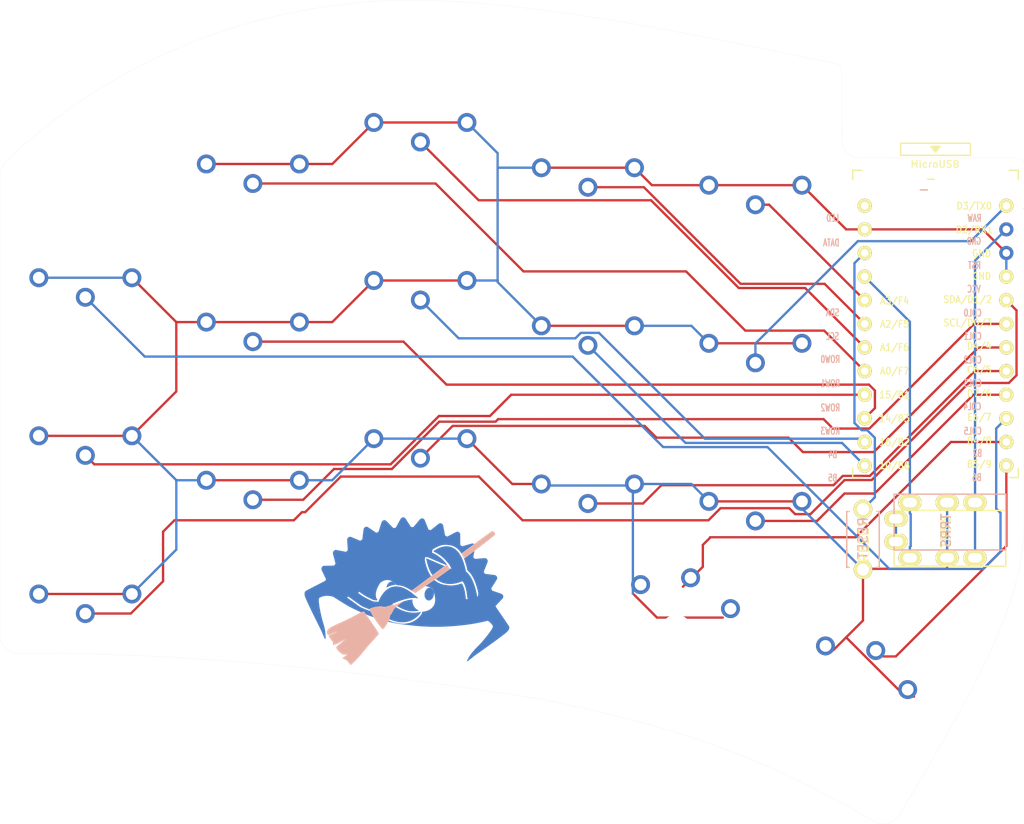
<source format=kicad_pcb>
(kicad_pcb (version 20171130) (host pcbnew 5.1.6)
  (title_block (title Sweep) (date 2020-07-20) (rev 0.3) (company BroomLabs))
  (layers (0 F.Cu signal) (31 B.Cu signal) (34 B.Paste user) (35 F.Paste user) (36 B.SilkS user) (37 F.SilkS user) (38 B.Mask user) (39 F.Mask user) (44 Edge.Cuts user))
  (net 0 "")
  (net 1 row0)
  (net 2 row1)
  (net 3 row2)
  (net 4 row3)
  (net 5 GND)
  (net 6 VCC)
  (net 7 col0)
  (net 8 col1)
  (net 9 col2)
  (net 10 col3)
  (net 11 col4)
  (net 12 col5)
  (net 13 LED)
  (net 14 data)
  (net 15 reset)
  (net 16 SCL)
  (net 17 SDA)
  (net 18 "Net-(U1-Pad24)")
  (net 19 "Net-(J1-PadA)")
  (net 20 "Net-(U1-Pad14)")
  (net 21 "Net-(U1-Pad13)")
  (net 22 "Net-(U1-Pad12)")
  (net 23 "Net-(U1-Pad11)")
  (module kbd:ProMicro_v3 (layer F.Cu) (at 135.35 52.91)
    (fp_text reference U1 hide)
    (fp_text value ProMicro hide)
    (fp_text user MicroUSB (at -0.05 -18.95) (layer F.SilkS) (effects (font (size 0.75 0.75) (thickness 0.12))))
    (fp_text user B4/8 (at 4.705 10.8 unlocked) (layer F.SilkS) (effects (font (size 0.75 0.67) (thickness 0.125))))
    (fp_text user D2/RX1 (at 4.155 -11.9 unlocked) (layer F.SilkS) (effects (font (size 0.75 0.67) (thickness 0.125))))
    (fp_text user B5/9 (at 4.705 13.3 unlocked) (layer F.SilkS) (effects (font (size 0.75 0.67) (thickness 0.125))))
    (fp_text user C6/5 (at 4.705 3.15 unlocked) (layer F.SilkS) (effects (font (size 0.75 0.67) (thickness 0.125))))
    (fp_text user SCL/D0/3 (at 3.455 -1.9 unlocked) (layer F.SilkS) (effects (font (size 0.75 0.67) (thickness 0.125))))
    (fp_text user SDA/D1/2 (at 3.455 -4.4 unlocked) (layer F.SilkS) (effects (font (size 0.75 0.67) (thickness 0.125))))
    (fp_text user D4/4 (at 4.705 0.6 unlocked) (layer F.SilkS) (effects (font (size 0.75 0.67) (thickness 0.125))))
    (fp_text user D3/TX0 (at 4.155 -14.45 unlocked) (layer F.SilkS) (effects (font (size 0.75 0.67) (thickness 0.125))))
    (fp_text user GND (at 4.955 -6.9 unlocked) (layer F.SilkS) (effects (font (size 0.75 0.67) (thickness 0.125))))
    (fp_text user GND (at 4.955 -9.35 unlocked) (layer F.SilkS) (effects (font (size 0.75 0.67) (thickness 0.125))))
    (fp_text user D7/6 (at 4.705 5.7 unlocked) (layer F.SilkS) (effects (font (size 0.75 0.67) (thickness 0.125))))
    (fp_text user E6/7 (at 4.705 8.25 unlocked) (layer F.SilkS) (effects (font (size 0.75 0.67) (thickness 0.125))))
    (fp_text user 16/B2 (at -4.395 10.95 unlocked) (layer F.SilkS) (effects (font (size 0.75 0.67) (thickness 0.125))))
    (fp_text user 10/B6 (at -4.395 13.45 unlocked) (layer F.SilkS) (effects (font (size 0.75 0.67) (thickness 0.125))))
    (fp_text user 14/B3 (at -4.395 8.4 unlocked) (layer F.SilkS) (effects (font (size 0.75 0.67) (thickness 0.125))))
    (fp_text user 15/B1 (at -4.395 5.85 unlocked) (layer F.SilkS) (effects (font (size 0.75 0.67) (thickness 0.125))))
    (fp_text user A0/F7 (at -4.395 3.3 unlocked) (layer F.SilkS) (effects (font (size 0.75 0.67) (thickness 0.125))))
    (fp_text user A1/F6 (at -4.395 0.75 unlocked) (layer F.SilkS) (effects (font (size 0.75 0.67) (thickness 0.125))))
    (fp_text user A2/F5 (at -4.395 -1.75 unlocked) (layer F.SilkS) (effects (font (size 0.75 0.67) (thickness 0.125))))
    (fp_text user A3/F4 (at -4.395 -4.25 unlocked) (layer F.SilkS) (effects (font (size 0.75 0.67) (thickness 0.125))))
    (fp_text user VCC (at 4.1275 -5.5245 unlocked) (layer B.SilkS) (effects (font (size 0.75 0.5) (thickness 0.125)) (justify mirror)))
    (fp_text user RST (at 4.191 -8.0645 unlocked) (layer B.SilkS) (effects (font (size 0.75 0.5) (thickness 0.125)) (justify mirror)))
    (fp_text user GND (at 4.1275 -10.668 unlocked) (layer B.SilkS) (effects (font (size 0.75 0.5) (thickness 0.125)) (justify mirror)))
    (fp_text user RAW (at 4.191 -13.1445 unlocked) (layer B.SilkS) (effects (font (size 0.75 0.5) (thickness 0.125)) (justify mirror)))
    (fp_text user - (at -0.545 -17.4) (layer F.SilkS) (effects (font (thickness 0.15) italic)))
    (fp_text user - (at -1.2065 -16.256) (layer B.SilkS) (effects (font (thickness 0.15) italic) (justify mirror)))
    (fp_text user LED (at -11.049 -13.1445) (layer B.SilkS) (effects (font (size 0.75 0.5) (thickness 0.125)) (justify mirror)))
    (fp_text user DATA (at -11.2 -10.5) (layer B.SilkS) (effects (font (size 0.75 0.5) (thickness 0.125)) (justify mirror)))
    (fp_text user COL3 (at 4 4.6) (layer B.SilkS) (effects (font (size 0.75 0.5) (thickness 0.125)) (justify mirror)))
    (fp_text user ROW0 (at -11.3 2.032) (layer B.SilkS) (effects (font (size 0.75 0.5) (thickness 0.125)) (justify mirror)))
    (fp_text user COL2 (at 4 2.1) (layer B.SilkS) (effects (font (size 0.75 0.5) (thickness 0.125)) (justify mirror)))
    (fp_text user SCL (at -11.049 -0.4445) (layer B.SilkS) (effects (font (size 0.75 0.5) (thickness 0.125)) (justify mirror)))
    (fp_text user COL1 (at 4 -0.4445) (layer B.SilkS) (effects (font (size 0.75 0.5) (thickness 0.125)) (justify mirror)))
    (fp_text user SDA (at -11.049 -2.9845) (layer B.SilkS) (effects (font (size 0.75 0.5) (thickness 0.125)) (justify mirror)))
    (fp_text user COL0 (at 4 -2.95) (layer B.SilkS) (effects (font (size 0.75 0.5) (thickness 0.125)) (justify mirror)))
    (fp_text user B6 (at 4.445 14.732) (layer B.SilkS) (effects (font (size 0.75 0.5) (thickness 0.125)) (justify mirror)))
    (fp_text user B5 (at -11.049 14.7955) (layer B.SilkS) (effects (font (size 0.75 0.5) (thickness 0.125)) (justify mirror)))
    (fp_text user B4 (at -11.049 12.2555) (layer B.SilkS) (effects (font (size 0.75 0.5) (thickness 0.125)) (justify mirror)))
    (fp_text user B2 (at 4.5085 12.1285) (layer B.SilkS) (effects (font (size 0.75 0.5) (thickness 0.125)) (justify mirror)))
    (fp_text user ROW3 (at -11.3 9.75) (layer B.SilkS) (effects (font (size 0.75 0.5) (thickness 0.125)) (justify mirror)))
    (fp_text user COL5 (at 4 9.75) (layer B.SilkS) (effects (font (size 0.75 0.5) (thickness 0.125)) (justify mirror)))
    (fp_text user ROW2 (at -11.3 7.239) (layer B.SilkS) (effects (font (size 0.75 0.5) (thickness 0.125)) (justify mirror)))
    (fp_text user COL4 (at 3.95 7.112) (layer B.SilkS) (effects (font (size 0.75 0.5) (thickness 0.125)) (justify mirror)))
    (fp_text user ROW1 (at -11.3 4.6355) (layer B.SilkS) (effects (font (size 0.75 0.5) (thickness 0.125)) (justify mirror)))
    (pad 1 thru_hole circle (at 7.6114 -14.478) (size 1.524 1.524) (drill 0.8128) (layers *.Cu *.Mask F.SilkS) (net 13 LED))
    (pad 2 thru_hole circle (at 7.6114 -11.938) (size 1.524 1.524) (drill 0.8128) (layers *.Cu *.Mask) (net 14 data))
    (pad 3 thru_hole circle (at 7.6114 -9.398) (size 1.524 1.524) (drill 0.8128) (layers *.Cu *.Mask) (net 5 GND))
    (pad 4 thru_hole circle (at 7.6114 -6.858) (size 1.524 1.524) (drill 0.8128) (layers *.Cu *.Mask F.SilkS) (net 5 GND))
    (pad 5 thru_hole circle (at 7.6114 -4.318) (size 1.524 1.524) (drill 0.8128) (layers *.Cu *.Mask F.SilkS) (net 17 SDA))
    (pad 6 thru_hole circle (at 7.6114 -1.778) (size 1.524 1.524) (drill 0.8128) (layers *.Cu *.Mask F.SilkS) (net 16 SCL))
    (pad 7 thru_hole circle (at 7.6114 0.762) (size 1.524 1.524) (drill 0.8128) (layers *.Cu *.Mask F.SilkS) (net 1 row0))
    (pad 8 thru_hole circle (at 7.6114 3.302) (size 1.524 1.524) (drill 0.8128) (layers *.Cu *.Mask F.SilkS) (net 2 row1))
    (pad 9 thru_hole circle (at 7.6114 5.842) (size 1.524 1.524) (drill 0.8128) (layers *.Cu *.Mask F.SilkS) (net 3 row2))
    (pad 10 thru_hole circle (at 7.6114 8.382) (size 1.524 1.524) (drill 0.8128) (layers *.Cu *.Mask F.SilkS) (net 4 row3))
    (pad 11 thru_hole circle (at 7.6114 10.922) (size 1.524 1.524) (drill 0.8128) (layers *.Cu *.Mask F.SilkS) (net 23 "Net-(U1-Pad11)"))
    (pad 12 thru_hole circle (at 7.6114 13.462) (size 1.524 1.524) (drill 0.8128) (layers *.Cu *.Mask F.SilkS) (net 22 "Net-(U1-Pad12)"))
    (pad 13 thru_hole circle (at -7.6086 13.462) (size 1.524 1.524) (drill 0.8128) (layers *.Cu *.Mask F.SilkS) (net 21 "Net-(U1-Pad13)"))
    (pad 14 thru_hole circle (at -7.6086 10.922) (size 1.524 1.524) (drill 0.8128) (layers *.Cu *.Mask F.SilkS) (net 20 "Net-(U1-Pad14)"))
    (pad 15 thru_hole circle (at -7.6086 8.382) (size 1.524 1.524) (drill 0.8128) (layers *.Cu *.Mask F.SilkS) (net 12 col5))
    (pad 16 thru_hole circle (at -7.6086 5.842) (size 1.524 1.524) (drill 0.8128) (layers *.Cu *.Mask F.SilkS) (net 11 col4))
    (pad 17 thru_hole circle (at -7.6086 3.302) (size 1.524 1.524) (drill 0.8128) (layers *.Cu *.Mask F.SilkS) (net 10 col3))
    (pad 18 thru_hole circle (at -7.6086 0.762) (size 1.524 1.524) (drill 0.8128) (layers *.Cu *.Mask F.SilkS) (net 9 col2))
    (pad 19 thru_hole circle (at -7.6086 -1.778) (size 1.524 1.524) (drill 0.8128) (layers *.Cu *.Mask F.SilkS) (net 8 col1))
    (pad 20 thru_hole circle (at -7.6086 -4.318) (size 1.524 1.524) (drill 0.8128) (layers *.Cu *.Mask F.SilkS) (net 7 col0))
    (pad 21 thru_hole circle (at -7.6086 -6.858) (size 1.524 1.524) (drill 0.8128) (layers *.Cu *.Mask F.SilkS) (net 6 VCC))
    (pad 22 thru_hole circle (at -7.6086 -9.398) (size 1.524 1.524) (drill 0.8128) (layers *.Cu *.Mask F.SilkS) (net 15 reset))
    (pad 23 thru_hole circle (at -7.6086 -11.938) (size 1.524 1.524) (drill 0.8128) (layers *.Cu *.Mask F.SilkS) (net 5 GND))
    (pad 24 thru_hole circle (at -7.6086 -14.478) (size 1.524 1.524) (drill 0.8128) (layers *.Cu *.Mask F.SilkS) (net 18 "Net-(U1-Pad24)"))
  )
  (module Kailh:SW_PG1350_reversible_b2 (layer F.Cu) (at 80 42.67)
    (fp_text reference SW10 hide)
    (fp_text value SW_PUSH hide)
    (pad "" np_thru_hole circle (at -5.22 -4.2) (size 0.9906 0.9906) (drill 0.9906) (layers *.Cu *.Mask))
    (pad 2 thru_hole circle (at 5 3.8) (size 2.032 2.032) (drill 1.27) (layers *.Cu *.Mask) (net 5 GND))
    (pad "" np_thru_hole circle (at 0 0) (size 3.429 3.429) (drill 3.429) (layers *.Cu *.Mask))
    (pad 2 thru_hole circle (at -5 3.8) (size 2.032 2.032) (drill 1.27) (layers *.Cu *.Mask) (net 5 GND))
    (pad 1 thru_hole circle (at 0 5.9) (size 2.032 2.032) (drill 1.27) (layers *.Cu *.Mask) (net 20 "Net-(U1-Pad14)"))
    (pad "" np_thru_hole circle (at 5.22 -4.2) (size 0.9906 0.9906) (drill 0.9906) (layers *.Cu *.Mask))
    (pad "" np_thru_hole circle (at 5.5 0) (size 1.7018 1.7018) (drill 1.7018) (layers *.Cu *.Mask))
    (pad "" np_thru_hole circle (at -5.5 0) (size 1.7018 1.7018) (drill 1.7018) (layers *.Cu *.Mask))
  )
  (module Kailh:SW_PG1350_reversible_b2 (layer F.Cu) (at 44 42.37)
    (fp_text reference SW2 hide)
    (fp_text value SW_PUSH hide)
    (pad "" np_thru_hole circle (at -5.22 -4.2) (size 0.9906 0.9906) (drill 0.9906) (layers *.Cu *.Mask))
    (pad 2 thru_hole circle (at 5 3.8) (size 2.032 2.032) (drill 1.27) (layers *.Cu *.Mask) (net 5 GND))
    (pad "" np_thru_hole circle (at 0 0) (size 3.429 3.429) (drill 3.429) (layers *.Cu *.Mask))
    (pad 2 thru_hole circle (at -5 3.8) (size 2.032 2.032) (drill 1.27) (layers *.Cu *.Mask) (net 5 GND))
    (pad 1 thru_hole circle (at 0 5.9) (size 2.032 2.032) (drill 1.27) (layers *.Cu *.Mask) (net 4 row3))
    (pad "" np_thru_hole circle (at 5.22 -4.2) (size 0.9906 0.9906) (drill 0.9906) (layers *.Cu *.Mask))
    (pad "" np_thru_hole circle (at 5.5 0) (size 1.7018 1.7018) (drill 1.7018) (layers *.Cu *.Mask))
    (pad "" np_thru_hole circle (at -5.5 0) (size 1.7018 1.7018) (drill 1.7018) (layers *.Cu *.Mask))
  )
  (module Kailh:SW_PG1350_reversible_b2 (layer F.Cu) (at 62 30.14)
    (fp_text reference SW3 hide)
    (fp_text value SW_PUSH hide)
    (pad "" np_thru_hole circle (at -5.22 -4.2) (size 0.9906 0.9906) (drill 0.9906) (layers *.Cu *.Mask))
    (pad 2 thru_hole circle (at 5 3.8) (size 2.032 2.032) (drill 1.27) (layers *.Cu *.Mask) (net 5 GND))
    (pad "" np_thru_hole circle (at 0 0) (size 3.429 3.429) (drill 3.429) (layers *.Cu *.Mask))
    (pad 2 thru_hole circle (at -5 3.8) (size 2.032 2.032) (drill 1.27) (layers *.Cu *.Mask) (net 5 GND))
    (pad 1 thru_hole circle (at 0 5.9) (size 2.032 2.032) (drill 1.27) (layers *.Cu *.Mask) (net 10 col3))
    (pad "" np_thru_hole circle (at 5.22 -4.2) (size 0.9906 0.9906) (drill 0.9906) (layers *.Cu *.Mask))
    (pad "" np_thru_hole circle (at 5.5 0) (size 1.7018 1.7018) (drill 1.7018) (layers *.Cu *.Mask))
    (pad "" np_thru_hole circle (at -5.5 0) (size 1.7018 1.7018) (drill 1.7018) (layers *.Cu *.Mask))
  )
  (module Kailh:SW_PG1350_reversible_b2 (layer F.Cu) (at 80 25.68)
    (fp_text reference SW4 hide)
    (fp_text value SW_PUSH hide)
    (pad "" np_thru_hole circle (at -5.22 -4.2) (size 0.9906 0.9906) (drill 0.9906) (layers *.Cu *.Mask))
    (pad 2 thru_hole circle (at 5 3.8) (size 2.032 2.032) (drill 1.27) (layers *.Cu *.Mask) (net 5 GND))
    (pad "" np_thru_hole circle (at 0 0) (size 3.429 3.429) (drill 3.429) (layers *.Cu *.Mask))
    (pad 2 thru_hole circle (at -5 3.8) (size 2.032 2.032) (drill 1.27) (layers *.Cu *.Mask) (net 5 GND))
    (pad 1 thru_hole circle (at 0 5.9) (size 2.032 2.032) (drill 1.27) (layers *.Cu *.Mask) (net 9 col2))
    (pad "" np_thru_hole circle (at 5.22 -4.2) (size 0.9906 0.9906) (drill 0.9906) (layers *.Cu *.Mask))
    (pad "" np_thru_hole circle (at 5.5 0) (size 1.7018 1.7018) (drill 1.7018) (layers *.Cu *.Mask))
    (pad "" np_thru_hole circle (at -5.5 0) (size 1.7018 1.7018) (drill 1.7018) (layers *.Cu *.Mask))
  )
  (module Kailh:SW_PG1350_reversible_b2 (layer F.Cu) (at 98 30.54)
    (fp_text reference SW5 hide)
    (fp_text value SW_PUSH hide)
    (pad "" np_thru_hole circle (at -5.22 -4.2) (size 0.9906 0.9906) (drill 0.9906) (layers *.Cu *.Mask))
    (pad 2 thru_hole circle (at 5 3.8) (size 2.032 2.032) (drill 1.27) (layers *.Cu *.Mask) (net 5 GND))
    (pad "" np_thru_hole circle (at 0 0) (size 3.429 3.429) (drill 3.429) (layers *.Cu *.Mask))
    (pad 2 thru_hole circle (at -5 3.8) (size 2.032 2.032) (drill 1.27) (layers *.Cu *.Mask) (net 5 GND))
    (pad 1 thru_hole circle (at 0 5.9) (size 2.032 2.032) (drill 1.27) (layers *.Cu *.Mask) (net 8 col1))
    (pad "" np_thru_hole circle (at 5.22 -4.2) (size 0.9906 0.9906) (drill 0.9906) (layers *.Cu *.Mask))
    (pad "" np_thru_hole circle (at 5.5 0) (size 1.7018 1.7018) (drill 1.7018) (layers *.Cu *.Mask))
    (pad "" np_thru_hole circle (at -5.5 0) (size 1.7018 1.7018) (drill 1.7018) (layers *.Cu *.Mask))
  )
  (module Kailh:SW_PG1350_reversible_b2 (layer F.Cu) (at 116 32.42)
    (fp_text reference SW6 hide)
    (fp_text value SW_PUSH hide)
    (pad "" np_thru_hole circle (at -5.22 -4.2) (size 0.9906 0.9906) (drill 0.9906) (layers *.Cu *.Mask))
    (pad 2 thru_hole circle (at 5 3.8) (size 2.032 2.032) (drill 1.27) (layers *.Cu *.Mask) (net 5 GND))
    (pad "" np_thru_hole circle (at 0 0) (size 3.429 3.429) (drill 3.429) (layers *.Cu *.Mask))
    (pad 2 thru_hole circle (at -5 3.8) (size 2.032 2.032) (drill 1.27) (layers *.Cu *.Mask) (net 5 GND))
    (pad 1 thru_hole circle (at 0 5.9) (size 2.032 2.032) (drill 1.27) (layers *.Cu *.Mask) (net 7 col0))
    (pad "" np_thru_hole circle (at 5.22 -4.2) (size 0.9906 0.9906) (drill 0.9906) (layers *.Cu *.Mask))
    (pad "" np_thru_hole circle (at 5.5 0) (size 1.7018 1.7018) (drill 1.7018) (layers *.Cu *.Mask))
    (pad "" np_thru_hole circle (at -5.5 0) (size 1.7018 1.7018) (drill 1.7018) (layers *.Cu *.Mask))
  )
  (module Kailh:SW_PG1350_reversible_b2 (layer F.Cu) (at 44 59.37)
    (fp_text reference SW8 hide)
    (fp_text value SW_PUSH hide)
    (pad "" np_thru_hole circle (at -5.22 -4.2) (size 0.9906 0.9906) (drill 0.9906) (layers *.Cu *.Mask))
    (pad 2 thru_hole circle (at 5 3.8) (size 2.032 2.032) (drill 1.27) (layers *.Cu *.Mask) (net 5 GND))
    (pad "" np_thru_hole circle (at 0 0) (size 3.429 3.429) (drill 3.429) (layers *.Cu *.Mask))
    (pad 2 thru_hole circle (at -5 3.8) (size 2.032 2.032) (drill 1.27) (layers *.Cu *.Mask) (net 5 GND))
    (pad 1 thru_hole circle (at 0 5.9) (size 2.032 2.032) (drill 1.27) (layers *.Cu *.Mask) (net 11 col4))
    (pad "" np_thru_hole circle (at 5.22 -4.2) (size 0.9906 0.9906) (drill 0.9906) (layers *.Cu *.Mask))
    (pad "" np_thru_hole circle (at 5.5 0) (size 1.7018 1.7018) (drill 1.7018) (layers *.Cu *.Mask))
    (pad "" np_thru_hole circle (at -5.5 0) (size 1.7018 1.7018) (drill 1.7018) (layers *.Cu *.Mask))
  )
  (module Kailh:SW_PG1350_reversible_b2 (layer F.Cu) (at 62 47.14)
    (fp_text reference SW9 hide)
    (fp_text value SW_PUSH hide)
    (pad "" np_thru_hole circle (at -5.22 -4.2) (size 0.9906 0.9906) (drill 0.9906) (layers *.Cu *.Mask))
    (pad 2 thru_hole circle (at 5 3.8) (size 2.032 2.032) (drill 1.27) (layers *.Cu *.Mask) (net 5 GND))
    (pad "" np_thru_hole circle (at 0 0) (size 3.429 3.429) (drill 3.429) (layers *.Cu *.Mask))
    (pad 2 thru_hole circle (at -5 3.8) (size 2.032 2.032) (drill 1.27) (layers *.Cu *.Mask) (net 5 GND))
    (pad 1 thru_hole circle (at 0 5.9) (size 2.032 2.032) (drill 1.27) (layers *.Cu *.Mask) (net 12 col5))
    (pad "" np_thru_hole circle (at 5.22 -4.2) (size 0.9906 0.9906) (drill 0.9906) (layers *.Cu *.Mask))
    (pad "" np_thru_hole circle (at 5.5 0) (size 1.7018 1.7018) (drill 1.7018) (layers *.Cu *.Mask))
    (pad "" np_thru_hole circle (at -5.5 0) (size 1.7018 1.7018) (drill 1.7018) (layers *.Cu *.Mask))
  )
  (module Kailh:SW_PG1350_reversible_b2 (layer F.Cu) (at 98 47.54)
    (fp_text reference SW11 hide)
    (fp_text value SW_PUSH hide)
    (pad "" np_thru_hole circle (at -5.22 -4.2) (size 0.9906 0.9906) (drill 0.9906) (layers *.Cu *.Mask))
    (pad 2 thru_hole circle (at 5 3.8) (size 2.032 2.032) (drill 1.27) (layers *.Cu *.Mask) (net 5 GND))
    (pad "" np_thru_hole circle (at 0 0) (size 3.429 3.429) (drill 3.429) (layers *.Cu *.Mask))
    (pad 2 thru_hole circle (at -5 3.8) (size 2.032 2.032) (drill 1.27) (layers *.Cu *.Mask) (net 5 GND))
    (pad 1 thru_hole circle (at 0 5.9) (size 2.032 2.032) (drill 1.27) (layers *.Cu *.Mask) (net 21 "Net-(U1-Pad13)"))
    (pad "" np_thru_hole circle (at 5.22 -4.2) (size 0.9906 0.9906) (drill 0.9906) (layers *.Cu *.Mask))
    (pad "" np_thru_hole circle (at 5.5 0) (size 1.7018 1.7018) (drill 1.7018) (layers *.Cu *.Mask))
    (pad "" np_thru_hole circle (at -5.5 0) (size 1.7018 1.7018) (drill 1.7018) (layers *.Cu *.Mask))
  )
  (module Kailh:SW_PG1350_reversible_b2 (layer F.Cu) (at 116 49.42)
    (fp_text reference SW12 hide)
    (fp_text value SW_PUSH hide)
    (pad "" np_thru_hole circle (at -5.22 -4.2) (size 0.9906 0.9906) (drill 0.9906) (layers *.Cu *.Mask))
    (pad 2 thru_hole circle (at 5 3.8) (size 2.032 2.032) (drill 1.27) (layers *.Cu *.Mask) (net 5 GND))
    (pad "" np_thru_hole circle (at 0 0) (size 3.429 3.429) (drill 3.429) (layers *.Cu *.Mask))
    (pad 2 thru_hole circle (at -5 3.8) (size 2.032 2.032) (drill 1.27) (layers *.Cu *.Mask) (net 5 GND))
    (pad 1 thru_hole circle (at 0 5.9) (size 2.032 2.032) (drill 1.27) (layers *.Cu *.Mask) (net 13 LED))
    (pad "" np_thru_hole circle (at 5.22 -4.2) (size 0.9906 0.9906) (drill 0.9906) (layers *.Cu *.Mask))
    (pad "" np_thru_hole circle (at 5.5 0) (size 1.7018 1.7018) (drill 1.7018) (layers *.Cu *.Mask))
    (pad "" np_thru_hole circle (at -5.5 0) (size 1.7018 1.7018) (drill 1.7018) (layers *.Cu *.Mask))
  )
  (module Kailh:SW_PG1350_reversible_b2 (layer F.Cu) (at 62 64.145)
    (fp_text reference SW15 hide)
    (fp_text value SW_PUSH hide)
    (pad "" np_thru_hole circle (at -5.22 -4.2) (size 0.9906 0.9906) (drill 0.9906) (layers *.Cu *.Mask))
    (pad 2 thru_hole circle (at 5 3.8) (size 2.032 2.032) (drill 1.27) (layers *.Cu *.Mask) (net 5 GND))
    (pad "" np_thru_hole circle (at 0 0) (size 3.429 3.429) (drill 3.429) (layers *.Cu *.Mask))
    (pad 2 thru_hole circle (at -5 3.8) (size 2.032 2.032) (drill 1.27) (layers *.Cu *.Mask) (net 5 GND))
    (pad 1 thru_hole circle (at 0 5.9) (size 2.032 2.032) (drill 1.27) (layers *.Cu *.Mask) (net 16 SCL))
    (pad "" np_thru_hole circle (at 5.22 -4.2) (size 0.9906 0.9906) (drill 0.9906) (layers *.Cu *.Mask))
    (pad "" np_thru_hole circle (at 5.5 0) (size 1.7018 1.7018) (drill 1.7018) (layers *.Cu *.Mask))
    (pad "" np_thru_hole circle (at -5.5 0) (size 1.7018 1.7018) (drill 1.7018) (layers *.Cu *.Mask))
  )
  (module Kailh:SW_PG1350_reversible_b2 (layer F.Cu) (at 80 59.67)
    (fp_text reference SW16 hide)
    (fp_text value SW_PUSH hide)
    (pad "" np_thru_hole circle (at -5.22 -4.2) (size 0.9906 0.9906) (drill 0.9906) (layers *.Cu *.Mask))
    (pad 2 thru_hole circle (at 5 3.8) (size 2.032 2.032) (drill 1.27) (layers *.Cu *.Mask) (net 5 GND))
    (pad "" np_thru_hole circle (at 0 0) (size 3.429 3.429) (drill 3.429) (layers *.Cu *.Mask))
    (pad 2 thru_hole circle (at -5 3.8) (size 2.032 2.032) (drill 1.27) (layers *.Cu *.Mask) (net 5 GND))
    (pad 1 thru_hole circle (at 0 5.9) (size 2.032 2.032) (drill 1.27) (layers *.Cu *.Mask) (net 1 row0))
    (pad "" np_thru_hole circle (at 5.22 -4.2) (size 0.9906 0.9906) (drill 0.9906) (layers *.Cu *.Mask))
    (pad "" np_thru_hole circle (at 5.5 0) (size 1.7018 1.7018) (drill 1.7018) (layers *.Cu *.Mask))
    (pad "" np_thru_hole circle (at -5.5 0) (size 1.7018 1.7018) (drill 1.7018) (layers *.Cu *.Mask))
  )
  (module Kailh:SW_PG1350_reversible_b2 (layer F.Cu) (at 98 64.545)
    (fp_text reference SW17 hide)
    (fp_text value SW_PUSH hide)
    (pad "" np_thru_hole circle (at -5.22 -4.2) (size 0.9906 0.9906) (drill 0.9906) (layers *.Cu *.Mask))
    (pad 2 thru_hole circle (at 5 3.8) (size 2.032 2.032) (drill 1.27) (layers *.Cu *.Mask) (net 5 GND))
    (pad "" np_thru_hole circle (at 0 0) (size 3.429 3.429) (drill 3.429) (layers *.Cu *.Mask))
    (pad 2 thru_hole circle (at -5 3.8) (size 2.032 2.032) (drill 1.27) (layers *.Cu *.Mask) (net 5 GND))
    (pad 1 thru_hole circle (at 0 5.9) (size 2.032 2.032) (drill 1.27) (layers *.Cu *.Mask) (net 2 row1))
    (pad "" np_thru_hole circle (at 5.22 -4.2) (size 0.9906 0.9906) (drill 0.9906) (layers *.Cu *.Mask))
    (pad "" np_thru_hole circle (at 5.5 0) (size 1.7018 1.7018) (drill 1.7018) (layers *.Cu *.Mask))
    (pad "" np_thru_hole circle (at -5.5 0) (size 1.7018 1.7018) (drill 1.7018) (layers *.Cu *.Mask))
  )
  (module Kailh:SW_PG1350_reversible_b2 (layer B.Cu) (at 126.16 91.46 332)
    (fp_text reference SW21 hide)
    (fp_text value SW_PUSH hide)
    (pad "" np_thru_hole circle (at -5.22 4.2 332) (size 0.9906 0.9906) (drill 0.9906) (layers *.Cu *.Mask))
    (pad 2 thru_hole circle (at 5 -3.8 332) (size 2.032 2.032) (drill 1.27) (layers *.Cu *.Mask) (net 5 GND))
    (pad "" np_thru_hole circle (at 0 0 332) (size 3.429 3.429) (drill 3.429) (layers *.Cu *.Mask))
    (pad 2 thru_hole circle (at -5 -3.8 332) (size 2.032 2.032) (drill 1.27) (layers *.Cu *.Mask) (net 5 GND))
    (pad 1 thru_hole circle (at 0 -5.9 332) (size 2.032 2.032) (drill 1.27) (layers *.Cu *.Mask) (net 22 "Net-(U1-Pad12)"))
    (pad "" np_thru_hole circle (at 5.22 4.2 332) (size 0.9906 0.9906) (drill 0.9906) (layers *.Cu *.Mask))
    (pad "" np_thru_hole circle (at 5.5 0 332) (size 1.7018 1.7018) (drill 1.7018) (layers *.Cu *.Mask))
    (pad "" np_thru_hole circle (at -5.5 0 332) (size 1.7018 1.7018) (drill 1.7018) (layers *.Cu *.Mask))
  )
  (module Kailh:SW_PG1350_reversible_b2 (layer F.Cu) (at 116 66.42)
    (fp_text reference SW18 hide)
    (fp_text value SW_PUSH hide)
    (pad "" np_thru_hole circle (at -5.22 -4.2) (size 0.9906 0.9906) (drill 0.9906) (layers *.Cu *.Mask))
    (pad 2 thru_hole circle (at 5 3.8) (size 2.032 2.032) (drill 1.27) (layers *.Cu *.Mask) (net 5 GND))
    (pad "" np_thru_hole circle (at 0 0) (size 3.429 3.429) (drill 3.429) (layers *.Cu *.Mask))
    (pad 2 thru_hole circle (at -5 3.8) (size 2.032 2.032) (drill 1.27) (layers *.Cu *.Mask) (net 5 GND))
    (pad 1 thru_hole circle (at 0 5.9) (size 2.032 2.032) (drill 1.27) (layers *.Cu *.Mask) (net 3 row2))
    (pad "" np_thru_hole circle (at 5.22 -4.2) (size 0.9906 0.9906) (drill 0.9906) (layers *.Cu *.Mask))
    (pad "" np_thru_hole circle (at 5.5 0) (size 1.7018 1.7018) (drill 1.7018) (layers *.Cu *.Mask))
    (pad "" np_thru_hole circle (at -5.5 0) (size 1.7018 1.7018) (drill 1.7018) (layers *.Cu *.Mask))
  )
  (module Kailh:SW_PG1350_reversible_b2 (layer B.Cu) (at 107.51 84.13 345)
    (fp_text reference SW20 hide)
    (fp_text value SW_PUSH hide)
    (pad "" np_thru_hole circle (at -5.22 4.2 345) (size 0.9906 0.9906) (drill 0.9906) (layers *.Cu *.Mask))
    (pad 2 thru_hole circle (at 5 -3.8 345) (size 2.032 2.032) (drill 1.27) (layers *.Cu *.Mask) (net 5 GND))
    (pad "" np_thru_hole circle (at 0 0 345) (size 3.429 3.429) (drill 3.429) (layers *.Cu *.Mask))
    (pad 2 thru_hole circle (at -5 -3.8 345) (size 2.032 2.032) (drill 1.27) (layers *.Cu *.Mask) (net 5 GND))
    (pad 1 thru_hole circle (at 0 -5.9 345) (size 2.032 2.032) (drill 1.27) (layers *.Cu *.Mask) (net 23 "Net-(U1-Pad11)"))
    (pad "" np_thru_hole circle (at 5.22 4.2 345) (size 0.9906 0.9906) (drill 0.9906) (layers *.Cu *.Mask))
    (pad "" np_thru_hole circle (at 5.5 0 345) (size 1.7018 1.7018) (drill 1.7018) (layers *.Cu *.Mask))
    (pad "" np_thru_hole circle (at -5.5 0 345) (size 1.7018 1.7018) (drill 1.7018) (layers *.Cu *.Mask))
  )
  (module Kailh:SW_PG1350_reversible_b2 (layer F.Cu) (at 44 76.375)
    (fp_text reference SW14 hide)
    (fp_text value SW_PUSH hide)
    (pad "" np_thru_hole circle (at -5.22 -4.2) (size 0.9906 0.9906) (drill 0.9906) (layers *.Cu *.Mask))
    (pad 2 thru_hole circle (at 5 3.8) (size 2.032 2.032) (drill 1.27) (layers *.Cu *.Mask) (net 5 GND))
    (pad "" np_thru_hole circle (at 0 0) (size 3.429 3.429) (drill 3.429) (layers *.Cu *.Mask))
    (pad 2 thru_hole circle (at -5 3.8) (size 2.032 2.032) (drill 1.27) (layers *.Cu *.Mask) (net 5 GND))
    (pad 1 thru_hole circle (at 0 5.9) (size 2.032 2.032) (drill 1.27) (layers *.Cu *.Mask) (net 17 SDA))
    (pad "" np_thru_hole circle (at 5.22 -4.2) (size 0.9906 0.9906) (drill 0.9906) (layers *.Cu *.Mask))
    (pad "" np_thru_hole circle (at 5.5 0) (size 1.7018 1.7018) (drill 1.7018) (layers *.Cu *.Mask))
    (pad "" np_thru_hole circle (at -5.5 0) (size 1.7018 1.7018) (drill 1.7018) (layers *.Cu *.Mask))
  )
  (module Kailh:ferris_broom (layer B.Cu) (at 80.07 80.4 171)
    (fp_text reference G*** hide)
    (fp_text value LOGO hide)
    (fp_poly (pts (xy -0.761144 1.032642) (xy -0.688709 1.008644) (xy -0.619188 0.970622) (xy -0.554768 0.920001) (xy -0.497637 0.858202) (xy -0.453968 0.7937) (xy -0.437483 0.766692) (xy -0.423416 0.746579) (xy -0.414329 0.736954) (xy -0.413252 0.7366) (xy -0.408833 0.731565) (xy -0.409736 0.729585) (xy -0.40904 0.718656) (xy -0.402935 0.697092) (xy -0.39386 0.672435) (xy -0.369521 0.596952) (xy -0.351987 0.510702) (xy -0.341678 0.418605) (xy -0.339017 0.32558) (xy -0.344425 0.236545) (xy -0.352075 0.18519) (xy -0.377889 0.081805) (xy -0.41398 -0.0129) (xy -0.459406 -0.097763) (xy -0.513225 -0.171624) (xy -0.574496 -0.233322) (xy -0.642278 -0.281697) (xy -0.715627 -0.315587) (xy -0.770126 -0.330135) (xy -0.812297 -0.336403) (xy -0.84915 -0.337012) (xy -0.888665 -0.331696) (xy -0.918634 -0.325158) (xy -0.947744 -0.318386) (xy -0.971301 -0.313186) (xy -0.982134 -0.311051) (xy -0.996128 -0.306431) (xy -0.999067 -0.304242) (xy -1.00783 -0.297463) (xy -1.026684 -0.284345) (xy -1.050959 -0.268116) (xy -1.110231 -0.221059) (xy -1.166285 -0.161274) (xy -1.215754 -0.092966) (xy -1.255272 -0.02034) (xy -1.262352 -0.004066) (xy -1.273749 0.020663) (xy -1.283702 0.037495) (xy -1.288991 0.042333) (xy -1.29308 0.047331) (xy -1.292297 0.048972) (xy -1.29238 0.059871) (xy -1.296468 0.082275) (xy -1.303688 0.111476) (xy -1.304231 0.113444) (xy -1.327325 0.227527) (xy -1.335016 0.34511) (xy -1.327592 0.463403) (xy -1.305338 0.579617) (xy -1.268541 0.690962) (xy -1.238078 0.757245) (xy -1.212207 0.803246) (xy -1.184334 0.842806) (xy -1.149579 0.88249) (xy -1.130553 0.901979) (xy -1.06388 0.960545) (xy -0.99682 1.002787) (xy -0.928123 1.029293) (xy -0.856537 1.040651) (xy -0.834305 1.041193) (xy -0.761144 1.032642)) (layer B.Cu) (width 0.01))
    (fp_poly (pts (xy 0.052888 4.087984) (xy 0.067946 4.079375) (xy 0.071756 4.073128) (xy 0.07085 4.059512) (xy 0.064982 4.03481) (xy 0.055664 4.003581) (xy 0.04441 3.970386) (xy 0.03273 3.939783) (xy 0.02214 3.916334) (xy 0.016767 3.907366) (xy 0.010832 3.893836) (xy 0.004762 3.872028) (xy 0.004159 3.869266) (xy -0.003308 3.842764) (xy -0.014528 3.811802) (xy -0.018829 3.801533) (xy -0.03027 3.775245) (xy -0.039771 3.753029) (xy -0.042495 3.7465) (xy -0.04953 3.730048) (xy -0.060889 3.704188) (xy -0.072213 3.678766) (xy -0.086497 3.646732) (xy -0.100004 3.616147) (xy -0.107773 3.598333) (xy -0.137922 3.531005) (xy -0.174157 3.454212) (xy -0.214352 3.372161) (xy -0.256382 3.289058) (xy -0.298121 3.209106) (xy -0.337444 3.136512) (xy -0.370957 3.077633) (xy -0.391222 3.043677) (xy -0.413332 3.007382) (xy -0.435134 2.972196) (xy -0.454476 2.941566) (xy -0.469206 2.918939) (xy -0.476711 2.9083) (xy -0.48595 2.895421) (xy -0.497936 2.877082) (xy -0.513303 2.853756) (xy -0.533916 2.824013) (xy -0.557709 2.79065) (xy -0.582619 2.756464) (xy -0.606581 2.724252) (xy -0.627533 2.696811) (xy -0.643408 2.676938) (xy -0.652144 2.66743) (xy -0.652973 2.667) (xy -0.660355 2.660075) (xy -0.664298 2.651123) (xy -0.673008 2.635835) (xy -0.689343 2.61518) (xy -0.698736 2.604976) (xy -0.715673 2.586607) (xy -0.726298 2.573295) (xy -0.728134 2.56965) (xy -0.733627 2.561506) (xy -0.748032 2.545003) (xy -0.768237 2.523705) (xy -0.76835 2.523589) (xy -0.794189 2.496813) (xy -0.819673 2.469716) (xy -0.835159 2.452748) (xy -0.86175 2.422912) (xy -1.158369 2.724873) (xy -1.219019 2.786647) (xy -1.278002 2.846784) (xy -1.333865 2.903799) (xy -1.385155 2.956205) (xy -1.430418 3.002516) (xy -1.468201 3.041247) (xy -1.49705 3.070911) (xy -1.515514 3.090024) (xy -1.51581 3.090333) (xy -1.56207 3.138555) (xy -1.611662 3.190118) (xy -1.663079 3.243469) (xy -1.714819 3.297056) (xy -1.765376 3.349325) (xy -1.813246 3.398726) (xy -1.856925 3.443704) (xy -1.894908 3.482708) (xy -1.92569 3.514185) (xy -1.947768 3.536582) (xy -1.959637 3.548348) (xy -1.959727 3.548433) (xy -1.9759 3.565761) (xy -1.978192 3.576207) (xy -1.965537 3.581956) (xy -1.942011 3.584799) (xy -1.91354 3.58933) (xy -1.880453 3.597637) (xy -1.868196 3.601528) (xy -1.82972 3.613943) (xy -1.786833 3.626519) (xy -1.744246 3.638004) (xy -1.706667 3.647148) (xy -1.678803 3.652702) (xy -1.672167 3.653571) (xy -1.653829 3.656896) (xy -1.623755 3.664005) (xy -1.58642 3.673788) (xy -1.553634 3.682993) (xy -1.510782 3.695357) (xy -1.479633 3.704135) (xy -1.455635 3.710481) (xy -1.434232 3.715547) (xy -1.410872 3.720485) (xy -1.385129 3.72563) (xy -1.355075 3.732541) (xy -1.317487 3.742489) (xy -1.283529 3.752409) (xy -1.251355 3.761857) (xy -1.223427 3.769199) (xy -1.205497 3.772929) (xy -1.204841 3.773008) (xy -1.181435 3.778879) (xy -1.169414 3.784057) (xy -1.147629 3.79112) (xy -1.130044 3.793066) (xy -1.107168 3.795689) (xy -1.075265 3.802379) (xy -1.041202 3.811367) (xy -1.011848 3.820886) (xy -0.997065 3.827303) (xy -0.975917 3.83424) (xy -0.964759 3.8354) (xy -0.942082 3.839439) (xy -0.931763 3.843637) (xy -0.916052 3.848932) (xy -0.889144 3.855136) (xy -0.856636 3.860974) (xy -0.854003 3.861381) (xy -0.819323 3.867642) (xy -0.787922 3.874987) (xy -0.7665 3.881844) (xy -0.766234 3.881959) (xy -0.743653 3.890216) (xy -0.710769 3.900366) (xy -0.67269 3.911045) (xy -0.634522 3.920888) (xy -0.601371 3.928531) (xy -0.578345 3.93261) (xy -0.575734 3.932855) (xy -0.557083 3.934882) (xy -0.548217 3.936735) (xy -0.535517 3.940906) (xy -0.522538 3.945174) (xy -0.516467 3.947345) (xy -0.502069 3.951826) (xy -0.476921 3.958971) (xy -0.448734 3.966623) (xy -0.416124 3.975439) (xy -0.3866 3.983671) (xy -0.369154 3.988759) (xy -0.341596 3.994399) (xy -0.31793 3.996266) (xy -0.296675 3.998551) (xy -0.283211 4.004005) (xy -0.269512 4.010381) (xy -0.249767 4.014268) (xy -0.228754 4.017909) (xy -0.2159 4.022617) (xy -0.203902 4.027361) (xy -0.180333 4.034346) (xy -0.150148 4.042109) (xy -0.148167 4.042584) (xy -0.116958 4.050284) (xy -0.09127 4.057076) (xy -0.076484 4.061535) (xy -0.0762 4.061643) (xy -0.053269 4.06856) (xy -0.024518 4.072745) (xy -0.009989 4.073958) (xy 0.010378 4.077186) (xy 0.021933 4.082265) (xy 0.02226 4.082704) (xy 0.034915 4.089624) (xy 0.052888 4.087984)) (layer B.Cu) (width 0.01))
    (fp_poly (pts (xy 2.497362 -1.60812) (xy 2.516201 -1.630541) (xy 2.539606 -1.66204) (xy 2.565698 -1.699782) (xy 2.5926 -1.740931) (xy 2.618435 -1.782653) (xy 2.641323 -1.822112) (xy 2.659388 -1.856474) (xy 2.666144 -1.871134) (xy 2.675174 -1.8922) (xy 2.682735 -1.910202) (xy 2.689668 -1.927504) (xy 2.696814 -1.946474) (xy 2.705016 -1.969476) (xy 2.715116 -1.998877) (xy 2.727955 -2.037044) (xy 2.744376 -2.086341) (xy 2.76522 -2.149136) (xy 2.767277 -2.155335) (xy 2.79547 -2.239012) (xy 2.819709 -2.307903) (xy 2.840648 -2.363518) (xy 2.858937 -2.407367) (xy 2.875227 -2.440961) (xy 2.89017 -2.465808) (xy 2.904417 -2.483419) (xy 2.911698 -2.490161) (xy 2.924037 -2.502392) (xy 2.934069 -2.517875) (xy 2.942227 -2.538695) (xy 2.948946 -2.566937) (xy 2.95466 -2.604686) (xy 2.959803 -2.654024) (xy 2.96481 -2.717037) (xy 2.967712 -2.759011) (xy 2.971473 -2.813088) (xy 2.975206 -2.862625) (xy 2.978665 -2.904682) (xy 2.981607 -2.936322) (xy 2.983786 -2.954605) (xy 2.984118 -2.956442) (xy 2.985216 -2.974616) (xy 2.981467 -2.983758) (xy 2.97033 -2.98773) (xy 2.946718 -2.994554) (xy 2.91464 -3.003205) (xy 2.878104 -3.012654) (xy 2.841119 -3.021876) (xy 2.807693 -3.029842) (xy 2.781834 -3.035526) (xy 2.772833 -3.037218) (xy 2.740017 -3.043049) (xy 2.723886 -3.046878) (xy 2.722033 -3.048) (xy 2.719498 -3.049406) (xy 2.709937 -3.051762) (xy 2.690419 -3.055686) (xy 2.658012 -3.061798) (xy 2.645833 -3.064058) (xy 2.614701 -3.069857) (xy 2.587473 -3.074983) (xy 2.574205 -3.077523) (xy 2.535792 -3.084308) (xy 2.495217 -3.090398) (xy 2.461515 -3.094444) (xy 2.459566 -3.094623) (xy 2.441732 -3.096694) (xy 2.434168 -3.098528) (xy 2.434166 -3.098549) (xy 2.428371 -3.100759) (xy 2.410016 -3.103448) (xy 2.377646 -3.106789) (xy 2.330536 -3.110895) (xy 2.295418 -3.114121) (xy 2.26487 -3.117492) (xy 2.244401 -3.120386) (xy 2.241636 -3.120933) (xy 2.228674 -3.122143) (xy 2.20227 -3.123376) (xy 2.165199 -3.124589) (xy 2.120237 -3.125741) (xy 2.070161 -3.126787) (xy 2.017746 -3.127685) (xy 1.965769 -3.128391) (xy 1.917005 -3.128864) (xy 1.874231 -3.129059) (xy 1.840222 -3.128935) (xy 1.817755 -3.128447) (xy 1.80964 -3.127619) (xy 1.80059 -3.125979) (xy 1.778374 -3.123731) (xy 1.746735 -3.12122) (xy 1.722759 -3.119603) (xy 1.686698 -3.117077) (xy 1.657337 -3.114552) (xy 1.638536 -3.112386) (xy 1.633822 -3.111349) (xy 1.623392 -3.108867) (xy 1.601612 -3.105606) (xy 1.582881 -3.103358) (xy 1.546821 -3.098908) (xy 1.506196 -3.093174) (xy 1.485899 -3.090012) (xy 1.46071 -3.085747) (xy 1.438737 -3.081498) (xy 1.415266 -3.076189) (xy 1.385583 -3.068743) (xy 1.344976 -3.058082) (xy 1.337733 -3.056161) (xy 1.310785 -3.049549) (xy 1.288338 -3.04495) (xy 1.282699 -3.044111) (xy 1.268811 -3.040638) (xy 1.242749 -3.032461) (xy 1.207278 -3.020578) (xy 1.165163 -3.00599) (xy 1.119166 -2.989694) (xy 1.072051 -2.972691) (xy 1.026583 -2.95598) (xy 0.985526 -2.940559) (xy 0.951642 -2.927428) (xy 0.927696 -2.917587) (xy 0.916451 -2.912034) (xy 0.915969 -2.911525) (xy 0.906915 -2.904901) (xy 0.887855 -2.896703) (xy 0.882536 -2.894864) (xy 0.856579 -2.884295) (xy 0.826 -2.869128) (xy 0.812405 -2.861501) (xy 0.786428 -2.847093) (xy 0.763679 -2.835999) (xy 0.754822 -2.832509) (xy 0.740471 -2.824911) (xy 0.736599 -2.81883) (xy 0.729994 -2.811342) (xy 0.726931 -2.810934) (xy 0.715304 -2.806599) (xy 0.694376 -2.795414) (xy 0.668528 -2.780109) (xy 0.642141 -2.763411) (xy 0.619594 -2.748049) (xy 0.605269 -2.736753) (xy 0.602544 -2.733446) (xy 0.592812 -2.726882) (xy 0.587727 -2.726267) (xy 0.576921 -2.721463) (xy 0.575733 -2.7178) (xy 0.568927 -2.710172) (xy 0.563738 -2.709334) (xy 0.551083 -2.705332) (xy 0.548922 -2.702629) (xy 0.541052 -2.694877) (xy 0.522821 -2.680502) (xy 0.497894 -2.662369) (xy 0.493183 -2.659069) (xy 0.4679 -2.640575) (xy 0.449192 -2.625202) (xy 0.440501 -2.61582) (xy 0.440266 -2.614973) (xy 0.433535 -2.608275) (xy 0.429435 -2.607734) (xy 0.41654 -2.601481) (xy 0.406399 -2.5908) (xy 0.394653 -2.5778) (xy 0.38761 -2.573867) (xy 0.37716 -2.567735) (xy 0.35603 -2.549803) (xy 0.324968 -2.520768) (xy 0.284721 -2.481324) (xy 0.243269 -2.439543) (xy 0.200625 -2.396038) (xy 0.168553 -2.3631) (xy 0.145693 -2.339286) (xy 0.130682 -2.323149) (xy 0.122159 -2.313245) (xy 0.118763 -2.308128) (xy 0.118533 -2.307167) (xy 0.113341 -2.298552) (xy 0.103716 -2.287517) (xy 0.068061 -2.246664) (xy 0.027102 -2.193418) (xy -0.01726 -2.130707) (xy -0.063123 -2.061461) (xy -0.108585 -1.98861) (xy -0.151744 -1.915084) (xy -0.190698 -1.843812) (xy -0.213309 -1.799167) (xy -0.227323 -1.770672) (xy -0.239308 -1.746713) (xy -0.246044 -1.733665) (xy -0.254676 -1.710404) (xy -0.250171 -1.697466) (xy -0.232965 -1.695051) (xy -0.203494 -1.703358) (xy -0.191057 -1.708529) (xy -0.16592 -1.718676) (xy -0.130742 -1.731634) (xy -0.089245 -1.746166) (xy -0.045154 -1.761038) (xy -0.002192 -1.775015) (xy 0.035916 -1.786862) (xy 0.065447 -1.795346) (xy 0.082368 -1.799191) (xy 0.105754 -1.804583) (xy 0.133385 -1.813948) (xy 0.138498 -1.816027) (xy 0.159574 -1.823658) (xy 0.173255 -1.826288) (xy 0.175247 -1.825708) (xy 0.185013 -1.825688) (xy 0.204421 -1.830614) (xy 0.211666 -1.833034) (xy 0.232914 -1.839241) (xy 0.246536 -1.840829) (xy 0.248276 -1.840169) (xy 0.258089 -1.840286) (xy 0.269603 -1.845022) (xy 0.289423 -1.852355) (xy 0.315497 -1.858293) (xy 0.319012 -1.85884) (xy 0.345005 -1.86279) (xy 0.366233 -1.866313) (xy 0.368299 -1.86669) (xy 0.387676 -1.870099) (xy 0.41382 -1.874466) (xy 0.419099 -1.875324) (xy 0.4454 -1.879667) (xy 0.466971 -1.883378) (xy 0.469899 -1.883907) (xy 0.578494 -1.899685) (xy 0.592666 -1.901216) (xy 0.624265 -1.904568) (xy 0.653064 -1.907712) (xy 0.664633 -1.90902) (xy 0.738092 -1.915835) (xy 0.821895 -1.920746) (xy 0.912209 -1.92375) (xy 1.005203 -1.924846) (xy 1.097047 -1.92403) (xy 1.183908 -1.921302) (xy 1.261954 -1.916658) (xy 1.327355 -1.910096) (xy 1.332521 -1.909407) (xy 1.363658 -1.905282) (xy 1.404638 -1.90003) (xy 1.448491 -1.894538) (xy 1.473199 -1.891507) (xy 1.51003 -1.886694) (xy 1.547579 -1.881227) (xy 1.581788 -1.875764) (xy 1.6086 -1.870962) (xy 1.623959 -1.86748) (xy 1.625778 -1.866761) (xy 1.636135 -1.863985) (xy 1.657116 -1.86013) (xy 1.667933 -1.858434) (xy 1.691797 -1.854382) (xy 1.707867 -1.850745) (xy 1.7108 -1.849637) (xy 1.721917 -1.846141) (xy 1.74216 -1.841855) (xy 1.744459 -1.841443) (xy 1.767325 -1.836627) (xy 1.801107 -1.828566) (xy 1.841425 -1.818409) (xy 1.883898 -1.807306) (xy 1.924146 -1.796408) (xy 1.957788 -1.786865) (xy 1.980444 -1.779825) (xy 1.983894 -1.778585) (xy 2.000008 -1.774158) (xy 2.006599 -1.77567) (xy 2.01129 -1.775791) (xy 2.016759 -1.771227) (xy 2.033216 -1.762793) (xy 2.044982 -1.761067) (xy 2.062222 -1.758569) (xy 2.068933 -1.755177) (xy 2.081869 -1.748744) (xy 2.088182 -1.747327) (xy 2.103303 -1.7433) (xy 2.127646 -1.735091) (xy 2.145087 -1.728621) (xy 2.171173 -1.71865) (xy 2.207754 -1.704745) (xy 2.249475 -1.68894) (xy 2.281766 -1.676741) (xy 2.32495 -1.660031) (xy 2.368146 -1.642607) (xy 2.405518 -1.626857) (xy 2.425699 -1.617821) (xy 2.452829 -1.606183) (xy 2.47426 -1.598931) (xy 2.484966 -1.597611) (xy 2.497362 -1.60812)) (layer B.Cu) (width 0.01))
    (fp_poly (pts (xy 1.18609 8.26694) (xy 1.214188 8.264416) (xy 1.237977 8.258478) (xy 1.263762 8.247824) (xy 1.28018 8.239924) (xy 1.332822 8.207593) (xy 1.373164 8.170943) (xy 1.383832 8.156508) (xy 1.402225 8.12883) (xy 1.427504 8.089272) (xy 1.458829 8.039199) (xy 1.495361 7.979973) (xy 1.536259 7.912958) (xy 1.580683 7.839518) (xy 1.627793 7.761017) (xy 1.676751 7.678817) (xy 1.688673 7.658705) (xy 1.749686 7.555933) (xy 1.802685 7.467207) (xy 1.848074 7.391879) (xy 1.886258 7.329302) (xy 1.917639 7.278828) (xy 1.942624 7.239812) (xy 1.961614 7.211605) (xy 1.975016 7.193561) (xy 1.983232 7.185032) (xy 1.985006 7.184165) (xy 1.99968 7.182101) (xy 2.027464 7.178955) (xy 2.064598 7.175126) (xy 2.107324 7.171015) (xy 2.114947 7.170311) (xy 2.161716 7.166274) (xy 2.194493 7.164243) (xy 2.216106 7.164256) (xy 2.229381 7.166351) (xy 2.237146 7.170565) (xy 2.238569 7.171966) (xy 2.24602 7.180248) (xy 2.26376 7.200056) (xy 2.290799 7.230284) (xy 2.326148 7.269825) (xy 2.368819 7.317574) (xy 2.417823 7.372423) (xy 2.472171 7.433267) (xy 2.530876 7.498999) (xy 2.592947 7.568512) (xy 2.606265 7.583428) (xy 2.669458 7.654042) (xy 2.729997 7.721376) (xy 2.786832 7.784281) (xy 2.838912 7.84161) (xy 2.885185 7.892213) (xy 2.924601 7.934941) (xy 2.956108 7.968647) (xy 2.978657 7.992182) (xy 2.991195 8.004397) (xy 2.99226 8.005268) (xy 3.046465 8.036544) (xy 3.108708 8.055594) (xy 3.17475 8.061852) (xy 3.240349 8.054752) (xy 3.278688 8.043487) (xy 3.335647 8.013629) (xy 3.387009 7.970326) (xy 3.429288 7.916938) (xy 3.45033 7.878233) (xy 3.457965 7.859688) (xy 3.470674 7.826764) (xy 3.487877 7.78104) (xy 3.508994 7.724098) (xy 3.533443 7.657519) (xy 3.560645 7.582884) (xy 3.590019 7.501775) (xy 3.620985 7.415771) (xy 3.652961 7.326455) (xy 3.653977 7.323608) (xy 3.830783 6.828249) (xy 3.957129 6.788924) (xy 4.083474 6.7496) (xy 4.522832 7.079603) (xy 4.599843 7.137265) (xy 4.673782 7.192281) (xy 4.74339 7.243735) (xy 4.807407 7.290713) (xy 4.864574 7.332298) (xy 4.913631 7.367577) (xy 4.953318 7.395635) (xy 4.982376 7.415555) (xy 4.999546 7.426424) (xy 5.002045 7.427717) (xy 5.051638 7.442567) (xy 5.109023 7.447434) (xy 5.168424 7.442465) (xy 5.224067 7.42781) (xy 5.239021 7.421613) (xy 5.291008 7.390283) (xy 5.338536 7.347533) (xy 5.377344 7.297853) (xy 5.401481 7.250429) (xy 5.40705 7.230297) (xy 5.414883 7.193742) (xy 5.424921 7.141113) (xy 5.437101 7.072759) (xy 5.451364 6.98903) (xy 5.467648 6.890276) (xy 5.485893 6.776845) (xy 5.506038 6.649087) (xy 5.506066 6.648906) (xy 5.592534 6.095805) (xy 5.706144 6.032403) (xy 5.74553 6.010535) (xy 5.779427 5.991931) (xy 5.805217 5.978008) (xy 5.820283 5.970187) (xy 5.823042 5.969) (xy 5.831055 5.972538) (xy 5.853067 5.982745) (xy 5.887788 5.999012) (xy 5.933927 6.020731) (xy 5.990193 6.047291) (xy 6.055298 6.078083) (xy 6.127949 6.112498) (xy 6.206858 6.149927) (xy 6.290733 6.189761) (xy 6.315956 6.201749) (xy 6.405535 6.244151) (xy 6.490678 6.284101) (xy 6.570042 6.32099) (xy 6.642284 6.35421) (xy 6.706061 6.383152) (xy 6.76003 6.407205) (xy 6.802848 6.425761) (xy 6.833171 6.438211) (xy 6.849658 6.443945) (xy 6.850123 6.444051) (xy 6.916044 6.449981) (xy 6.980538 6.440513) (xy 7.041451 6.417163) (xy 7.096626 6.381452) (xy 7.143907 6.334896) (xy 7.181138 6.279016) (xy 7.206163 6.215328) (xy 7.212072 6.189133) (xy 7.21374 6.172468) (xy 7.214712 6.144306) (xy 7.214975 6.103965) (xy 7.214516 6.050757) (xy 7.213325 5.983999) (xy 7.211389 5.903004) (xy 7.208695 5.807088) (xy 7.205232 5.695566) (xy 7.201405 5.580011) (xy 7.182328 5.017456) (xy 7.20826 4.995811) (xy 7.225251 4.981431) (xy 7.251215 4.959223) (xy 7.282336 4.932458) (xy 7.308678 4.909707) (xy 7.383165 4.845248) (xy 7.630699 4.906618) (xy 7.763975 4.939661) (xy 7.881838 4.968867) (xy 7.985311 4.994467) (xy 8.075417 5.016692) (xy 8.15318 5.035774) (xy 8.219624 5.051945) (xy 8.275773 5.065434) (xy 8.322649 5.076474) (xy 8.361277 5.085295) (xy 8.39268 5.092129) (xy 8.417882 5.097207) (xy 8.437906 5.100761) (xy 8.453777 5.103021) (xy 8.466517 5.104219) (xy 8.477151 5.104586) (xy 8.486701 5.104353) (xy 8.496192 5.103751) (xy 8.501635 5.103356) (xy 8.568814 5.090472) (xy 8.630181 5.063019) (xy 8.683935 5.022877) (xy 8.728277 4.971929) (xy 8.761406 4.912057) (xy 8.78152 4.845142) (xy 8.786398 4.805777) (xy 8.786878 4.792512) (xy 8.786526 4.777746) (xy 8.785086 4.760185) (xy 8.782302 4.738534) (xy 8.777919 4.711497) (xy 8.771679 4.677779) (xy 8.763328 4.636086) (xy 8.752609 4.585123) (xy 8.739266 4.523594) (xy 8.723044 4.450205) (xy 8.703686 4.363661) (xy 8.680937 4.262667) (xy 8.665967 4.196425) (xy 8.644825 4.102516) (xy 8.624943 4.013351) (xy 8.606618 3.930319) (xy 8.590147 3.854812) (xy 8.575829 3.788222) (xy 8.563962 3.731938) (xy 8.554843 3.687353) (xy 8.548771 3.655858) (xy 8.546044 3.638842) (xy 8.545991 3.636268) (xy 8.552537 3.626005) (xy 8.5677 3.605183) (xy 8.589497 3.576443) (xy 8.615939 3.542428) (xy 8.628283 3.526788) (xy 8.706346 3.428326) (xy 8.808756 3.433426) (xy 8.885198 3.437049) (xy 8.967802 3.440636) (xy 9.054858 3.444138) (xy 9.144657 3.447505) (xy 9.235491 3.450689) (xy 9.325651 3.45364) (xy 9.413427 3.456311) (xy 9.497111 3.458653) (xy 9.574994 3.460615) (xy 9.645367 3.46215) (xy 9.706521 3.463208) (xy 9.756747 3.463741) (xy 9.794335 3.4637) (xy 9.817578 3.463036) (xy 9.823327 3.462447) (xy 9.887625 3.442064) (xy 9.946287 3.406957) (xy 9.996952 3.359018) (xy 10.037258 3.300135) (xy 10.044899 3.285066) (xy 10.056891 3.258492) (xy 10.064547 3.236084) (xy 10.068827 3.212567) (xy 10.070692 3.18267) (xy 10.0711 3.141133) (xy 10.0711 3.052233) (xy 9.842993 2.532114) (xy 9.614887 2.011995) (xy 9.671649 1.901348) (xy 9.692212 1.861424) (xy 9.710353 1.826499) (xy 9.724522 1.799534) (xy 9.733172 1.783488) (xy 9.734753 1.780767) (xy 9.744091 1.777568) (xy 9.768869 1.771868) (xy 9.807815 1.763905) (xy 9.859658 1.753913) (xy 9.923128 1.742129) (xy 9.996952 1.728787) (xy 10.07986 1.714125) (xy 10.17058 1.698378) (xy 10.267841 1.681781) (xy 10.274397 1.680672) (xy 10.391253 1.660812) (xy 10.492382 1.643389) (xy 10.578785 1.62821) (xy 10.651464 1.615087) (xy 10.71142 1.603826) (xy 10.759654 1.594238) (xy 10.797169 1.586132) (xy 10.824964 1.579316) (xy 10.844042 1.573599) (xy 10.852029 1.570478) (xy 10.900007 1.541283) (xy 10.945597 1.499799) (xy 10.984327 1.450543) (xy 11.002944 1.418058) (xy 11.014083 1.39403) (xy 11.021301 1.37321) (xy 11.025438 1.350745) (xy 11.027333 1.32178) (xy 11.027828 1.28146) (xy 11.027833 1.274233) (xy 11.027456 1.231658) (xy 11.0258 1.201283) (xy 11.022072 1.178383) (xy 11.015482 1.158231) (xy 11.005239 1.136101) (xy 11.004454 1.134533) (xy 10.995572 1.119455) (xy 10.977908 1.09181) (xy 10.952358 1.052924) (xy 10.919816 1.004128) (xy 10.881178 0.946748) (xy 10.837339 0.882113) (xy 10.789193 0.811552) (xy 10.737636 0.736392) (xy 10.683564 0.657961) (xy 10.672504 0.641967) (xy 10.363933 0.195968) (xy 10.416997 0.016328) (xy 11.373047 -0.687879) (xy 11.517954 -0.794687) (xy 11.649596 -0.891872) (xy 11.768408 -0.979764) (xy 11.874825 -1.05869) (xy 11.969284 -1.128979) (xy 12.052218 -1.190959) (xy 12.124065 -1.244957) (xy 12.185259 -1.291304) (xy 12.236237 -1.330326) (xy 12.277433 -1.362353) (xy 12.309283 -1.387712) (xy 12.332224 -1.406732) (xy 12.346689 -1.419742) (xy 12.352629 -1.426293) (xy 12.3775 -1.467951) (xy 12.393927 -1.510333) (xy 12.403148 -1.558229) (xy 12.406405 -1.616427) (xy 12.406426 -1.634067) (xy 12.404693 -1.67839) (xy 12.399809 -1.722739) (xy 12.39125 -1.768149) (xy 12.378496 -1.815655) (xy 12.361022 -1.866293) (xy 12.338307 -1.921099) (xy 12.309828 -1.981108) (xy 12.275061 -2.047354) (xy 12.233484 -2.120875) (xy 12.184575 -2.202705) (xy 12.127811 -2.29388) (xy 12.06267 -2.395435) (xy 11.988628 -2.508406) (xy 11.905162 -2.633828) (xy 11.891448 -2.6543) (xy 11.789672 -2.805308) (xy 11.679257 -2.967586) (xy 11.560048 -3.141355) (xy 11.431891 -3.326833) (xy 11.294634 -3.524242) (xy 11.148121 -3.733801) (xy 10.992199 -3.95573) (xy 10.826715 -4.190249) (xy 10.651514 -4.437578) (xy 10.466443 -4.697936) (xy 10.271348 -4.971544) (xy 10.23319 -5.024967) (xy 10.178995 -5.101336) (xy 10.124865 -5.178573) (xy 10.072242 -5.254558) (xy 10.022567 -5.32717) (xy 9.977283 -5.394291) (xy 9.937833 -5.453799) (xy 9.905657 -5.503575) (xy 9.884772 -5.5372) (xy 9.807572 -5.664384) (xy 9.737578 -5.777688) (xy 9.674879 -5.876983) (xy 9.619561 -5.96214) (xy 9.571714 -6.033029) (xy 9.531424 -6.089522) (xy 9.49878 -6.131489) (xy 9.47387 -6.158802) (xy 9.456781 -6.171331) (xy 9.452757 -6.1722) (xy 9.443447 -6.164599) (xy 9.43611 -6.145208) (xy 9.435347 -6.141536) (xy 9.433068 -6.110291) (xy 9.434782 -6.065087) (xy 9.440113 -6.008323) (xy 9.448686 -5.942399) (xy 9.460123 -5.869715) (xy 9.474049 -5.79267) (xy 9.490087 -5.713665) (xy 9.507861 -5.6351) (xy 9.526132 -5.5626) (xy 9.578158 -5.380061) (xy 9.636402 -5.200561) (xy 9.702028 -5.021087) (xy 9.776196 -4.838627) (xy 9.860069 -4.650169) (xy 9.952334 -4.4577) (xy 10.008721 -4.341769) (xy 10.062902 -4.226171) (xy 10.116283 -4.107712) (xy 10.170272 -3.983198) (xy 10.226275 -3.849436) (xy 10.2857 -3.703232) (xy 10.295876 -3.677828) (xy 10.370307 -3.488599) (xy 10.439322 -3.306876) (xy 10.50275 -3.133255) (xy 10.560426 -2.968335) (xy 10.612179 -2.812713) (xy 10.657842 -2.666986) (xy 10.697247 -2.531752) (xy 10.730225 -2.407609) (xy 10.756607 -2.295152) (xy 10.776226 -2.194981) (xy 10.788914 -2.107692) (xy 10.794501 -2.033883) (xy 10.79282 -1.974152) (xy 10.786233 -1.937278) (xy 10.782453 -1.925809) (xy 10.776808 -1.915086) (xy 10.767555 -1.903583) (xy 10.752947 -1.889774) (xy 10.73124 -1.872132) (xy 10.700689 -1.849132) (xy 10.659549 -1.819248) (xy 10.613794 -1.786467) (xy 10.564189 -1.75477) (xy 10.502391 -1.721113) (xy 10.43268 -1.687445) (xy 10.359339 -1.655717) (xy 10.28665 -1.627881) (xy 10.218894 -1.605887) (xy 10.215033 -1.604783) (xy 10.100408 -1.574607) (xy 9.994872 -1.552218) (xy 9.893171 -1.53697) (xy 9.790049 -1.528219) (xy 9.680254 -1.525319) (xy 9.58064 -1.526883) (xy 9.493991 -1.530398) (xy 9.421976 -1.535343) (xy 9.362333 -1.542065) (xy 9.312796 -1.550909) (xy 9.271103 -1.562223) (xy 9.234988 -1.576354) (xy 9.224433 -1.58143) (xy 9.205565 -1.590266) (xy 9.172475 -1.605029) (xy 9.12657 -1.625125) (xy 9.069256 -1.64996) (xy 9.001937 -1.678939) (xy 8.926021 -1.71147) (xy 8.842914 -1.746956) (xy 8.75402 -1.784806) (xy 8.660747 -1.824424) (xy 8.5645 -1.865217) (xy 8.466685 -1.90659) (xy 8.368708 -1.947949) (xy 8.271975 -1.988702) (xy 8.177892 -2.028252) (xy 8.087865 -2.066008) (xy 8.0033 -2.101373) (xy 7.925603 -2.133755) (xy 7.856179 -2.16256) (xy 7.796435 -2.187193) (xy 7.747777 -2.20706) (xy 7.71161 -2.221567) (xy 7.689341 -2.230121) (xy 7.687733 -2.230697) (xy 7.373925 -2.339332) (xy 7.073945 -2.438619) (xy 6.787553 -2.528633) (xy 6.514507 -2.609449) (xy 6.254566 -2.681143) (xy 6.180593 -2.700499) (xy 6.074687 -2.727856) (xy 6.008927 -2.688978) (xy 5.944454 -2.653445) (xy 5.888202 -2.627749) (xy 5.841254 -2.61224) (xy 5.804691 -2.607269) (xy 5.779594 -2.613186) (xy 5.778008 -2.614213) (xy 5.76939 -2.622432) (xy 5.751713 -2.640856) (xy 5.727226 -2.667088) (xy 5.698181 -2.698733) (xy 5.684874 -2.713382) (xy 5.644439 -2.758015) (xy 5.613497 -2.791813) (xy 5.59011 -2.816434) (xy 5.572341 -2.833536) (xy 5.558251 -2.844776) (xy 5.545903 -2.851812) (xy 5.53336 -2.856303) (xy 5.518683 -2.859906) (xy 5.5118 -2.861466) (xy 5.482508 -2.869356) (xy 5.457858 -2.878058) (xy 5.447968 -2.882878) (xy 5.43141 -2.889892) (xy 5.403867 -2.898335) (xy 5.370994 -2.906494) (xy 5.367535 -2.907249) (xy 5.321208 -2.916904) (xy 5.266276 -2.927831) (xy 5.204783 -2.939671) (xy 5.138772 -2.952062) (xy 5.070286 -2.964646) (xy 5.001369 -2.977063) (xy 4.934062 -2.988954) (xy 4.870411 -2.999958) (xy 4.812457 -3.009716) (xy 4.762245 -3.017869) (xy 4.721816 -3.024056) (xy 4.693216 -3.027918) (xy 4.678485 -3.029096) (xy 4.676982 -3.028804) (xy 4.680909 -3.021774) (xy 4.693641 -3.005661) (xy 4.712505 -2.98383) (xy 4.714231 -2.981902) (xy 4.738718 -2.954335) (xy 4.762457 -2.92715) (xy 4.777932 -2.909044) (xy 4.796485 -2.887231) (xy 4.812935 -2.868397) (xy 4.816186 -2.864786) (xy 4.826042 -2.853185) (xy 4.844086 -2.831255) (xy 4.867965 -2.801917) (xy 4.895324 -2.768092) (xy 4.923809 -2.732703) (xy 4.951068 -2.698669) (xy 4.974746 -2.668915) (xy 4.99249 -2.64636) (xy 4.999407 -2.637367) (xy 5.009825 -2.623786) (xy 5.027855 -2.600506) (xy 5.050672 -2.571168) (xy 5.068377 -2.548467) (xy 5.092468 -2.516911) (xy 5.113154 -2.48852) (xy 5.127797 -2.466986) (xy 5.133125 -2.457788) (xy 5.144225 -2.444466) (xy 5.165182 -2.436738) (xy 5.180688 -2.43427) (xy 5.214266 -2.429539) (xy 5.251113 -2.423513) (xy 5.262033 -2.421537) (xy 5.296641 -2.4156) (xy 5.33225 -2.410291) (xy 5.342466 -2.408966) (xy 5.376683 -2.403865) (xy 5.412441 -2.39721) (xy 5.418666 -2.395874) (xy 5.441404 -2.391083) (xy 5.476283 -2.384036) (xy 5.518807 -2.375627) (xy 5.56448 -2.366754) (xy 5.571066 -2.365488) (xy 5.616822 -2.356623) (xy 5.660078 -2.348093) (xy 5.696338 -2.340796) (xy 5.721106 -2.335627) (xy 5.723466 -2.335109) (xy 5.754698 -2.328188) (xy 5.784852 -2.321502) (xy 5.7912 -2.320094) (xy 5.810975 -2.315333) (xy 5.842663 -2.307285) (xy 5.881831 -2.297092) (xy 5.922433 -2.286326) (xy 5.968776 -2.27397) (xy 6.015936 -2.261478) (xy 6.057819 -2.25046) (xy 6.083909 -2.243664) (xy 6.130814 -2.231205) (xy 6.173246 -2.218978) (xy 6.213427 -2.206053) (xy 6.253581 -2.191499) (xy 6.295931 -2.174386) (xy 6.342701 -2.153782) (xy 6.396114 -2.128759) (xy 6.458394 -2.098384) (xy 6.531763 -2.061727) (xy 6.595122 -2.029697) (xy 6.663364 -1.995125) (xy 6.728787 -1.962051) (xy 6.78941 -1.93147) (xy 6.843254 -1.90438) (xy 6.888337 -1.881776) (xy 6.922678 -1.864654) (xy 6.944297 -1.854011) (xy 6.9469 -1.852757) (xy 6.975939 -1.838625) (xy 7.000856 -1.826077) (xy 7.014633 -1.818729) (xy 7.025736 -1.812865) (xy 7.050124 -1.800314) (xy 7.085959 -1.782006) (xy 7.131402 -1.758871) (xy 7.184616 -1.731838) (xy 7.243761 -1.701837) (xy 7.307001 -1.6698) (xy 7.372495 -1.636655) (xy 7.438407 -1.603332) (xy 7.502898 -1.570762) (xy 7.564129 -1.539874) (xy 7.620262 -1.511599) (xy 7.66946 -1.486867) (xy 7.709883 -1.466606) (xy 7.739694 -1.451748) (xy 7.753426 -1.44498) (xy 7.781097 -1.431127) (xy 7.796524 -1.421162) (xy 7.802689 -1.411566) (xy 7.802577 -1.398821) (xy 7.800888 -1.389015) (xy 7.791348 -1.360974) (xy 7.776221 -1.33593) (xy 7.762569 -1.318716) (xy 7.754531 -1.307047) (xy 7.754159 -1.306296) (xy 7.745212 -1.298742) (xy 7.726744 -1.288433) (xy 7.7216 -1.285984) (xy 7.715832 -1.282777) (xy 7.711401 -1.279787) (xy 7.707147 -1.277531) (xy 7.701911 -1.276528) (xy 7.694533 -1.277296) (xy 7.683854 -1.280352) (xy 7.668713 -1.286214) (xy 7.647953 -1.2954) (xy 7.620412 -1.308428) (xy 7.584932 -1.325817) (xy 7.540352 -1.348083) (xy 7.485514 -1.375745) (xy 7.419258 -1.409321) (xy 7.340424 -1.449329) (xy 7.247852 -1.496286) (xy 7.2263 -1.507209) (xy 7.154134 -1.543748) (xy 7.084923 -1.578731) (xy 7.020491 -1.611242) (xy 6.962666 -1.640361) (xy 6.913272 -1.66517) (xy 6.874137 -1.684749) (xy 6.847085 -1.69818) (xy 6.836833 -1.703184) (xy 6.807866 -1.7173) (xy 6.783076 -1.729776) (xy 6.769395 -1.737048) (xy 6.758338 -1.742879) (xy 6.733898 -1.755457) (xy 6.69781 -1.773899) (xy 6.651807 -1.797321) (xy 6.597625 -1.824843) (xy 6.536997 -1.85558) (xy 6.471658 -1.88865) (xy 6.454917 -1.897114) (xy 6.36389 -1.942751) (xy 6.286131 -1.980858) (xy 6.220096 -2.012112) (xy 6.164243 -2.037193) (xy 6.11703 -2.056781) (xy 6.076915 -2.071553) (xy 6.042353 -2.08219) (xy 6.024033 -2.08678) (xy 6.008845 -2.09133) (xy 6.002866 -2.093453) (xy 5.987188 -2.098296) (xy 5.962707 -2.104887) (xy 5.952066 -2.107561) (xy 5.927096 -2.113808) (xy 5.891535 -2.122844) (xy 5.851176 -2.133191) (xy 5.8293 -2.138838) (xy 5.785647 -2.150092) (xy 5.754166 -2.158077) (xy 5.730651 -2.163835) (xy 5.7109 -2.168407) (xy 5.7023 -2.170317) (xy 5.687699 -2.176246) (xy 5.68325 -2.178788) (xy 5.673891 -2.182421) (xy 5.672666 -2.181258) (xy 5.665585 -2.180553) (xy 5.648231 -2.184257) (xy 5.64515 -2.185128) (xy 5.616963 -2.192381) (xy 5.592233 -2.197541) (xy 5.568551 -2.202288) (xy 5.551775 -2.206518) (xy 5.531763 -2.211244) (xy 5.513675 -2.214381) (xy 5.488382 -2.218679) (xy 5.471583 -2.222201) (xy 5.443503 -2.228755) (xy 5.418741 -2.234127) (xy 5.390966 -2.239617) (xy 5.353845 -2.246523) (xy 5.3467 -2.247831) (xy 5.31149 -2.254309) (xy 5.28001 -2.260172) (xy 5.25818 -2.264318) (xy 5.255683 -2.264806) (xy 5.237778 -2.265524) (xy 5.2324 -2.2575) (xy 5.226512 -2.236492) (xy 5.211383 -2.210973) (xy 5.190814 -2.185429) (xy 5.168604 -2.164348) (xy 5.148556 -2.152216) (xy 5.142088 -2.150878) (xy 5.130603 -2.145768) (xy 5.129388 -2.14385) (xy 5.11894 -2.133505) (xy 5.095492 -2.117943) (xy 5.061654 -2.098504) (xy 5.020037 -2.076531) (xy 4.973252 -2.053365) (xy 4.923909 -2.030348) (xy 4.874619 -2.008822) (xy 4.837056 -1.993606) (xy 4.804326 -1.980729) (xy 4.774357 -1.968656) (xy 4.754033 -1.960167) (xy 4.703621 -1.93983) (xy 4.639964 -1.916707) (xy 4.566312 -1.891836) (xy 4.485916 -1.86626) (xy 4.402024 -1.841018) (xy 4.317889 -1.817152) (xy 4.2545 -1.800241) (xy 4.166148 -1.781427) (xy 4.069418 -1.768781) (xy 3.961538 -1.76202) (xy 3.869266 -1.760644) (xy 3.771466 -1.759385) (xy 3.689906 -1.755054) (xy 3.624163 -1.747597) (xy 3.573816 -1.736959) (xy 3.538443 -1.723086) (xy 3.528183 -1.71646) (xy 3.499598 -1.697723) (xy 3.458654 -1.675054) (xy 3.408938 -1.650227) (xy 3.354032 -1.625018) (xy 3.297522 -1.601202) (xy 3.287031 -1.597033) (xy 3.225471 -1.572293) (xy 3.175814 -1.550746) (xy 3.133939 -1.530116) (xy 3.095724 -1.508125) (xy 3.057046 -1.482497) (xy 3.013785 -1.450956) (xy 2.990312 -1.433147) (xy 2.969502 -1.416454) (xy 2.954894 -1.403916) (xy 2.935549 -1.388319) (xy 2.917479 -1.375522) (xy 2.903017 -1.365096) (xy 2.90179 -1.357811) (xy 2.912829 -1.347586) (xy 2.913009 -1.347439) (xy 2.922555 -1.338569) (xy 2.922744 -1.331504) (xy 2.911676 -1.322354) (xy 2.895929 -1.312451) (xy 2.875815 -1.298825) (xy 2.863523 -1.288097) (xy 2.861733 -1.284935) (xy 2.854848 -1.279189) (xy 2.849033 -1.278467) (xy 2.837766 -1.273895) (xy 2.836333 -1.27) (xy 2.829816 -1.261869) (xy 2.827301 -1.261534) (xy 2.815348 -1.256761) (xy 2.79662 -1.244863) (xy 2.790519 -1.240367) (xy 2.771818 -1.227104) (xy 2.758879 -1.219735) (xy 2.75686 -1.2192) (xy 2.745769 -1.214491) (xy 2.740725 -1.210861) (xy 2.707992 -1.184546) (xy 2.68648 -1.168215) (xy 2.674648 -1.160725) (xy 2.672016 -1.159934) (xy 2.663457 -1.155653) (xy 2.643046 -1.143798) (xy 2.613243 -1.125844) (xy 2.576505 -1.103268) (xy 2.545149 -1.083734) (xy 2.504409 -1.058546) (xy 2.468327 -1.036871) (xy 2.439466 -1.020197) (xy 2.420387 -1.010015) (xy 2.414027 -1.007534) (xy 2.404991 -1.002056) (xy 2.404533 -0.999637) (xy 2.397479 -0.991314) (xy 2.385483 -0.985796) (xy 2.368874 -0.979119) (xy 2.362199 -0.974642) (xy 2.355125 -0.968986) (xy 2.338956 -0.959148) (xy 2.311586 -0.943906) (xy 2.277919 -0.92578) (xy 2.255715 -0.912823) (xy 2.238906 -0.901137) (xy 2.237098 -0.899584) (xy 2.221347 -0.890413) (xy 2.214134 -0.889) (xy 2.201806 -0.885023) (xy 2.199922 -0.88265) (xy 2.191527 -0.875899) (xy 2.172014 -0.863994) (xy 2.145401 -0.84937) (xy 2.142066 -0.847624) (xy 2.106859 -0.82928) (xy 2.070446 -0.81031) (xy 2.044699 -0.796899) (xy 2.021035 -0.783758) (xy 2.00446 -0.773021) (xy 1.999544 -0.768426) (xy 1.989838 -0.762116) (xy 1.988173 -0.762) (xy 1.977907 -0.758495) (xy 1.955305 -0.748839) (xy 1.923241 -0.73432) (xy 1.884591 -0.716224) (xy 1.863996 -0.706383) (xy 1.786883 -0.669437) (xy 1.722778 -0.639085) (xy 1.669534 -0.614364) (xy 1.625006 -0.594311) (xy 1.587048 -0.577965) (xy 1.553513 -0.564362) (xy 1.522254 -0.552539) (xy 1.515533 -0.550105) (xy 1.484886 -0.538425) (xy 1.458726 -0.527295) (xy 1.443566 -0.519603) (xy 1.430721 -0.513511) (xy 1.406519 -0.503718) (xy 1.374155 -0.491363) (xy 1.33682 -0.477586) (xy 1.297709 -0.463528) (xy 1.260014 -0.450329) (xy 1.226928 -0.439129) (xy 1.201645 -0.43107) (xy 1.187357 -0.42729) (xy 1.185333 -0.427385) (xy 1.178092 -0.426707) (xy 1.15924 -0.421439) (xy 1.136649 -0.414009) (xy 1.097686 -0.401237) (xy 1.054161 -0.388134) (xy 1.010839 -0.376016) (xy 0.972483 -0.366198) (xy 0.943855 -0.359996) (xy 0.937366 -0.358969) (xy 0.912816 -0.353174) (xy 0.896425 -0.346576) (xy 0.881296 -0.340991) (xy 0.874704 -0.341674) (xy 0.864482 -0.342251) (xy 0.848992 -0.337942) (xy 0.825461 -0.331046) (xy 0.797953 -0.325546) (xy 0.796946 -0.325398) (xy 0.753221 -0.31873) (xy 0.720477 -0.312814) (xy 0.702733 -0.308988) (xy 0.662302 -0.301828) (xy 0.609791 -0.29564) (xy 0.550038 -0.290701) (xy 0.48788 -0.287285) (xy 0.428158 -0.285668) (xy 0.375709 -0.286125) (xy 0.340284 -0.288368) (xy 0.313792 -0.289651) (xy 0.295363 -0.287685) (xy 0.290309 -0.28497) (xy 0.293259 -0.2756) (xy 0.305694 -0.261112) (xy 0.322952 -0.245696) (xy 0.340373 -0.23354) (xy 0.352777 -0.228828) (xy 0.364254 -0.223675) (xy 0.365477 -0.221686) (xy 0.373378 -0.21394) (xy 0.39178 -0.199632) (xy 0.417061 -0.181546) (xy 0.423333 -0.177236) (xy 0.44965 -0.158758) (xy 0.469913 -0.14354) (xy 0.480505 -0.134323) (xy 0.481188 -0.13335) (xy 0.490855 -0.127046) (xy 0.49181 -0.127) (xy 0.502017 -0.122443) (xy 0.52204 -0.110368) (xy 0.547967 -0.093166) (xy 0.554119 -0.0889) (xy 0.582324 -0.070672) (xy 0.607229 -0.057195) (xy 0.624137 -0.050961) (xy 0.62596 -0.0508) (xy 0.640748 -0.046363) (xy 0.665034 -0.034546) (xy 0.694383 -0.017588) (xy 0.704763 -0.011025) (xy 0.792022 0.043313) (xy 0.890972 0.101276) (xy 0.997745 0.160826) (xy 1.108475 0.219926) (xy 1.219293 0.276536) (xy 1.326331 0.328619) (xy 1.425722 0.374136) (xy 1.479338 0.39714) (xy 1.653903 0.464628) (xy 1.826676 0.521302) (xy 1.995561 0.566616) (xy 2.158461 0.600022) (xy 2.31328 0.620975) (xy 2.349499 0.624128) (xy 2.40437 0.627352) (xy 2.464566 0.629192) (xy 2.527024 0.62972) (xy 2.588678 0.629012) (xy 2.646463 0.627142) (xy 2.697314 0.624184) (xy 2.738166 0.620212) (xy 2.765953 0.615302) (xy 2.770585 0.613907) (xy 2.785513 0.61063) (xy 2.809032 0.607198) (xy 2.815166 0.60649) (xy 2.843061 0.602858) (xy 2.86739 0.598749) (xy 2.870199 0.59816) (xy 2.941935 0.581434) (xy 3.003843 0.564588) (xy 3.062927 0.545646) (xy 3.088482 0.536628) (xy 3.237052 0.474677) (xy 3.377458 0.398894) (xy 3.510491 0.308723) (xy 3.63694 0.203608) (xy 3.757593 0.082991) (xy 3.801024 0.034208) (xy 3.917837 -0.113436) (xy 4.025316 -0.275006) (xy 4.123305 -0.4502) (xy 4.211651 -0.638714) (xy 4.290197 -0.840246) (xy 4.358789 -1.054492) (xy 4.359895 -1.058334) (xy 4.373538 -1.107249) (xy 4.386834 -1.15739) (xy 4.398314 -1.203061) (xy 4.406506 -1.23857) (xy 4.406885 -1.240367) (xy 4.415721 -1.282218) (xy 4.422116 -1.310071) (xy 4.427094 -1.326504) (xy 4.431676 -1.334096) (xy 4.436885 -1.335423) (xy 4.443648 -1.333104) (xy 4.454157 -1.330024) (xy 4.468752 -1.328657) (xy 4.490051 -1.329141) (xy 4.520677 -1.331612) (xy 4.563249 -1.336207) (xy 4.6101 -1.341802) (xy 4.631655 -1.344206) (xy 4.663006 -1.347435) (xy 4.694766 -1.350541) (xy 4.728885 -1.353895) (xy 4.759782 -1.357124) (xy 4.779433 -1.359367) (xy 4.858837 -1.368416) (xy 4.923411 -1.373643) (xy 4.974805 -1.375114) (xy 5.01467 -1.3729) (xy 5.033433 -1.369896) (xy 5.051151 -1.365767) (xy 5.058824 -1.363219) (xy 5.058833 -1.363182) (xy 5.065728 -1.360677) (xy 5.072626 -1.359152) (xy 5.086423 -1.35573) (xy 5.112137 -1.348747) (xy 5.145432 -1.339396) (xy 5.165759 -1.333572) (xy 5.201761 -1.323331) (xy 5.232963 -1.314725) (xy 5.25487 -1.308981) (xy 5.261308 -1.30749) (xy 5.279014 -1.303065) (xy 5.304767 -1.295621) (xy 5.316342 -1.292045) (xy 5.335455 -1.286065) (xy 5.367915 -1.275972) (xy 5.410887 -1.262644) (xy 5.461538 -1.246958) (xy 5.517032 -1.229795) (xy 5.5499 -1.21964) (xy 5.630803 -1.194608) (xy 5.697848 -1.173728) (xy 5.753374 -1.156215) (xy 5.799721 -1.141284) (xy 5.839228 -1.12815) (xy 5.874234 -1.116029) (xy 5.90708 -1.104136) (xy 5.940104 -1.091685) (xy 5.975646 -1.077892) (xy 5.9944 -1.070521) (xy 6.121179 -1.019612) (xy 6.236344 -0.971228) (xy 6.34457 -0.923269) (xy 6.450533 -0.873636) (xy 6.558908 -0.820228) (xy 6.612466 -0.792991) (xy 6.658437 -0.769395) (xy 6.691317 -0.752342) (xy 6.713064 -0.740604) (xy 6.725631 -0.732952) (xy 6.730973 -0.728157) (xy 6.731047 -0.724992) (xy 6.727806 -0.722228) (xy 6.726521 -0.721323) (xy 6.717404 -0.708325) (xy 6.715645 -0.702734) (xy 6.709457 -0.687939) (xy 6.697323 -0.66675) (xy 6.693208 -0.6604) (xy 6.679248 -0.637156) (xy 6.669459 -0.616716) (xy 6.668206 -0.613072) (xy 6.654264 -0.591528) (xy 6.631791 -0.580551) (xy 6.606857 -0.582788) (xy 6.602941 -0.584603) (xy 6.586388 -0.594629) (xy 6.5786 -0.601239) (xy 6.569296 -0.607678) (xy 6.547165 -0.620233) (xy 6.514629 -0.637665) (xy 6.474112 -0.658732) (xy 6.428038 -0.682195) (xy 6.378829 -0.706813) (xy 6.328911 -0.731346) (xy 6.280705 -0.754554) (xy 6.258676 -0.764957) (xy 6.185128 -0.798595) (xy 6.104469 -0.834028) (xy 6.020068 -0.869883) (xy 5.935294 -0.904788) (xy 5.853515 -0.93737) (xy 5.7781 -0.966255) (xy 5.712417 -0.99007) (xy 5.6769 -1.002065) (xy 5.644472 -1.012439) (xy 5.600457 -1.026322) (xy 5.547829 -1.042792) (xy 5.489564 -1.06093) (xy 5.428634 -1.079818) (xy 5.368016 -1.098534) (xy 5.310683 -1.11616) (xy 5.25961 -1.131776) (xy 5.217771 -1.144462) (xy 5.188141 -1.153298) (xy 5.1816 -1.155199) (xy 5.153063 -1.163398) (xy 5.114374 -1.174526) (xy 5.071649 -1.186825) (xy 5.047148 -1.193881) (xy 5.009481 -1.20418) (xy 4.976213 -1.211545) (xy 4.944147 -1.216059) (xy 4.910084 -1.217804) (xy 4.870828 -1.216861) (xy 4.82318 -1.213313) (xy 4.763941 -1.207242) (xy 4.720166 -1.202267) (xy 4.672124 -1.196756) (xy 4.629618 -1.191998) (xy 4.595642 -1.188318) (xy 4.573191 -1.186042) (xy 4.56565 -1.185452) (xy 4.556384 -1.181866) (xy 4.558118 -1.170708) (xy 4.571428 -1.15089) (xy 4.596889 -1.121323) (xy 4.603161 -1.114498) (xy 4.675205 -1.025357) (xy 4.734303 -0.927246) (xy 4.780649 -0.819586) (xy 4.814441 -0.701794) (xy 4.835872 -0.573292) (xy 4.845138 -0.433496) (xy 4.845579 -0.3937) (xy 4.844709 -0.34047) (xy 4.842272 -0.284709) (xy 4.838549 -0.22907) (xy 4.833821 -0.176206) (xy 4.828367 -0.12877) (xy 4.82247 -0.089413) (xy 4.81641 -0.06079) (xy 4.810467 -0.045552) (xy 4.808554 -0.043903) (xy 4.804685 -0.035135) (xy 4.805851 -0.030034) (xy 4.806499 -0.01342) (xy 4.801935 0.016855) (xy 4.792806 0.058566) (xy 4.779759 0.109487) (xy 4.763442 0.167393) (xy 4.744501 0.230057) (xy 4.723584 0.295253) (xy 4.701336 0.360757) (xy 4.678407 0.424341) (xy 4.659293 0.474133) (xy 4.630613 0.545653) (xy 4.606339 0.603666) (xy 4.585082 0.650576) (xy 4.565451 0.688786) (xy 4.546057 0.7207) (xy 4.52551 0.748722) (xy 4.50242 0.775254) (xy 4.475396 0.802701) (xy 4.461607 0.815966) (xy 4.35647 0.908633) (xy 4.25201 0.985379) (xy 4.146537 1.047049) (xy 4.038359 1.09449) (xy 3.925787 1.128548) (xy 3.80713 1.150067) (xy 3.789722 1.152151) (xy 3.703228 1.157378) (xy 3.615745 1.153208) (xy 3.524729 1.139184) (xy 3.427635 1.114847) (xy 3.321917 1.079739) (xy 3.263899 1.057556) (xy 3.210476 1.035757) (xy 3.168252 1.016779) (xy 3.132391 0.998002) (xy 3.098054 0.976811) (xy 3.060406 0.950585) (xy 3.043766 0.938417) (xy 3.002781 0.907535) (xy 2.960591 0.874646) (xy 2.922236 0.843741) (xy 2.89345 0.819422) (xy 2.836268 0.769128) (xy 2.520917 0.766856) (xy 2.429741 0.766059) (xy 2.352943 0.764962) (xy 2.287966 0.763368) (xy 2.232256 0.761077) (xy 2.183256 0.757889) (xy 2.138411 0.753606) (xy 2.095165 0.748029) (xy 2.050962 0.740957) (xy 2.003248 0.732193) (xy 1.955799 0.722816) (xy 1.844224 0.698237) (xy 1.734648 0.669638) (xy 1.624296 0.63607) (xy 1.510392 0.596583) (xy 1.390159 0.550228) (xy 1.260821 0.496057) (xy 1.153249 0.448407) (xy 1.091533 0.420517) (xy 0.852683 0.662046) (xy 0.789887 0.725703) (xy 0.721785 0.795015) (xy 0.651421 0.866867) (xy 0.58184 0.938139) (xy 0.516086 1.005716) (xy 0.457204 1.06648) (xy 0.423333 1.1016) (xy 0.372079 1.154698) (xy 0.311759 1.216886) (xy 0.245232 1.285234) (xy 0.175359 1.356812) (xy 0.105 1.42869) (xy 0.037015 1.497936) (xy -0.017848 1.55363) (xy -0.125126 1.6625) (xy -0.221567 1.760738) (xy -0.308395 1.849598) (xy -0.38683 1.930337) (xy -0.458097 2.004207) (xy -0.519943 2.068817) (xy -0.542347 2.092132) (xy -0.572669 2.123427) (xy -0.606941 2.158617) (xy -0.641196 2.193621) (xy -0.641395 2.193824) (xy -0.721272 2.275214) (xy -0.692953 2.306933) (xy -0.671212 2.330638) (xy -0.6443 2.35911) (xy -0.624417 2.379656) (xy -0.60419 2.400969) (xy -0.589748 2.417506) (xy -0.584201 2.425702) (xy -0.5842 2.425716) (xy -0.578795 2.434195) (xy -0.565004 2.450222) (xy -0.554802 2.461043) (xy -0.536435 2.482038) (xy -0.523396 2.500745) (xy -0.520365 2.50719) (xy -0.513467 2.520283) (xy -0.509039 2.523067) (xy -0.502421 2.529532) (xy -0.488144 2.547066) (xy -0.468273 2.572869) (xy -0.444873 2.604146) (xy -0.420007 2.6381) (xy -0.395739 2.671932) (xy -0.374134 2.702847) (xy -0.357255 2.728048) (xy -0.354003 2.733149) (xy -0.341724 2.751919) (xy -0.332778 2.764366) (xy -0.323997 2.776917) (xy -0.308679 2.800553) (xy -0.288975 2.831827) (xy -0.267038 2.867294) (xy -0.245021 2.903504) (xy -0.227024 2.9337) (xy -0.192021 2.99527) (xy -0.152562 3.068237) (xy -0.11077 3.148394) (xy -0.068773 3.231536) (xy -0.028694 3.313458) (xy 0.007339 3.389954) (xy 0.03616 3.4544) (xy 0.046646 3.478391) (xy 0.06062 3.509966) (xy 0.071721 3.534833) (xy 0.08469 3.563975) (xy 0.095632 3.588942) (xy 0.101439 3.602566) (xy 0.108977 3.620414) (xy 0.119971 3.645859) (xy 0.125104 3.6576) (xy 0.136784 3.687512) (xy 0.14604 3.716884) (xy 0.148092 3.725333) (xy 0.153993 3.747567) (xy 0.16009 3.762529) (xy 0.1607 3.763433) (xy 0.166438 3.774788) (xy 0.176302 3.797823) (xy 0.188524 3.828343) (xy 0.193589 3.841477) (xy 0.203095 3.866909) (xy 0.210006 3.888134) (xy 0.214733 3.908574) (xy 0.217686 3.931653) (xy 0.219276 3.960794) (xy 0.219914 3.999419) (xy 0.220011 4.050952) (xy 0.220003 4.06161) (xy 0.219581 4.110959) (xy 0.218488 4.154792) (xy 0.216857 4.190151) (xy 0.214819 4.214079) (xy 0.212841 4.223255) (xy 0.206889 4.227131) (xy 0.193442 4.229814) (xy 0.170552 4.231384) (xy 0.136269 4.231921) (xy 0.088647 4.231506) (xy 0.037287 4.230488) (xy -0.033588 4.228585) (xy -0.089698 4.226362) (xy -0.133207 4.223624) (xy -0.166283 4.220181) (xy -0.191092 4.215838) (xy -0.2098 4.210404) (xy -0.2159 4.207951) (xy -0.232756 4.202122) (xy -0.259889 4.19427) (xy -0.287867 4.186992) (xy -0.341274 4.173637) (xy -0.380116 4.163425) (xy -0.406351 4.155788) (xy -0.421938 4.150159) (xy -0.428568 4.146255) (xy -0.440619 4.141885) (xy -0.460728 4.139953) (xy -0.482122 4.137548) (xy -0.51297 4.131484) (xy -0.5461 4.123206) (xy -0.58651 4.112275) (xy -0.630394 4.100885) (xy -0.6604 4.093419) (xy -0.733891 4.075362) (xy -0.797053 4.0592) (xy -0.848355 4.045347) (xy -0.886265 4.034217) (xy -0.909252 4.026226) (xy -0.910167 4.025836) (xy -0.931335 4.019031) (xy -0.962608 4.011702) (xy -0.997288 4.005413) (xy -0.997936 4.005314) (xy -1.030647 3.999559) (xy -1.058199 3.993337) (xy -1.074995 3.987924) (xy -1.075696 3.98757) (xy -1.096819 3.980834) (xy -1.111117 3.979333) (xy -1.130149 3.976464) (xy -1.13919 3.972018) (xy -1.152913 3.965285) (xy -1.17922 3.956861) (xy -1.213998 3.947866) (xy -1.253133 3.939426) (xy -1.27 3.936295) (xy -1.297123 3.931168) (xy -1.325527 3.924923) (xy -1.359019 3.916619) (xy -1.401406 3.905314) (xy -1.452034 3.891316) (xy -1.493333 3.88007) (xy -1.535578 3.869035) (xy -1.57122 3.860169) (xy -1.579034 3.858332) (xy -1.609058 3.851224) (xy -1.649374 3.841423) (xy -1.693868 3.830426) (xy -1.722967 3.823134) (xy -1.766854 3.812068) (xy -1.810658 3.801029) (xy -1.848258 3.791558) (xy -1.8669 3.786867) (xy -1.90181 3.777636) (xy -1.943563 3.765956) (xy -1.9812 3.754927) (xy -2.018865 3.744595) (xy -2.056873 3.735838) (xy -2.087073 3.73053) (xy -2.087377 3.730493) (xy -2.112812 3.728181) (xy -2.129672 3.730897) (xy -2.14498 3.741236) (xy -2.162185 3.758126) (xy -2.194317 3.791032) (xy -2.149523 3.832266) (xy -2.122335 3.857395) (xy -2.095898 3.881994) (xy -2.077886 3.8989) (xy -2.021049 3.951104) (xy -1.959134 4.004734) (xy -1.888309 4.063075) (xy -1.858434 4.087027) (xy -1.833818 4.10714) (xy -1.814945 4.123503) (xy -1.805304 4.133071) (xy -1.804812 4.13385) (xy -1.795061 4.139776) (xy -1.790901 4.1402) (xy -1.778467 4.147016) (xy -1.774939 4.1529) (xy -1.763624 4.164163) (xy -1.7571 4.1656) (xy -1.745663 4.17009) (xy -1.744134 4.174066) (xy -1.737691 4.182287) (xy -1.735667 4.182533) (xy -1.723459 4.187634) (xy -1.710267 4.19735) (xy -1.689712 4.215335) (xy -1.6764 4.226983) (xy -1.661333 4.238099) (xy -1.65253 4.2418) (xy -1.642675 4.246524) (xy -1.623604 4.25889) (xy -1.6002 4.275667) (xy -1.575508 4.292958) (xy -1.555183 4.305162) (xy -1.544059 4.309533) (xy -1.530179 4.315855) (xy -1.526538 4.320117) (xy -1.514181 4.332283) (xy -1.500717 4.341283) (xy -1.477197 4.35435) (xy -1.462617 4.36245) (xy -1.446615 4.37201) (xy -1.439334 4.37728) (xy -1.429494 4.383652) (xy -1.411304 4.393396) (xy -1.4097 4.3942) (xy -1.391142 4.404046) (xy -1.380383 4.410841) (xy -1.380067 4.411133) (xy -1.370227 4.417515) (xy -1.352036 4.427263) (xy -1.350434 4.428067) (xy -1.331872 4.437944) (xy -1.321114 4.444811) (xy -1.3208 4.445108) (xy -1.312061 4.450196) (xy -1.290903 4.461221) (xy -1.26015 4.476747) (xy -1.222628 4.495339) (xy -1.2065 4.503241) (xy -1.16515 4.523491) (xy -1.127547 4.541999) (xy -1.097152 4.557057) (xy -1.077426 4.566953) (xy -1.073961 4.568736) (xy -1.053659 4.577302) (xy -1.039273 4.580467) (xy -1.024472 4.585677) (xy -1.007534 4.5974) (xy -0.986807 4.609823) (xy -0.968138 4.614333) (xy -0.952854 4.617161) (xy -0.948267 4.622127) (xy -0.940931 4.629021) (xy -0.92304 4.635427) (xy -0.92075 4.635956) (xy -0.894042 4.644331) (xy -0.86597 4.656617) (xy -0.863726 4.657795) (xy -0.840547 4.668139) (xy -0.821144 4.673423) (xy -0.818466 4.6736) (xy -0.799556 4.677513) (xy -0.78024 4.68563) (xy -0.763098 4.692842) (xy -0.733996 4.703102) (xy -0.697294 4.714932) (xy -0.664634 4.724756) (xy -0.617526 4.738616) (xy -0.567174 4.753679) (xy -0.521154 4.767669) (xy -0.499534 4.774363) (xy -0.427567 4.796873) (xy -0.425153 4.940553) (xy -0.424609 4.989437) (xy -0.424637 5.033441) (xy -0.425195 5.069326) (xy -0.426242 5.093851) (xy -0.427271 5.102646) (xy -0.43584 5.117747) (xy -0.455144 5.141552) (xy -0.482969 5.171854) (xy -0.517102 5.206442) (xy -0.555331 5.243107) (xy -0.595442 5.279641) (xy -0.635223 5.313835) (xy -0.654802 5.329766) (xy -0.682319 5.352261) (xy -0.711202 5.376739) (xy -0.718014 5.382677) (xy -0.738332 5.398773) (xy -0.754715 5.408681) (xy -0.759884 5.410193) (xy -0.769728 5.414836) (xy -0.770467 5.417515) (xy -0.776909 5.426049) (xy -0.793387 5.439877) (xy -0.80645 5.449241) (xy -0.827784 5.463969) (xy -0.842763 5.474781) (xy -0.846667 5.477933) (xy -0.859698 5.488119) (xy -0.881824 5.502963) (xy -0.907348 5.518873) (xy -0.930576 5.532261) (xy -0.941917 5.537986) (xy -0.958396 5.54725) (xy -0.965201 5.554834) (xy -0.972238 5.561066) (xy -0.991422 5.57333) (xy -1.019859 5.589878) (xy -1.054653 5.608964) (xy -1.056217 5.609798) (xy -1.093753 5.630074) (xy -1.127607 5.648849) (xy -1.153934 5.66396) (xy -1.1684 5.672903) (xy -1.192625 5.685457) (xy -1.217084 5.693453) (xy -1.235725 5.699014) (xy -1.244501 5.704631) (xy -1.2446 5.705139) (xy -1.251605 5.711809) (xy -1.268799 5.720712) (xy -1.272117 5.722109) (xy -1.298016 5.732764) (xy -1.3208 5.742242) (xy -1.343821 5.75161) (xy -1.3589 5.757452) (xy -1.377485 5.764663) (xy -1.402706 5.77476) (xy -1.4097 5.777605) (xy -1.439373 5.788477) (xy -1.473775 5.799396) (xy -1.4859 5.802818) (xy -1.516052 5.810941) (xy -1.554227 5.821249) (xy -1.591734 5.831394) (xy -1.633657 5.842003) (xy -1.677765 5.851489) (xy -1.728231 5.860638) (xy -1.789226 5.870239) (xy -1.826198 5.87563) (xy -1.851893 5.878069) (xy -1.891329 5.880244) (xy -1.941316 5.882053) (xy -1.998663 5.883395) (xy -2.060179 5.884171) (xy -2.101365 5.884323) (xy -2.226368 5.88286) (xy -2.335892 5.878412) (xy -2.431145 5.870867) (xy -2.513335 5.860115) (xy -2.583668 5.846047) (xy -2.6162 5.837312) (xy -2.678392 5.818783) (xy -2.726041 5.804258) (xy -2.760906 5.793148) (xy -2.784743 5.784865) (xy -2.799308 5.77882) (xy -2.80636 5.774425) (xy -2.807312 5.773278) (xy -2.818512 5.76739) (xy -2.831563 5.7658) (xy -2.851668 5.760614) (xy -2.861734 5.7531) (xy -2.878173 5.742244) (xy -2.887671 5.7404) (xy -2.903218 5.736598) (xy -2.907898 5.732585) (xy -2.918928 5.72535) (xy -2.938031 5.719212) (xy -2.955764 5.713069) (xy -2.96333 5.705988) (xy -2.963334 5.70586) (xy -2.970201 5.698943) (xy -2.976034 5.698066) (xy -2.987313 5.694336) (xy -2.988734 5.69118) (xy -2.995818 5.683945) (xy -3.013351 5.674734) (xy -3.018367 5.672666) (xy -3.037541 5.663497) (xy -3.047573 5.655486) (xy -3.048 5.654153) (xy -3.054723 5.647692) (xy -3.058584 5.647184) (xy -3.070662 5.642186) (xy -3.090549 5.629403) (xy -3.106342 5.617551) (xy -3.128844 5.601202) (xy -3.147324 5.59047) (xy -3.155025 5.588) (xy -3.165519 5.584077) (xy -3.166534 5.581359) (xy -3.173104 5.573041) (xy -3.189205 5.561367) (xy -3.192054 5.559642) (xy -3.211459 5.546276) (xy -3.239056 5.524704) (xy -3.272719 5.496841) (xy -3.310321 5.464602) (xy -3.349735 5.429905) (xy -3.388835 5.394665) (xy -3.425495 5.360797) (xy -3.457586 5.330217) (xy -3.482984 5.304841) (xy -3.49956 5.286585) (xy -3.5052 5.277548) (xy -3.510659 5.270151) (xy -3.524773 5.254634) (xy -3.539203 5.239729) (xy -3.573205 5.205385) (xy -3.850353 5.487348) (xy -3.92023 5.558396) (xy -3.998723 5.638128) (xy -4.082533 5.723196) (xy -4.168359 5.810255) (xy -4.252901 5.895957) (xy -4.33286 5.976954) (xy -4.404936 6.0499) (xy -4.411134 6.056169) (xy -4.469375 6.115072) (xy -4.524974 6.171303) (xy -4.57659 6.223506) (xy -4.622886 6.270327) (xy -4.66252 6.310413) (xy -4.694154 6.342407) (xy -4.71645 6.364956) (xy -4.727538 6.37617) (xy -4.760309 6.409316) (xy -4.719589 6.427328) (xy -4.65856 6.445506) (xy -4.593615 6.449137) (xy -4.5299 6.437974) (xy -4.525434 6.436572) (xy -4.508797 6.430027) (xy -4.478379 6.416843) (xy -4.435664 6.397706) (xy -4.382139 6.373302) (xy -4.319289 6.344316) (xy -4.248601 6.311434) (xy -4.171559 6.275341) (xy -4.08965 6.236722) (xy -4.004359 6.196263) (xy -3.999059 6.193741) (xy -3.523485 5.967374) (xy -3.40913 6.031922) (xy -3.364226 6.057666) (xy -3.332186 6.077191) (xy -3.310849 6.092089) (xy -3.298054 6.103949) (xy -3.291641 6.114363) (xy -3.290154 6.119518) (xy -3.288059 6.131805) (xy -3.283603 6.159318) (xy -3.277025 6.200555) (xy -3.268561 6.254008) (xy -3.258449 6.318174) (xy -3.246925 6.391546) (xy -3.234227 6.47262) (xy -3.220591 6.55989) (xy -3.206256 6.651851) (xy -3.204518 6.663019) (xy -3.19 6.755926) (xy -3.176021 6.844695) (xy -3.162833 6.927768) (xy -3.150689 7.00359) (xy -3.13984 7.070602) (xy -3.130539 7.127248) (xy -3.123037 7.171972) (xy -3.117588 7.203215) (xy -3.114444 7.219422) (xy -3.11428 7.220099) (xy -3.104631 7.246737) (xy -3.088751 7.2794) (xy -3.072743 7.306723) (xy -3.028603 7.360673) (xy -2.975183 7.402384) (xy -2.915009 7.43108) (xy -2.850607 7.445986) (xy -2.784503 7.446326) (xy -2.719223 7.431325) (xy -2.696746 7.422174) (xy -2.682399 7.413644) (xy -2.655829 7.395823) (xy -2.618318 7.369637) (xy -2.571146 7.336012) (xy -2.515594 7.295876) (xy -2.452943 7.250154) (xy -2.384474 7.199774) (xy -2.311467 7.145662) (xy -2.235203 7.088744) (xy -2.217502 7.075478) (xy -1.781934 6.748778) (xy -1.659317 6.787793) (xy -1.616619 6.801458) (xy -1.580016 6.813322) (xy -1.552368 6.822447) (xy -1.536532 6.827894) (xy -1.533918 6.828959) (xy -1.530655 6.837088) (xy -1.522168 6.859828) (xy -1.508941 6.895849) (xy -1.491456 6.94382) (xy -1.470195 7.002409) (xy -1.445642 7.070285) (xy -1.418279 7.146118) (xy -1.38859 7.228576) (xy -1.357055 7.316327) (xy -1.345254 7.349208) (xy -1.31277 7.439546) (xy -1.281604 7.525823) (xy -1.252283 7.606607) (xy -1.225333 7.680467) (xy -1.201281 7.74597) (xy -1.180652 7.801686) (xy -1.163974 7.846181) (xy -1.151772 7.878025) (xy -1.144573 7.895786) (xy -1.143459 7.89817) (xy -1.104963 7.955461) (xy -1.055897 8.001154) (xy -0.998678 8.034517) (xy -0.935724 8.054815) (xy -0.869453 8.061318) (xy -0.802282 8.05329) (xy -0.73663 8.03) (xy -0.726185 8.024678) (xy -0.715191 8.018219) (xy -0.703036 8.009632) (xy -0.688821 7.997975) (xy -0.671652 7.982307) (xy -0.650632 7.961687) (xy -0.624863 7.935172) (xy -0.59345 7.901821) (xy -0.555496 7.860693) (xy -0.510104 7.810845) (xy -0.456379 7.751336) (xy -0.393422 7.681224) (xy -0.320339 7.599568) (xy -0.303339 7.580551) (xy -0.2276 7.495903) (xy -0.162261 7.42312) (xy -0.106528 7.361363) (xy -0.059606 7.309792) (xy -0.020701 7.267568) (xy 0.010983 7.233853) (xy 0.03624 7.207806) (xy 0.055865 7.188589) (xy 0.070653 7.175363) (xy 0.081399 7.167288) (xy 0.088898 7.163525) (xy 0.09216 7.162988) (xy 0.110442 7.163941) (xy 0.139383 7.166332) (xy 0.175307 7.169762) (xy 0.214539 7.17383) (xy 0.253401 7.178136) (xy 0.288218 7.182278) (xy 0.315312 7.185856) (xy 0.331007 7.18847) (xy 0.333418 7.189272) (xy 0.338047 7.19691) (xy 0.35058 7.217905) (xy 0.370296 7.251041) (xy 0.396473 7.295103) (xy 0.428391 7.348875) (xy 0.465328 7.411143) (xy 0.506562 7.48069) (xy 0.551374 7.556302) (xy 0.59904 7.636763) (xy 0.618801 7.67013) (xy 0.687436 7.785609) (xy 0.747974 7.886591) (xy 0.800391 7.973032) (xy 0.844662 8.044894) (xy 0.88076 8.102133) (xy 0.90866 8.144709) (xy 0.928336 8.17258) (xy 0.937784 8.183913) (xy 0.966697 8.208417) (xy 1.001668 8.23209) (xy 1.022451 8.243501) (xy 1.049488 8.255391) (xy 1.074123 8.262541) (xy 1.102498 8.266123) (xy 1.140755 8.267309) (xy 1.147382 8.267352) (xy 1.18609 8.26694)) (layer B.Cu) (width 0.01))
    (fp_poly (pts (xy 0.876959 -0.512614) (xy 0.879912 -0.513257) (xy 0.909731 -0.520829) (xy 0.950577 -0.532551) (xy 0.999376 -0.547409) (xy 1.053055 -0.564389) (xy 1.108539 -0.582475) (xy 1.162754 -0.600654) (xy 1.212625 -0.617911) (xy 1.25508 -0.633232) (xy 1.287043 -0.645603) (xy 1.303866 -0.653146) (xy 1.327085 -0.664074) (xy 1.359259 -0.677603) (xy 1.392766 -0.690556) (xy 1.41799 -0.70002) (xy 1.442859 -0.709847) (xy 1.469644 -0.721054) (xy 1.500622 -0.734654) (xy 1.538066 -0.751664) (xy 1.584249 -0.773098) (xy 1.641445 -0.799972) (xy 1.701799 -0.828502) (xy 1.790699 -0.870597) (xy 1.990634 -1.072415) (xy 2.069517 -1.152176) (xy 2.137023 -1.220741) (xy 2.193816 -1.278817) (xy 2.240566 -1.327109) (xy 2.277937 -1.366325) (xy 2.306597 -1.39717) (xy 2.327213 -1.420351) (xy 2.340451 -1.436574) (xy 2.346978 -1.446545) (xy 2.347727 -1.450669) (xy 2.337133 -1.458448) (xy 2.313359 -1.470926) (xy 2.279096 -1.486898) (xy 2.237036 -1.50516) (xy 2.189869 -1.524506) (xy 2.140286 -1.543732) (xy 2.137833 -1.544653) (xy 2.097444 -1.559856) (xy 2.058067 -1.574784) (xy 2.025451 -1.587254) (xy 2.01182 -1.592529) (xy 1.986019 -1.601772) (xy 1.965641 -1.607611) (xy 1.958789 -1.608667) (xy 1.941554 -1.61242) (xy 1.932401 -1.616333) (xy 1.916696 -1.622488) (xy 1.888261 -1.631781) (xy 1.850774 -1.643153) (xy 1.807909 -1.655543) (xy 1.763342 -1.667892) (xy 1.720749 -1.679138) (xy 1.683806 -1.688221) (xy 1.680633 -1.688954) (xy 1.64504 -1.697141) (xy 1.610788 -1.705064) (xy 1.587499 -1.710491) (xy 1.510641 -1.726839) (xy 1.427179 -1.741738) (xy 1.350433 -1.752959) (xy 1.307609 -1.758468) (xy 1.263139 -1.764289) (xy 1.225385 -1.769324) (xy 1.219199 -1.770165) (xy 1.156081 -1.776576) (xy 1.0818 -1.780579) (xy 1.001959 -1.782131) (xy 0.922164 -1.781187) (xy 0.848018 -1.777702) (xy 0.800099 -1.773465) (xy 0.751827 -1.767563) (xy 0.696348 -1.759999) (xy 0.637115 -1.751324) (xy 0.57758 -1.742086) (xy 0.521197 -1.732835) (xy 0.471419 -1.724123) (xy 0.431698 -1.716498) (xy 0.406399 -1.710756) (xy 0.379671 -1.703999) (xy 0.347122 -1.696235) (xy 0.334433 -1.69333) (xy 0.286755 -1.6819) (xy 0.237291 -1.668513) (xy 0.181713 -1.65192) (xy 0.115695 -1.630872) (xy 0.097366 -1.624871) (xy 0.057153 -1.612043) (xy 0.021585 -1.601424) (xy -0.005616 -1.594076) (xy -0.02073 -1.59106) (xy -0.021167 -1.59104) (xy -0.020533 -1.588533) (xy -0.006195 -1.582029) (xy 0.01937 -1.572526) (xy 0.052427 -1.561425) (xy 0.090109 -1.548565) (xy 0.12247 -1.536207) (xy 0.145654 -1.525903) (xy 0.155135 -1.520055) (xy 0.166798 -1.512017) (xy 0.171701 -1.512258) (xy 0.180836 -1.510909) (xy 0.200781 -1.50325) (xy 0.227383 -1.490895) (xy 0.229859 -1.489659) (xy 0.348134 -1.421013) (xy 0.455886 -1.339375) (xy 0.55229 -1.245632) (xy 0.636521 -1.140672) (xy 0.707755 -1.025383) (xy 0.75626 -0.922867) (xy 0.771785 -0.882802) (xy 0.78707 -0.838997) (xy 0.80115 -0.794778) (xy 0.813059 -0.753473) (xy 0.821834 -0.718408) (xy 0.826508 -0.692911) (xy 0.826433 -0.680945) (xy 0.826989 -0.669474) (xy 0.829813 -0.667297) (xy 0.834165 -0.658281) (xy 0.839539 -0.636304) (xy 0.845077 -0.605234) (xy 0.847767 -0.586531) (xy 0.852768 -0.550086) (xy 0.85688 -0.527452) (xy 0.861412 -0.515648) (xy 0.867669 -0.511696) (xy 0.876959 -0.512614)) (layer B.Cu) (width 0.01))
    (fp_poly (pts (xy 3.338859 1.039943) (xy 3.381528 1.037073) (xy 3.414098 1.031849) (xy 3.443386 1.022761) (xy 3.471333 1.010616) (xy 3.542832 0.967875) (xy 3.607733 0.911121) (xy 3.664984 0.842341) (xy 3.713532 0.763523) (xy 3.752325 0.676654) (xy 3.780309 0.58372) (xy 3.796432 0.486708) (xy 3.799747 0.390693) (xy 3.797299 0.313779) (xy 3.759199 0.350196) (xy 3.673719 0.423651) (xy 3.575263 0.494102) (xy 3.467764 0.559419) (xy 3.355157 0.617476) (xy 3.241376 0.666145) (xy 3.130355 0.703298) (xy 3.084249 0.715249) (xy 3.049708 0.723486) (xy 3.017103 0.731513) (xy 2.996217 0.736878) (xy 2.969051 0.742504) (xy 2.944627 0.745053) (xy 2.943301 0.745067) (xy 2.926849 0.747477) (xy 2.920999 0.752447) (xy 2.926114 0.766195) (xy 2.939823 0.789421) (xy 2.959677 0.818764) (xy 2.983225 0.850868) (xy 3.008019 0.882372) (xy 3.031607 0.90992) (xy 3.04881 0.92765) (xy 3.109678 0.977639) (xy 3.170468 1.012259) (xy 3.234392 1.032756) (xy 3.304661 1.040371) (xy 3.338859 1.039943)) (layer B.Cu) (width 0.01))
    (fp_poly (pts (xy -2.070755 5.735079) (xy -2.013767 5.733193) (xy -1.962647 5.729706) (xy -1.947334 5.728157) (xy -1.91579 5.72403) (xy -1.878997 5.7183) (xy -1.841135 5.711737) (xy -1.806387 5.705109) (xy -1.778935 5.699187) (xy -1.762962 5.694739) (xy -1.761197 5.693913) (xy -1.749383 5.689933) (xy -1.733913 5.686542) (xy -1.69976 5.678685) (xy -1.654944 5.666018) (xy -1.604482 5.650132) (xy -1.553391 5.632615) (xy -1.506685 5.615056) (xy -1.500717 5.612659) (xy -1.452864 5.593201) (xy -1.41605 5.578176) (xy -1.397757 5.569244) (xy -1.388734 5.561978) (xy -1.388534 5.561206) (xy -1.381213 5.555741) (xy -1.363354 5.550046) (xy -1.361017 5.54952) (xy -1.334178 5.540519) (xy -1.312334 5.52897) (xy -1.296618 5.519291) (xy -1.269751 5.503909) (xy -1.235579 5.484988) (xy -1.20015 5.465865) (xy -1.165151 5.446711) (xy -1.136388 5.43002) (xy -1.116756 5.41754) (xy -1.109147 5.411019) (xy -1.109134 5.410901) (xy -1.10226 5.403266) (xy -1.08585 5.394053) (xy -1.067279 5.384314) (xy -1.042639 5.369673) (xy -1.017625 5.353721) (xy -0.997933 5.340048) (xy -0.9906 5.334) (xy -0.981678 5.327142) (xy -0.963529 5.314319) (xy -0.950384 5.305308) (xy -0.929902 5.290103) (xy -0.916869 5.277912) (xy -0.9144 5.273582) (xy -0.907692 5.266773) (xy -0.903817 5.26626) (xy -0.891672 5.261021) (xy -0.87273 5.247713) (xy -0.861947 5.238743) (xy -0.83469 5.215391) (xy -0.805662 5.191395) (xy -0.798736 5.185833) (xy -0.783298 5.173272) (xy -0.766052 5.158572) (xy -0.744798 5.139762) (xy -0.717335 5.114874) (xy -0.681463 5.08194) (xy -0.645536 5.048757) (xy -0.620612 5.023913) (xy -0.5975 4.997804) (xy -0.57919 4.974145) (xy -0.568671 4.956653) (xy -0.567267 4.951469) (xy -0.574481 4.944193) (xy -0.592494 4.934555) (xy -0.615857 4.924975) (xy -0.639126 4.917873) (xy -0.646085 4.916446) (xy -0.66792 4.910824) (xy -0.688468 4.903524) (xy -0.709079 4.896441) (xy -0.723126 4.893733) (xy -0.736557 4.891119) (xy -0.760155 4.884352) (xy -0.781842 4.877256) (xy -0.807062 4.869305) (xy -0.824412 4.865225) (xy -0.829734 4.865593) (xy -0.834929 4.865546) (xy -0.840317 4.861881) (xy -0.855473 4.854392) (xy -0.878215 4.847573) (xy -0.880534 4.847062) (xy -0.905832 4.839411) (xy -0.926267 4.82956) (xy -0.926868 4.829151) (xy -0.94749 4.819766) (xy -0.96086 4.817533) (xy -0.979529 4.813619) (xy -1.003289 4.803975) (xy -1.007659 4.801729) (xy -1.035188 4.789332) (xy -1.062581 4.780376) (xy -1.064684 4.779889) (xy -1.083341 4.77372) (xy -1.092105 4.76673) (xy -1.0922 4.76606) (xy -1.099409 4.760066) (xy -1.112072 4.758267) (xy -1.132942 4.75281) (xy -1.151467 4.741333) (xy -1.169281 4.729143) (xy -1.183206 4.7244) (xy -1.199285 4.720663) (xy -1.217894 4.712669) (xy -1.23352 4.704764) (xy -1.26091 4.691156) (xy -1.296604 4.673555) (xy -1.337143 4.653672) (xy -1.350434 4.647174) (xy -1.389858 4.627766) (xy -1.423633 4.610852) (xy -1.448933 4.59787) (xy -1.462935 4.590257) (xy -1.464734 4.589042) (xy -1.474577 4.582584) (xy -1.492773 4.5728) (xy -1.494367 4.572) (xy -1.512926 4.562153) (xy -1.523685 4.555359) (xy -1.524 4.555067) (xy -1.533841 4.548685) (xy -1.552032 4.538937) (xy -1.553634 4.538133) (xy -1.572192 4.528291) (xy -1.582951 4.521505) (xy -1.583267 4.521213) (xy -1.593061 4.514343) (xy -1.615209 4.501387) (xy -1.646767 4.483895) (xy -1.66297 4.472895) (xy -1.669742 4.466167) (xy -1.681018 4.458082) (xy -1.68361 4.4577) (xy -1.694208 4.453086) (xy -1.71368 4.441126) (xy -1.732602 4.428096) (xy -1.755478 4.412672) (xy -1.77295 4.40277) (xy -1.780117 4.40058) (xy -1.786238 4.396375) (xy -1.786467 4.3942) (xy -1.79291 4.385979) (xy -1.794934 4.385733) (xy -1.807142 4.380633) (xy -1.820334 4.370917) (xy -1.840889 4.352931) (xy -1.8542 4.341283) (xy -1.869873 4.33012) (xy -1.8796 4.326467) (xy -1.887821 4.320024) (xy -1.888067 4.318) (xy -1.894943 4.310532) (xy -1.901033 4.309533) (xy -1.91516 4.302683) (xy -1.918872 4.296833) (xy -1.929139 4.285588) (xy -1.934834 4.284133) (xy -1.946994 4.280058) (xy -1.948745 4.277783) (xy -1.956307 4.269799) (xy -1.973742 4.254458) (xy -1.997562 4.234807) (xy -2.002367 4.23096) (xy -2.05897 4.185366) (xy -2.107345 4.145084) (xy -2.152571 4.105695) (xy -2.199724 4.062784) (xy -2.25082 4.014837) (xy -2.282144 3.986602) (xy -2.31506 3.959258) (xy -2.343577 3.937729) (xy -2.3495 3.933712) (xy -2.382716 3.908023) (xy -2.422294 3.871176) (xy -2.465482 3.826283) (xy -2.509527 3.776456) (xy -2.551678 3.724809) (xy -2.589183 3.674454) (xy -2.619144 3.628746) (xy -2.632928 3.60764) (xy -2.652372 3.580174) (xy -2.668043 3.559171) (xy -2.690166 3.527118) (xy -2.712998 3.489087) (xy -2.727361 3.461805) (xy -2.741979 3.433921) (xy -2.755504 3.412175) (xy -2.765069 3.401168) (xy -2.765246 3.401062) (xy -2.776185 3.389869) (xy -2.772838 3.38069) (xy -2.761979 3.3782) (xy -2.745394 3.38026) (xy -2.719645 3.385523) (xy -2.703126 3.389552) (xy -2.659361 3.400905) (xy -2.296252 3.040302) (xy -2.179516 2.924591) (xy -2.064878 2.811389) (xy -1.953713 2.702039) (xy -1.847395 2.597883) (xy -1.747298 2.500265) (xy -1.654795 2.410526) (xy -1.57126 2.33001) (xy -1.498069 2.260059) (xy -1.490134 2.252522) (xy -1.435936 2.201049) (xy -1.392906 2.159989) (xy -1.359926 2.1281) (xy -1.335881 2.104141) (xy -1.319654 2.086869) (xy -1.310128 2.075042) (xy -1.306187 2.067418) (xy -1.306715 2.062755) (xy -1.310595 2.05981) (xy -1.31522 2.057912) (xy -1.335836 2.04737) (xy -1.347003 2.039052) (xy -1.360058 2.029955) (xy -1.383666 2.016257) (xy -1.413109 2.000674) (xy -1.418167 1.998126) (xy -1.449636 1.981792) (xy -1.47753 1.966258) (xy -1.496319 1.954618) (xy -1.497626 1.953683) (xy -1.517702 1.942744) (xy -1.533609 1.938867) (xy -1.546724 1.934474) (xy -1.5494 1.928989) (xy -1.552509 1.92298) (xy -1.554445 1.924155) (xy -1.564266 1.92363) (xy -1.582504 1.916106) (xy -1.588569 1.912866) (xy -1.609834 1.902294) (xy -1.625786 1.896729) (xy -1.627975 1.896481) (xy -1.642532 1.89276) (xy -1.660765 1.884708) (xy -1.69831 1.868494) (xy -1.74143 1.854734) (xy -1.766179 1.849081) (xy -1.786701 1.844) (xy -1.798574 1.839186) (xy -1.814186 1.832973) (xy -1.824567 1.830496) (xy -1.846536 1.826373) (xy -1.858182 1.823299) (xy -1.865883 1.819529) (xy -1.8669 1.818913) (xy -1.880912 1.813315) (xy -1.90606 1.80559) (xy -1.936925 1.797166) (xy -1.96809 1.789471) (xy -1.994134 1.783934) (xy -2.0066 1.782091) (xy -2.028804 1.778781) (xy -2.056421 1.772863) (xy -2.061634 1.771551) (xy -2.086245 1.765782) (xy -2.10518 1.762402) (xy -2.1082 1.762121) (xy -2.124082 1.760743) (xy -2.148861 1.758045) (xy -2.159 1.756841) (xy -2.305927 1.744119) (xy -2.460366 1.740238) (xy -2.616413 1.745054) (xy -2.768162 1.758421) (xy -2.878667 1.774503) (xy -2.906407 1.779029) (xy -2.931223 1.782618) (xy -2.955197 1.786837) (xy -2.983266 1.793214) (xy -2.986257 1.793986) (xy -3.042283 1.808501) (xy -3.082076 1.818429) (xy -3.105611 1.823765) (xy -3.1115 1.82473) (xy -3.127667 1.82777) (xy -3.151485 1.833749) (xy -3.174475 1.840449) (xy -3.183467 1.843551) (xy -3.198545 1.847117) (xy -3.202785 1.846988) (xy -3.21378 1.849392) (xy -3.234258 1.85712) (xy -3.246771 1.862577) (xy -3.270943 1.872644) (xy -3.289611 1.878752) (xy -3.294782 1.8796) (xy -3.308606 1.882445) (xy -3.333658 1.889919) (xy -3.365418 1.900426) (xy -3.399364 1.912375) (xy -3.430976 1.924171) (xy -3.455733 1.934221) (xy -3.469115 1.94093) (xy -3.469422 1.941163) (xy -3.481387 1.946064) (xy -3.485257 1.944699) (xy -3.494781 1.945644) (xy -3.514807 1.953018) (xy -3.540037 1.964756) (xy -3.566417 1.977743) (xy -3.586726 1.987136) (xy -3.596168 1.990774) (xy -3.608624 1.995179) (xy -3.633452 2.005979) (xy -3.667953 2.021854) (xy -3.709424 2.041482) (xy -3.755166 2.063543) (xy -3.802478 2.086715) (xy -3.848659 2.109679) (xy -3.891009 2.131112) (xy -3.926827 2.149694) (xy -3.953413 2.164103) (xy -3.966429 2.171879) (xy -3.98478 2.183619) (xy -4.013092 2.201131) (xy -4.046745 2.221575) (xy -4.066578 2.233469) (xy -4.141123 2.277946) (xy -4.166062 2.263214) (xy -4.182833 2.25204) (xy -4.190878 2.244189) (xy -4.191 2.243637) (xy -4.196453 2.235762) (xy -4.211055 2.218735) (xy -4.232176 2.195567) (xy -4.243917 2.183086) (xy -4.282792 2.141536) (xy -4.311807 2.108922) (xy -4.333329 2.08247) (xy -4.349727 2.059403) (xy -4.350795 2.057765) (xy -4.365502 2.03706) (xy -4.377267 2.022726) (xy -4.388135 2.008492) (xy -4.403941 1.984977) (xy -4.419601 1.959976) (xy -4.436055 1.933584) (xy -4.450101 1.912459) (xy -4.458294 1.901656) (xy -4.465894 1.890317) (xy -4.478754 1.867674) (xy -4.494699 1.837636) (xy -4.503518 1.820333) (xy -4.521058 1.785565) (xy -4.537267 1.753678) (xy -4.549583 1.7297) (xy -4.553101 1.722967) (xy -4.56451 1.701134) (xy -4.573819 1.682438) (xy -4.583879 1.660939) (xy -4.59754 1.630694) (xy -4.599823 1.6256) (xy -4.615489 1.590924) (xy -4.633411 1.55167) (xy -4.644207 1.528233) (xy -4.655959 1.502202) (xy -4.663982 1.48317) (xy -4.666521 1.475356) (xy -4.669029 1.467185) (xy -4.676768 1.447947) (xy -4.686716 1.424881) (xy -4.698389 1.397194) (xy -4.706961 1.374454) (xy -4.710155 1.363458) (xy -4.716227 1.344645) (xy -4.718775 1.339882) (xy -4.726507 1.322361) (xy -4.728771 1.314482) (xy -4.733021 1.299758) (xy -4.741585 1.272692) (xy -4.753239 1.236938) (xy -4.766757 1.196147) (xy -4.780914 1.153976) (xy -4.794486 1.114076) (xy -4.806248 1.080102) (xy -4.814974 1.055707) (xy -4.818906 1.045633) (xy -4.825384 1.028109) (xy -4.833854 1.00132) (xy -4.83939 0.982133) (xy -4.848012 0.951076) (xy -4.853486 0.931763) (xy -4.857161 0.919616) (xy -4.860389 0.910054) (xy -4.861855 0.905933) (xy -4.868436 0.885379) (xy -4.876284 0.858025) (xy -4.883583 0.830562) (xy -4.888513 0.809679) (xy -4.88946 0.804333) (xy -4.892803 0.788878) (xy -4.899338 0.764723) (xy -4.902643 0.753533) (xy -4.909664 0.729081) (xy -4.914085 0.711191) (xy -4.914775 0.706967) (xy -4.91934 0.691914) (xy -4.920362 0.690033) (xy -4.92499 0.67698) (xy -4.930473 0.655055) (xy -4.935276 0.631437) (xy -4.937859 0.613305) (xy -4.937828 0.608491) (xy -4.942569 0.599489) (xy -4.953337 0.588129) (xy -4.966151 0.569374) (xy -4.969934 0.553568) (xy -4.972994 0.534634) (xy -4.980814 0.507721) (xy -4.986867 0.491066) (xy -4.996249 0.466605) (xy -5.002398 0.449303) (xy -5.003801 0.444186) (xy -4.995894 0.442635) (xy -4.974416 0.441374) (xy -4.942725 0.44054) (xy -4.907471 0.440267) (xy -4.858575 0.441078) (xy -4.825375 0.443592) (xy -4.806709 0.447925) (xy -4.80243 0.45085) (xy -4.796046 0.465159) (xy -4.789915 0.489191) (xy -4.787716 0.501754) (xy -4.782751 0.526331) (xy -4.776939 0.543089) (xy -4.774224 0.546704) (xy -4.767907 0.558099) (xy -4.766734 0.56747) (xy -4.764223 0.585366) (xy -4.757934 0.610759) (xy -4.755175 0.619887) (xy -4.746726 0.64924) (xy -4.73758 0.685216) (xy -4.732587 0.706967) (xy -4.725807 0.735286) (xy -4.719432 0.757098) (xy -4.715622 0.766233) (xy -4.710566 0.778721) (xy -4.703841 0.801902) (xy -4.699102 0.821267) (xy -4.691063 0.852638) (xy -4.682224 0.881313) (xy -4.677762 0.893233) (xy -4.670016 0.913835) (xy -4.65964 0.944425) (xy -4.648752 0.978736) (xy -4.647716 0.982133) (xy -4.635131 1.02196) (xy -4.620636 1.065324) (xy -4.60563 1.108299) (xy -4.591515 1.146961) (xy -4.57969 1.177386) (xy -4.571557 1.195648) (xy -4.571474 1.195802) (xy -4.564695 1.213623) (xy -4.563534 1.221459) (xy -4.560378 1.233487) (xy -4.551874 1.257388) (xy -4.539464 1.289521) (xy -4.524594 1.326249) (xy -4.508708 1.363931) (xy -4.493249 1.398928) (xy -4.492197 1.401233) (xy -4.482454 1.422676) (xy -4.469047 1.45235) (xy -4.457757 1.477433) (xy -4.443475 1.508535) (xy -4.429785 1.537226) (xy -4.421541 1.553633) (xy -4.410349 1.575105) (xy -4.402 1.591531) (xy -4.401901 1.591733) (xy -4.374228 1.647385) (xy -4.350719 1.693428) (xy -4.332188 1.728318) (xy -4.319447 1.750514) (xy -4.314361 1.757723) (xy -4.305518 1.76946) (xy -4.29126 1.790995) (xy -4.275667 1.816043) (xy -4.258319 1.843548) (xy -4.242421 1.866792) (xy -4.232387 1.8796) (xy -4.218581 1.897092) (xy -4.203775 1.919536) (xy -4.203045 1.920764) (xy -4.191271 1.938205) (xy -4.182417 1.947057) (xy -4.181399 1.947333) (xy -4.173653 1.953863) (xy -4.16148 1.970196) (xy -4.157068 1.977074) (xy -4.144845 1.995788) (xy -4.133378 2.008295) (xy -4.120158 2.014366) (xy -4.102676 2.013769) (xy -4.078424 2.006275) (xy -4.044891 1.991654) (xy -3.999569 1.969676) (xy -3.98215 1.961044) (xy -3.920601 1.930654) (xy -3.866749 1.904492) (xy -3.814863 1.879834) (xy -3.759208 1.853957) (xy -3.69405 1.824138) (xy -3.690595 1.822566) (xy -3.667203 1.812833) (xy -3.634343 1.800351) (xy -3.595568 1.786334) (xy -3.554424 1.771994) (xy -3.514464 1.758544) (xy -3.479234 1.747199) (xy -3.452286 1.739171) (xy -3.437169 1.735673) (xy -3.436214 1.735614) (xy -3.421173 1.731869) (xy -3.400437 1.722871) (xy -3.399381 1.722326) (xy -3.372649 1.711464) (xy -3.331096 1.698701) (xy -3.276661 1.684554) (xy -3.211282 1.669542) (xy -3.167996 1.660415) (xy -3.141615 1.654541) (xy -3.122273 1.649356) (xy -3.116167 1.647034) (xy -3.103222 1.643128) (xy -3.076296 1.637864) (xy -3.038248 1.631654) (xy -2.991935 1.624909) (xy -2.940217 1.618041) (xy -2.885953 1.611462) (xy -2.832001 1.605582) (xy -2.8194 1.604319) (xy -2.761684 1.599843) (xy -2.691766 1.596355) (xy -2.612836 1.593855) (xy -2.528081 1.592342) (xy -2.440689 1.591815) (xy -2.353849 1.592273) (xy -2.270747 1.593714) (xy -2.194573 1.596138) (xy -2.128513 1.599544) (xy -2.075757 1.603929) (xy -2.070049 1.604571) (xy -1.991895 1.614353) (xy -1.92762 1.623948) (xy -1.874184 1.633871) (xy -1.828547 1.644635) (xy -1.820334 1.646866) (xy -1.790994 1.654912) (xy -1.754472 1.664791) (xy -1.7272 1.672091) (xy -1.69622 1.680641) (xy -1.669898 1.68844) (xy -1.655234 1.693336) (xy -1.636713 1.699579) (xy -1.610391 1.707391) (xy -1.6002 1.710203) (xy -1.566846 1.720761) (xy -1.532795 1.733816) (xy -1.526582 1.736536) (xy -1.502363 1.746301) (xy -1.483152 1.751999) (xy -1.478398 1.7526) (xy -1.464053 1.757175) (xy -1.460903 1.760415) (xy -1.449873 1.767649) (xy -1.43077 1.773788) (xy -1.413037 1.77993) (xy -1.405471 1.787011) (xy -1.405467 1.787139) (xy -1.398422 1.79362) (xy -1.389676 1.794933) (xy -1.371408 1.799783) (xy -1.353692 1.80975) (xy -1.336277 1.820751) (xy -1.309127 1.835985) (xy -1.277778 1.852359) (xy -1.274234 1.854136) (xy -1.245659 1.86879) (xy -1.223428 1.880938) (xy -1.21155 1.888367) (xy -1.210734 1.889138) (xy -1.201253 1.896357) (xy -1.18268 1.90782) (xy -1.175471 1.911936) (xy -1.144442 1.929301) (xy -1.112596 1.902334) (xy -1.088531 1.880917) (xy -1.060275 1.854312) (xy -1.042025 1.836363) (xy -1.025702 1.820447) (xy -0.998926 1.794961) (xy -0.963711 1.761794) (xy -0.922072 1.722834) (xy -0.876021 1.679972) (xy -0.827573 1.635096) (xy -0.821267 1.62927) (xy -0.758406 1.571118) (xy -0.693392 1.510779) (xy -0.628105 1.450013) (xy -0.564426 1.39058) (xy -0.504238 1.334242) (xy -0.44942 1.282756) (xy -0.401854 1.237885) (xy -0.36342 1.201388) (xy -0.341395 1.180254) (xy -0.305485 1.145541) (xy -0.420701 1.139759) (xy -0.463656 1.137225) (xy -0.500768 1.134325) (xy -0.528627 1.131378) (xy -0.543824 1.128703) (xy -0.545242 1.128116) (xy -0.561252 1.124209) (xy -0.569084 1.124643) (xy -0.583235 1.124223) (xy -0.608998 1.121125) (xy -0.642426 1.116058) (xy -0.679575 1.109732) (xy -0.716499 1.102856) (xy -0.74925 1.096139) (xy -0.773883 1.09029) (xy -0.786453 1.086019) (xy -0.787151 1.085444) (xy -0.797928 1.08073) (xy -0.817879 1.077463) (xy -0.819 1.077371) (xy -0.836751 1.074004) (xy -0.866821 1.066208) (xy -0.905506 1.055025) (xy -0.949098 1.041497) (xy -0.965303 1.036245) (xy -1.012778 1.020346) (xy -1.046641 1.007985) (xy -1.069526 0.997914) (xy -1.084063 0.988883) (xy -1.092884 0.979642) (xy -1.096214 0.974091) (xy -1.10685 0.957332) (xy -1.125236 0.931971) (xy -1.148181 0.902334) (xy -1.159584 0.888217) (xy -1.192382 0.843994) (xy -1.225498 0.792074) (xy -1.255957 0.737724) (xy -1.280781 0.686208) (xy -1.29551 0.6477) (xy -1.306217 0.618567) (xy -1.320309 0.586012) (xy -1.325393 0.575471) (xy -1.337269 0.549663) (xy -1.345601 0.52771) (xy -1.34752 0.520437) (xy -1.354654 0.50122) (xy -1.359971 0.493624) (xy -1.366894 0.482099) (xy -1.378513 0.458431) (xy -1.393159 0.426168) (xy -1.407835 0.392024) (xy -1.473801 0.219116) (xy -1.524288 0.052216) (xy -1.559283 -0.108567) (xy -1.578773 -0.263125) (xy -1.582746 -0.411347) (xy -1.571188 -0.553125) (xy -1.544087 -0.68835) (xy -1.536763 -0.714729) (xy -1.522625 -0.76045) (xy -1.508301 -0.801795) (xy -1.49491 -0.835961) (xy -1.483571 -0.860144) (xy -1.475403 -0.871543) (xy -1.47396 -0.872067) (xy -1.468704 -0.879132) (xy -1.467179 -0.887449) (xy -1.462511 -0.902042) (xy -1.451301 -0.926091) (xy -1.435883 -0.954633) (xy -1.434341 -0.957299) (xy -1.357519 -1.072624) (xy -1.265833 -1.18015) (xy -1.159586 -1.279612) (xy -1.039079 -1.370748) (xy -0.904613 -1.453292) (xy -0.814617 -1.499918) (xy -0.773639 -1.518889) (xy -0.72857 -1.538253) (xy -0.682266 -1.556952) (xy -0.637585 -1.573932) (xy -0.597387 -1.588137) (xy -0.564528 -1.598512) (xy -0.541866 -1.604) (xy -0.532748 -1.60403) (xy -0.525402 -1.604743) (xy -0.524934 -1.607162) (xy -0.517545 -1.613712) (xy -0.499407 -1.620868) (xy -0.476559 -1.62704) (xy -0.455041 -1.630639) (xy -0.440893 -1.630074) (xy -0.439833 -1.629565) (xy -0.432348 -1.63066) (xy -0.4318 -1.633567) (xy -0.424558 -1.640306) (xy -0.410634 -1.642534) (xy -0.389467 -1.642534) (xy -0.389467 -1.748482) (xy -0.388853 -1.790316) (xy -0.38718 -1.826869) (xy -0.384698 -1.854316) (xy -0.381661 -1.868834) (xy -0.381511 -1.869132) (xy -0.373766 -1.884174) (xy -0.361457 -1.908828) (xy -0.348776 -1.934634) (xy -0.313665 -2.00279) (xy -0.273086 -2.075146) (xy -0.228941 -2.148772) (xy -0.183132 -2.220739) (xy -0.137562 -2.288116) (xy -0.094131 -2.347974) (xy -0.054741 -2.397383) (xy -0.03175 -2.422984) (xy -0.020508 -2.436165) (xy -0.016934 -2.442634) (xy -0.011132 -2.451404) (xy 0.004838 -2.46966) (xy 0.028827 -2.495271) (xy 0.058685 -2.526104) (xy 0.09226 -2.56003) (xy 0.127403 -2.594915) (xy 0.161962 -2.628629) (xy 0.193787 -2.659039) (xy 0.220729 -2.684016) (xy 0.240635 -2.701426) (xy 0.251357 -2.709139) (xy 0.252143 -2.709334) (xy 0.261604 -2.715446) (xy 0.270933 -2.726267) (xy 0.284385 -2.739382) (xy 0.293969 -2.7432) (xy 0.303989 -2.7477) (xy 0.3048 -2.75044) (xy 0.311272 -2.758407) (xy 0.328396 -2.772893) (xy 0.352727 -2.791029) (xy 0.357716 -2.794536) (xy 0.383427 -2.813027) (xy 0.403076 -2.828255) (xy 0.412996 -2.837355) (xy 0.413455 -2.838096) (xy 0.423196 -2.844228) (xy 0.428272 -2.8448) (xy 0.439078 -2.849604) (xy 0.440266 -2.853267) (xy 0.447072 -2.860895) (xy 0.452261 -2.861734) (xy 0.464911 -2.866014) (xy 0.467077 -2.868912) (xy 0.47555 -2.877099) (xy 0.494468 -2.890737) (xy 0.519452 -2.907097) (xy 0.546122 -2.923451) (xy 0.570095 -2.93707) (xy 0.586994 -2.945224) (xy 0.591464 -2.9464) (xy 0.600633 -2.951795) (xy 0.601133 -2.954296) (xy 0.608157 -2.962744) (xy 0.619355 -2.967976) (xy 0.637046 -2.975554) (xy 0.662036 -2.988495) (xy 0.676939 -2.996968) (xy 0.706305 -3.012717) (xy 0.735698 -3.026081) (xy 0.74707 -3.030331) (xy 0.767587 -3.038442) (xy 0.779589 -3.045721) (xy 0.780503 -3.046987) (xy 0.789178 -3.052009) (xy 0.811367 -3.061336) (xy 0.844468 -3.074065) (xy 0.885882 -3.089294) (xy 0.933008 -3.106119) (xy 0.983246 -3.12364) (xy 1.033995 -3.140952) (xy 1.082657 -3.157154) (xy 1.12663 -3.171344) (xy 1.163315 -3.182618) (xy 1.190111 -3.190075) (xy 1.198033 -3.191901) (xy 1.229229 -3.19867) (xy 1.256604 -3.205355) (xy 1.269999 -3.209185) (xy 1.28907 -3.214091) (xy 1.318413 -3.220158) (xy 1.350433 -3.225859) (xy 1.408824 -3.235135) (xy 1.461418 -3.242723) (xy 1.511054 -3.248826) (xy 1.560571 -3.253646) (xy 1.612806 -3.257387) (xy 1.6706 -3.260253) (xy 1.73679 -3.262445) (xy 1.814216 -3.264168) (xy 1.905716 -3.265623) (xy 1.90643 -3.265633) (xy 2.030388 -3.266781) (xy 2.140474 -3.266389) (xy 2.2397 -3.264223) (xy 2.331077 -3.260051) (xy 2.417617 -3.25364) (xy 2.50233 -3.244757) (xy 2.588228 -3.233168) (xy 2.678323 -3.218641) (xy 2.775625 -3.200942) (xy 2.798233 -3.196612) (xy 2.856562 -3.185156) (xy 2.90134 -3.175862) (xy 2.935709 -3.168038) (xy 2.962807 -3.160992) (xy 2.971744 -3.158408) (xy 2.998319 -3.151599) (xy 3.015691 -3.152138) (xy 3.027605 -3.162505) (xy 3.037809 -3.185179) (xy 3.045055 -3.206931) (xy 3.053774 -3.235226) (xy 3.059625 -3.256257) (xy 3.061439 -3.265787) (xy 3.061374 -3.265926) (xy 3.052766 -3.266895) (xy 3.029432 -3.26861) (xy 2.993554 -3.270936) (xy 2.947318 -3.273737) (xy 2.892906 -3.276877) (xy 2.832501 -3.28022) (xy 2.827251 -3.280505) (xy 2.762658 -3.284095) (xy 2.700432 -3.287736) (xy 2.643534 -3.291242) (xy 2.594924 -3.294424) (xy 2.557561 -3.297097) (xy 2.535766 -3.298934) (xy 2.495883 -3.302294) (xy 2.44946 -3.30534) (xy 2.408766 -3.30732) (xy 2.376175 -3.308145) (xy 2.329871 -3.308787) (xy 2.272824 -3.30925) (xy 2.208005 -3.309538) (xy 2.138384 -3.309654) (xy 2.066933 -3.3096) (xy 1.996623 -3.309381) (xy 1.930423 -3.309) (xy 1.871306 -3.30846) (xy 1.822241 -3.307764) (xy 1.7862 -3.306916) (xy 1.777999 -3.306617) (xy 1.754905 -3.305833) (xy 1.71691 -3.304758) (xy 1.666045 -3.303441) (xy 1.604339 -3.30193) (xy 1.533822 -3.300274) (xy 1.456524 -3.298522) (xy 1.374475 -3.296722) (xy 1.295399 -3.295042) (xy 1.001519 -3.287945) (xy 0.722297 -3.279161) (xy 0.455526 -3.268519) (xy 0.199 -3.255844) (xy -0.04949 -3.240964) (xy -0.29215 -3.223706) (xy -0.531187 -3.203896) (xy -0.768808 -3.181363) (xy -1.007221 -3.155933) (xy -1.248632 -3.127432) (xy -1.495249 -3.095689) (xy -1.74928 -3.06053) (xy -1.811867 -3.051525) (xy -2.208085 -2.990355) (xy -2.608847 -2.921136) (xy -3.012582 -2.844292) (xy -3.417717 -2.760252) (xy -3.822682 -2.669439) (xy -4.225904 -2.572282) (xy -4.625812 -2.469205) (xy -5.020834 -2.360634) (xy -5.409398 -2.246997) (xy -5.789932 -2.128719) (xy -6.160866 -2.006226) (xy -6.520627 -1.879944) (xy -6.867643 -1.7503) (xy -7.200342 -1.617719) (xy -7.382337 -1.54127) (xy -7.504507 -1.488932) (xy -7.53897 -1.503934) (xy -7.647014 -1.557772) (xy -7.758215 -1.626224) (xy -7.870468 -1.707811) (xy -7.981664 -1.801055) (xy -8.042167 -1.857308) (xy -8.081687 -1.896583) (xy -8.109862 -1.928055) (xy -8.128475 -1.954615) (xy -8.139311 -1.979151) (xy -8.144153 -2.004554) (xy -8.144934 -2.023718) (xy -8.141031 -2.075149) (xy -8.129157 -2.135964) (xy -8.109061 -2.206842) (xy -8.080493 -2.288462) (xy -8.043201 -2.381503) (xy -7.996937 -2.486643) (xy -7.941449 -2.604561) (xy -7.898316 -2.6924) (xy -7.823081 -2.839647) (xy -7.740389 -2.994671) (xy -7.651577 -3.155278) (xy -7.557981 -3.319274) (xy -7.460938 -3.484463) (xy -7.361784 -3.648651) (xy -7.261857 -3.809643) (xy -7.162493 -3.965244) (xy -7.065028 -4.11326) (xy -6.9708 -4.251496) (xy -6.881145 -4.377757) (xy -6.828313 -4.449234) (xy -6.704379 -4.619897) (xy -6.58618 -4.794474) (xy -6.47474 -4.971103) (xy -6.371083 -5.147925) (xy -6.276233 -5.32308) (xy -6.191216 -5.494707) (xy -6.117055 -5.660945) (xy -6.054775 -5.819936) (xy -6.02397 -5.909733) (xy -6.005617 -5.970327) (xy -5.991295 -6.025477) (xy -5.98131 -6.073271) (xy -5.975967 -6.111796) (xy -5.975572 -6.139139) (xy -5.98043 -6.153387) (xy -5.984805 -6.155009) (xy -5.995667 -6.151072) (xy -6.007101 -6.145199) (xy -6.033907 -6.126357) (xy -6.071113 -6.094226) (xy -6.118677 -6.048848) (xy -6.176559 -5.990265) (xy -6.244718 -5.91852) (xy -6.323113 -5.833655) (xy -6.411703 -5.735712) (xy -6.510448 -5.624734) (xy -6.542842 -5.588) (xy -6.598388 -5.526413) (xy -6.663871 -5.456393) (xy -6.736569 -5.380754) (xy -6.813759 -5.30231) (xy -6.892721 -5.223873) (xy -6.935554 -5.182108) (xy -7.023286 -5.096994) (xy -7.118664 -5.004157) (xy -7.220607 -4.904664) (xy -7.328034 -4.799584) (xy -7.439863 -4.689983) (xy -7.555015 -4.57693) (xy -7.672407 -4.461493) (xy -7.79096 -4.34474) (xy -7.909591 -4.227739) (xy -8.027221 -4.111556) (xy -8.142768 -3.997261) (xy -8.255151 -3.885922) (xy -8.36329 -3.778605) (xy -8.466103 -3.676379) (xy -8.562509 -3.580312) (xy -8.651428 -3.491472) (xy -8.731778 -3.410926) (xy -8.802478 -3.339743) (xy -8.862449 -3.27899) (xy -8.877975 -3.263174) (xy -8.999074 -3.139426) (xy -9.108801 -3.026855) (xy -9.207809 -2.924719) (xy -9.296752 -2.832274) (xy -9.376285 -2.748778) (xy -9.447061 -2.673488) (xy -9.509735 -2.605661) (xy -9.564961 -2.544555) (xy -9.613393 -2.489426) (xy -9.655684 -2.439531) (xy -9.69249 -2.394129) (xy -9.724464 -2.352475) (xy -9.75226 -2.313828) (xy -9.776533 -2.277444) (xy -9.797936 -2.24258) (xy -9.817124 -2.208494) (xy -9.832228 -2.179483) (xy -9.869379 -2.093136) (xy -9.892885 -2.009656) (xy -9.90265 -1.930443) (xy -9.898581 -1.856903) (xy -9.880581 -1.790437) (xy -9.861201 -1.751419) (xy -9.853029 -1.740922) (xy -9.834833 -1.719935) (xy -9.806501 -1.688339) (xy -9.767924 -1.646017) (xy -9.718991 -1.592849) (xy -9.659592 -1.528717) (xy -9.589615 -1.453504) (xy -9.50895 -1.367091) (xy -9.417487 -1.269359) (xy -9.315115 -1.160191) (xy -9.201724 -1.039468) (xy -9.077202 -0.907071) (xy -8.941441 -0.762884) (xy -8.794328 -0.606787) (xy -8.635754 -0.438661) (xy -8.4709 -0.263997) (xy -8.392445 -0.180857) (xy -8.324845 -0.109104) (xy -8.267301 -0.047841) (xy -8.219011 0.003826) (xy -8.179175 0.046794) (xy -8.146993 0.081959) (xy -8.121663 0.110216) (xy -8.102386 0.132462) (xy -8.088361 0.149592) (xy -8.078786 0.162503) (xy -8.072862 0.172089) (xy -8.069788 0.179248) (xy -8.068764 0.184875) (xy -8.068734 0.18605) (xy -8.073433 0.195317) (xy -8.086997 0.217295) (xy -8.108628 0.250791) (xy -8.137528 0.294613) (xy -8.172897 0.347567) (xy -8.213937 0.408461) (xy -8.25985 0.4761) (xy -8.309837 0.549292) (xy -8.363099 0.626844) (xy -8.385824 0.659805) (xy -8.458165 0.764969) (xy -8.522122 0.858675) (xy -8.57748 0.940601) (xy -8.624026 1.010423) (xy -8.661547 1.067817) (xy -8.689828 1.112459) (xy -8.708656 1.144026) (xy -8.717816 1.162195) (xy -8.718058 1.162863) (xy -8.729786 1.21456) (xy -8.733484 1.273968) (xy -8.729298 1.334052) (xy -8.717373 1.387779) (xy -8.713193 1.399409) (xy -8.686223 1.449877) (xy -8.647879 1.498002) (xy -8.602653 1.539014) (xy -8.555038 1.568142) (xy -8.553722 1.568737) (xy -8.53999 1.573969) (xy -8.520486 1.579766) (xy -8.494039 1.586353) (xy -8.459477 1.593959) (xy -8.415626 1.602809) (xy -8.361316 1.613131) (xy -8.295375 1.62515) (xy -8.216629 1.639094) (xy -8.123907 1.65519) (xy -8.016038 1.673663) (xy -7.9756 1.680543) (xy -7.883117 1.696335) (xy -7.795612 1.711425) (xy -7.714508 1.72556) (xy -7.641228 1.738484) (xy -7.577193 1.749942) (xy -7.523828 1.759679) (xy -7.482554 1.76744) (xy -7.454794 1.772969) (xy -7.44197 1.776013) (xy -7.441274 1.776345) (xy -7.435728 1.785552) (xy -7.423863 1.807026) (xy -7.407168 1.838012) (xy -7.387137 1.875754) (xy -7.376128 1.896694) (xy -7.316143 2.011156) (xy -7.536499 2.514761) (xy -7.575079 2.603255) (xy -7.611912 2.688361) (xy -7.646382 2.768614) (xy -7.677872 2.842551) (xy -7.705765 2.908708) (xy -7.729445 2.965618) (xy -7.748295 3.011819) (xy -7.761699 3.045845) (xy -7.769041 3.066232) (xy -7.769889 3.069152) (xy -7.779328 3.138016) (xy -7.773365 3.20586) (xy -7.753418 3.270448) (xy -7.720908 3.32954) (xy -7.677252 3.380899) (xy -7.623872 3.422288) (xy -7.562185 3.451469) (xy -7.520451 3.462437) (xy -7.503442 3.46366) (xy -7.47035 3.464095) (xy -7.422006 3.46376) (xy -7.359241 3.462672) (xy -7.282884 3.460851) (xy -7.193768 3.458314) (xy -7.092723 3.455079) (xy -6.980581 3.451165) (xy -6.943584 3.449813) (xy -6.849854 3.446378) (xy -6.761281 3.443181) (xy -6.679289 3.440271) (xy -6.605302 3.437696) (xy -6.540743 3.435505) (xy -6.487035 3.433745) (xy -6.445602 3.432464) (xy -6.417867 3.431711) (xy -6.405254 3.431533) (xy -6.404627 3.431588) (xy -6.399359 3.438438) (xy -6.385403 3.456254) (xy -6.364575 3.482724) (xy -6.338696 3.515534) (xy -6.322857 3.535584) (xy -6.241962 3.637935) (xy -6.359396 4.157884) (xy -6.385338 4.272724) (xy -6.407801 4.372262) (xy -6.427011 4.457716) (xy -6.443195 4.530307) (xy -6.456582 4.591253) (xy -6.467398 4.641776) (xy -6.475871 4.683094) (xy -6.482227 4.716427) (xy -6.486693 4.742995) (xy -6.489498 4.764018) (xy -6.490868 4.780715) (xy -6.49103 4.794306) (xy -6.490211 4.806011) (xy -6.488639 4.817049) (xy -6.486541 4.82864) (xy -6.485443 4.834598) (xy -6.464751 4.906432) (xy -6.431211 4.96927) (xy -6.386359 5.021701) (xy -6.331729 5.062312) (xy -6.268858 5.089691) (xy -6.199279 5.102427) (xy -6.19383 5.102753) (xy -6.180466 5.103085) (xy -6.165697 5.102545) (xy -6.148201 5.100848) (xy -6.126657 5.097706) (xy -6.099742 5.092835) (xy -6.066136 5.085948) (xy -6.024517 5.076759) (xy -5.973562 5.064982) (xy -5.911951 5.050331) (xy -5.838361 5.03252) (xy -5.751472 5.011262) (xy -5.649961 4.986272) (xy -5.609167 4.976204) (xy -5.084234 4.846591) (xy -4.984751 4.931194) (xy -4.946907 4.963556) (xy -4.920121 4.987307) (xy -4.902484 5.004727) (xy -4.892085 5.018095) (xy -4.887017 5.029692) (xy -4.885368 5.041797) (xy -4.885227 5.050016) (xy -4.885517 5.067072) (xy -4.88636 5.098594) (xy -4.887676 5.142127) (xy -4.889388 5.195216) (xy -4.891418 5.255406) (xy -4.89369 5.32024) (xy -4.894335 5.338233) (xy -4.896579 5.404602) (xy -4.898436 5.467623) (xy -4.899849 5.524704) (xy -4.900765 5.573255) (xy -4.901127 5.610685) (xy -4.90088 5.634404) (xy -4.900725 5.63775) (xy -4.897967 5.683267) (xy -4.821767 5.604324) (xy -4.706123 5.484674) (xy -4.598246 5.373404) (xy -4.494294 5.266568) (xy -4.390426 5.160216) (xy -4.282801 5.0504) (xy -4.2799 5.047446) (xy -4.209234 4.975434) (xy -4.149474 4.914473) (xy -4.099639 4.863555) (xy -4.058748 4.821671) (xy -4.025819 4.787813) (xy -3.999871 4.760973) (xy -3.979924 4.740142) (xy -3.964995 4.724312) (xy -3.955867 4.714417) (xy -3.943396 4.699332) (xy -3.941868 4.688809) (xy -3.950621 4.675081) (xy -3.952324 4.672859) (xy -3.965858 4.652938) (xy -3.981869 4.626276) (xy -3.988491 4.614333) (xy -4.001214 4.591716) (xy -4.011127 4.575966) (xy -4.014361 4.572) (xy -4.019445 4.563576) (xy -4.030899 4.542185) (xy -4.047607 4.510046) (xy -4.068451 4.469382) (xy -4.092316 4.422413) (xy -4.118085 4.371359) (xy -4.144643 4.318443) (xy -4.170872 4.265885) (xy -4.195657 4.215906) (xy -4.217881 4.170726) (xy -4.236428 4.132568) (xy -4.250182 4.103652) (xy -4.254786 4.093633) (xy -4.27113 4.057213) (xy -4.288546 4.018193) (xy -4.298282 3.996266) (xy -4.311837 3.965952) (xy -4.324613 3.937881) (xy -4.330935 3.9243) (xy -4.344918 3.893675) (xy -4.360127 3.858573) (xy -4.375022 3.822787) (xy -4.388065 3.790109) (xy -4.397716 3.764332) (xy -4.402437 3.749248) (xy -4.402667 3.74754) (xy -4.406285 3.734031) (xy -4.415301 3.712829) (xy -4.418678 3.705977) (xy -4.4306 3.679738) (xy -4.43941 3.655426) (xy -4.440394 3.65184) (xy -4.447875 3.62928) (xy -4.459169 3.602211) (xy -4.46189 3.596424) (xy -4.473709 3.568315) (xy -4.482601 3.540918) (xy -4.483645 3.536587) (xy -4.489703 3.518649) (xy -4.501035 3.503529) (xy -4.520715 3.488528) (xy -4.55182 3.470949) (xy -4.567767 3.462783) (xy -4.588279 3.451052) (xy -4.616396 3.433123) (xy -4.648966 3.411229) (xy -4.68284 3.387602) (xy -4.714866 3.364474) (xy -4.741892 3.344079) (xy -4.760766 3.328649) (xy -4.768215 3.320776) (xy -4.775936 3.312544) (xy -4.792979 3.297796) (xy -4.808936 3.285004) (xy -4.832276 3.265623) (xy -4.859419 3.241264) (xy -4.887524 3.214722) (xy -4.91375 3.188793) (xy -4.935255 3.166272) (xy -4.949199 3.149954) (xy -4.953001 3.14325) (xy -4.959575 3.134724) (xy -4.975676 3.122962) (xy -4.978401 3.121313) (xy -4.995398 3.109579) (xy -5.003652 3.100555) (xy -5.003801 3.099757) (xy -5.009201 3.090821) (xy -5.023456 3.073272) (xy -5.043651 3.050669) (xy -5.046772 3.047319) (xy -5.07423 3.016804) (xy -5.102413 2.983605) (xy -5.121962 2.9591) (xy -5.143535 2.93146) (xy -5.164957 2.905127) (xy -5.176714 2.891366) (xy -5.196327 2.866375) (xy -5.215056 2.83819) (xy -5.217383 2.834217) (xy -5.229758 2.814798) (xy -5.239395 2.803573) (xy -5.241622 2.802466) (xy -5.249005 2.795784) (xy -5.261239 2.778681) (xy -5.269702 2.764965) (xy -5.285342 2.740178) (xy -5.300063 2.719879) (xy -5.305591 2.713552) (xy -5.320221 2.696591) (xy -5.336265 2.674708) (xy -5.350189 2.653165) (xy -5.358461 2.637224) (xy -5.359401 2.633407) (xy -5.364395 2.622551) (xy -5.376692 2.605416) (xy -5.379469 2.602033) (xy -5.397652 2.577412) (xy -5.414536 2.55015) (xy -5.415452 2.548465) (xy -5.431557 2.521404) (xy -5.450521 2.493293) (xy -5.453531 2.489198) (xy -5.467447 2.468119) (xy -5.485624 2.437214) (xy -5.50493 2.401892) (xy -5.512337 2.3876) (xy -5.53119 2.351387) (xy -5.549962 2.316689) (xy -5.565535 2.289226) (xy -5.570034 2.281766) (xy -5.584239 2.257618) (xy -5.603186 2.223532) (xy -5.625633 2.181929) (xy -5.65034 2.135225) (xy -5.676068 2.085839) (xy -5.701577 2.03619) (xy -5.725626 1.988695) (xy -5.746975 1.945773) (xy -5.764385 1.909843) (xy -5.776615 1.883321) (xy -5.782426 1.868627) (xy -5.782734 1.866964) (xy -5.786108 1.858387) (xy -5.795269 1.837696) (xy -5.808778 1.808089) (xy -5.823535 1.776313) (xy -5.843183 1.733514) (xy -5.863006 1.688983) (xy -5.880143 1.649212) (xy -5.888145 1.629833) (xy -5.903393 1.59264) (xy -5.919609 1.554265) (xy -5.93201 1.525885) (xy -5.94293 1.500169) (xy -5.950214 1.480347) (xy -5.952067 1.472631) (xy -5.955656 1.460251) (xy -5.964633 1.43966) (xy -5.96841 1.432024) (xy -5.977994 1.410551) (xy -5.990916 1.377974) (xy -6.005246 1.339284) (xy -6.015182 1.310946) (xy -6.045612 1.221901) (xy -6.04329 1.074618) (xy -6.040967 0.927335) (xy -6.004767 0.908388) (xy -5.968566 0.889441) (xy -5.952432 0.925204) (xy -5.9439 0.946623) (xy -5.931927 0.980024) (xy -5.917975 1.021182) (xy -5.903505 1.065871) (xy -5.90055 1.075267) (xy -5.887331 1.117063) (xy -5.875612 1.15325) (xy -5.86644 1.180652) (xy -5.860863 1.196097) (xy -5.859989 1.198033) (xy -5.854064 1.214345) (xy -5.853632 1.21667) (xy -5.849456 1.229274) (xy -5.840127 1.251932) (xy -5.829398 1.275937) (xy -5.817056 1.303744) (xy -5.807771 1.326701) (xy -5.803982 1.338254) (xy -5.79906 1.353601) (xy -5.789747 1.377213) (xy -5.784661 1.389054) (xy -5.772829 1.416598) (xy -5.758057 1.452003) (xy -5.744235 1.4859) (xy -5.730185 1.519477) (xy -5.711677 1.561831) (xy -5.691577 1.606467) (xy -5.679602 1.632379) (xy -5.663401 1.667293) (xy -5.650246 1.696183) (xy -5.641577 1.715852) (xy -5.638801 1.723031) (xy -5.635004 1.733989) (xy -5.624442 1.757451) (xy -5.608354 1.790997) (xy -5.58798 1.83221) (xy -5.56456 1.878671) (xy -5.539335 1.927962) (xy -5.513543 1.977664) (xy -5.488426 2.025361) (xy -5.465223 2.068632) (xy -5.445174 2.105061) (xy -5.429519 2.132228) (xy -5.4261 2.137833) (xy -5.412601 2.160964) (xy -5.394696 2.193543) (xy -5.375505 2.229849) (xy -5.368404 2.243666) (xy -5.34953 2.279238) (xy -5.330521 2.312579) (xy -5.314506 2.338279) (xy -5.309597 2.345265) (xy -5.290931 2.372324) (xy -5.273771 2.400437) (xy -5.271519 2.404531) (xy -5.255047 2.431502) (xy -5.236677 2.456722) (xy -5.235536 2.458099) (xy -5.222323 2.475708) (xy -5.21566 2.488214) (xy -5.215467 2.489473) (xy -5.210705 2.501396) (xy -5.198774 2.521179) (xy -5.183207 2.543561) (xy -5.167538 2.563279) (xy -5.161658 2.569619) (xy -5.149211 2.585067) (xy -5.13343 2.608465) (xy -5.125769 2.621032) (xy -5.112197 2.642334) (xy -5.101451 2.655921) (xy -5.097688 2.658533) (xy -5.090143 2.665208) (xy -5.078401 2.681987) (xy -5.073449 2.690283) (xy -5.05564 2.71788) (xy -5.035601 2.744173) (xy -5.032781 2.747433) (xy -5.014935 2.768557) (xy -4.992852 2.796045) (xy -4.978029 2.815166) (xy -4.954608 2.844348) (xy -4.92611 2.877651) (xy -4.902839 2.903386) (xy -4.882048 2.92641) (xy -4.866789 2.944877) (xy -4.85998 2.955227) (xy -4.859867 2.955824) (xy -4.853301 2.964087) (xy -4.837218 2.975717) (xy -4.834467 2.97738) (xy -4.81746 2.989221) (xy -4.809213 2.998487) (xy -4.809067 2.999317) (xy -4.803205 3.008671) (xy -4.787511 3.026461) (xy -4.764828 3.049893) (xy -4.737996 3.07617) (xy -4.709856 3.102497) (xy -4.68325 3.126079) (xy -4.665002 3.14107) (xy -4.643797 3.15825) (xy -4.628843 3.171611) (xy -4.624282 3.176842) (xy -4.615639 3.185766) (xy -4.595958 3.201699) (xy -4.568391 3.22241) (xy -4.536089 3.245665) (xy -4.502203 3.269232) (xy -4.469885 3.290879) (xy -4.442286 3.308373) (xy -4.423834 3.31885) (xy -4.387421 3.338173) (xy -4.363637 3.353861) (xy -4.349406 3.368613) (xy -4.34165 3.385127) (xy -4.339712 3.392654) (xy -4.331913 3.418501) (xy -4.320334 3.44741) (xy -4.317957 3.452491) (xy -4.30636 3.479112) (xy -4.297637 3.503645) (xy -4.29646 3.507907) (xy -4.288756 3.530597) (xy -4.2771 3.557303) (xy -4.274744 3.562043) (xy -4.264637 3.584164) (xy -4.259095 3.600756) (xy -4.258734 3.603606) (xy -4.255555 3.615272) (xy -4.247043 3.638621) (xy -4.234737 3.669862) (xy -4.220178 3.705202) (xy -4.204902 3.740848) (xy -4.190451 3.773009) (xy -4.187002 3.780366) (xy -4.176761 3.802498) (xy -4.163328 3.832191) (xy -4.154349 3.852333) (xy -4.138804 3.88695) (xy -4.120884 3.926147) (xy -4.109952 3.9497) (xy -4.098216 3.975323) (xy -4.090351 3.993579) (xy -4.088063 4.0005) (xy -4.085141 4.007637) (xy -4.075616 4.027513) (xy -4.060659 4.057824) (xy -4.041445 4.096266) (xy -4.019145 4.140536) (xy -3.994933 4.188331) (xy -3.96998 4.237346) (xy -3.94546 4.285279) (xy -3.922545 4.329825) (xy -3.902408 4.368681) (xy -3.886221 4.399544) (xy -3.875158 4.420109) (xy -3.870401 4.428067) (xy -3.863598 4.437426) (xy -3.852142 4.456661) (xy -3.844558 4.4704) (xy -3.829167 4.497296) (xy -3.813984 4.521149) (xy -3.808574 4.528692) (xy -3.797228 4.54836) (xy -3.793067 4.564175) (xy -3.789181 4.579717) (xy -3.785138 4.584368) (xy -3.77526 4.594481) (xy -3.759928 4.614337) (xy -3.741994 4.639704) (xy -3.724312 4.666349) (xy -3.709735 4.69004) (xy -3.701117 4.706546) (xy -3.699934 4.710742) (xy -3.694093 4.726495) (xy -3.677538 4.752041) (xy -3.651723 4.785395) (xy -3.618101 4.824573) (xy -3.610107 4.83344) (xy -3.582713 4.865234) (xy -3.554611 4.900464) (xy -3.534658 4.9276) (xy -3.494217 4.982042) (xy -3.446963 5.039263) (xy -3.399341 5.09151) (xy -3.393017 5.097981) (xy -3.375305 5.116516) (xy -3.36378 5.129718) (xy -3.361267 5.133614) (xy -3.35513 5.143258) (xy -3.338135 5.161855) (xy -3.31241 5.187491) (xy -3.280081 5.21825) (xy -3.243274 5.252215) (xy -3.204117 5.287472) (xy -3.164737 5.322103) (xy -3.127259 5.354194) (xy -3.093811 5.381829) (xy -3.066518 5.403092) (xy -3.048121 5.415709) (xy -3.031073 5.427489) (xy -3.02276 5.43659) (xy -3.0226 5.437425) (xy -3.015803 5.443481) (xy -3.011092 5.444067) (xy -2.998475 5.449035) (xy -2.978209 5.461823) (xy -2.962409 5.473618) (xy -2.940096 5.489958) (xy -2.922028 5.500726) (xy -2.91465 5.503251) (xy -2.904801 5.507701) (xy -2.904067 5.51022) (xy -2.896983 5.517455) (xy -2.87945 5.526666) (xy -2.874434 5.528733) (xy -2.85526 5.537903) (xy -2.845228 5.545913) (xy -2.8448 5.547247) (xy -2.837921 5.553363) (xy -2.8321 5.554133) (xy -2.820828 5.558348) (xy -2.8194 5.561927) (xy -2.812103 5.568992) (xy -2.79451 5.575187) (xy -2.794098 5.575279) (xy -2.774624 5.581581) (xy -2.763965 5.588651) (xy -2.752334 5.59535) (xy -2.743738 5.596466) (xy -2.725457 5.602595) (xy -2.717878 5.609073) (xy -2.706551 5.617818) (xy -2.701266 5.617879) (xy -2.69049 5.618964) (xy -2.671495 5.626423) (xy -2.666242 5.629031) (xy -2.64111 5.640219) (xy -2.608908 5.652231) (xy -2.5908 5.658121) (xy -2.528812 5.67687) (xy -2.480969 5.691143) (xy -2.445242 5.701484) (xy -2.419607 5.708442) (xy -2.402037 5.712563) (xy -2.390504 5.714393) (xy -2.382982 5.714479) (xy -2.382201 5.714392) (xy -2.361722 5.715323) (xy -2.353734 5.717529) (xy -2.329853 5.723465) (xy -2.292322 5.728311) (xy -2.244394 5.73198) (xy -2.189321 5.734388) (xy -2.130357 5.735449) (xy -2.070755 5.735079)) (layer B.Cu) (width 0.01))
  )
  (module foostan:ResetSW (layer F.Cu) (at 127.56 74.3 90)
    (fp_text reference RSW1 hide)
    (fp_text value Val**)
    (fp_text user RESET (at 0.127 0 90) (layer B.SilkS) (effects (justify mirror)))
    (fp_text user RESET (at -0.23 0.12 90) (layer F.SilkS))
    (pad 1 thru_hole circle (at 3.25 0 90) (size 2 2) (drill 1.3) (layers *.Cu *.Mask F.SilkS) (net 15 reset))
    (pad 2 thru_hole circle (at -3.25 0 90) (size 2 2) (drill 1.3) (layers *.Cu *.Mask F.SilkS) (net 5 GND))
  )
  (module kbd:MJ-4PP-9 (layer F.Cu) (at 142.9 74.19 270)
    (fp_text reference J1)
    (fp_text value MJ-4PP-9 hide)
    (fp_text user TRRS (at -0.8255 6.4135 90) (layer B.SilkS) (effects (justify mirror)))
    (fp_text user TRRS (at -0.75 6.45 270) (layer F.SilkS))
    (pad "" np_thru_hole circle (at -1.75 8.5 270) (size 1.2 1.2) (drill 1.2) (layers *.Cu *.Mask F.SilkS))
    (pad "" np_thru_hole circle (at -1.75 1.5 270) (size 1.2 1.2) (drill 1.2) (layers *.Cu *.Mask F.SilkS))
    (pad D thru_hole oval (at -3.85 10.3 270) (size 1.7 2.5) (drill oval 1 1.5) (layers *.Cu *.Mask F.SilkS) (net 6 VCC) (clearance 0.15))
    (pad A thru_hole oval (at 0.35 11.8 270) (size 1.7 2.5) (drill oval 1 1.5) (layers *.Cu *.Mask F.SilkS) (net 19 "Net-(J1-PadA)") (clearance 0.15))
    (pad B thru_hole oval (at -3.85 3.3 270) (size 1.7 2.5) (drill oval 1 1.5) (layers *.Cu *.Mask F.SilkS) (net 14 data))
    (pad C thru_hole oval (at -3.85 6.3 270) (size 1.7 2.5) (drill oval 1 1.5) (layers *.Cu *.Mask F.SilkS) (net 5 GND))
    (pad "" np_thru_hole circle (at 0 1.5 270) (size 1.2 1.2) (drill 1.2) (layers *.Cu *.Mask F.SilkS))
    (pad "" np_thru_hole circle (at 0 8.5 270) (size 1.2 1.2) (drill 1.2) (layers *.Cu *.Mask F.SilkS))
    (pad B thru_hole oval (at 2.1 3.3 270) (size 1.7 2.5) (drill oval 1 1.5) (layers *.Cu *.Mask F.SilkS) (net 14 data))
    (pad C thru_hole oval (at 2.1 6.3 270) (size 1.7 2.5) (drill oval 1 1.5) (layers *.Cu *.Mask F.SilkS) (net 5 GND))
    (pad D thru_hole oval (at 2.1 10.3 270) (size 1.7 2.5) (drill oval 1 1.5) (layers *.Cu *.Mask F.SilkS) (net 6 VCC) (clearance 0.15))
    (pad A thru_hole oval (at -2.1 11.8 270) (size 1.7 2.5) (drill oval 1 1.5) (layers *.Cu *.Mask F.SilkS) (net 19 "Net-(J1-PadA)") (clearance 0.15))
  )
  (gr_curve (pts (xy 92.71 91.44) (xy 84.37 90.17) (xy 60.96 86.36) (xy 37.036515 86.557752)) (layer Edge.Cuts) (width 0.011328))
  (gr_line (start 34.840846 34.910038) (end 34.833624 84.713423) (layer Edge.Cuts) (width 0.011328))
  (gr_line (start 127.241238 33.281903) (end 144.15 33.29) (layer Edge.Cuts) (width 0.011328))
  (gr_line (start 37.036515 86.557752) (end 36.77484 86.555327) (layer Edge.Cuts) (width 0.011328))
  (gr_curve (pts (xy 144.655943 33.499545) (xy 144.52176 33.365362) (xy 144.339764 33.289985) (xy 144.15 33.29)) (layer Edge.Cuts) (width 0.011328))
  (gr_curve (pts (xy 144.87 34.010455) (xy 144.870889 33.819247) (xy 144.795513 33.637251) (xy 144.655943 33.499545)) (layer Edge.Cuts) (width 0.011328))
  (gr_curve (pts (xy 125.294806 23.859172) (xy 125.294794 23.580455) (xy 125.132917 23.327117) (xy 124.9 23.22)) (layer Edge.Cuts) (width 0.011328))
  (gr_curve (pts (xy 130.186173 104.869608) (xy 130.675764 104.762323) (xy 131.102064 104.463579) (xy 131.37 104.04)) (layer Edge.Cuts) (width 0.011328))
  (gr_curve (pts (xy 128.763902 104.611077) (xy 129.184419 104.883795) (xy 129.696582 104.976892) (xy 130.186173 104.869608)) (layer Edge.Cuts) (width 0.011328))
  (gr_curve (pts (xy 34.833624 84.713423) (xy 34.87005 85.754071) (xy 35.733715 86.573551) (xy 36.77484 86.555327)) (layer Edge.Cuts) (width 0.011328))
  (gr_curve (pts (xy 128.763902 104.611077) (xy 120.073417 99.705624) (xy 111.98 95.25) (xy 92.71 91.44)) (layer Edge.Cuts) (width 0.011328))
  (gr_line (start 125.3 31.44) (end 125.294806 23.859172) (layer Edge.Cuts) (width 0.011328))
  (gr_curve (pts (xy 124.9 23.22) (xy 111.07043 20.337524) (xy 96.846186 17.334305) (xy 84.254525 16.504695)) (layer Edge.Cuts) (width 0.011328))
  (gr_curve (pts (xy 36.11 33.02) (xy 35.560368 33.473472) (xy 35.08462 34.145018) (xy 34.841136 34.911249)) (layer Edge.Cuts) (width 0.011328))
  (gr_curve (pts (xy 125.3 31.44) (xy 125.336425 32.480657) (xy 126.200104 33.30014) (xy 127.241238 33.281903)) (layer Edge.Cuts) (width 0.011328))
  (gr_line (start 84.254525 16.504695) (end 80.49 16.32) (layer Edge.Cuts) (width 0.011328))
  (gr_curve (pts (xy 80.49 16.32) (xy 63.51 16.12) (xy 48.01 22.1) (xy 36.11 33.02)) (layer Edge.Cuts) (width 0.011328))
  (gr_line (start 144.87 34.010455) (end 144.84 73.04) (layer Edge.Cuts) (width 0.011328))
  (gr_curve (pts (xy 131.37 104.04) (xy 142.702381 85.610668) (xy 144.590037 79.411298) (xy 144.84 73.04)) (layer Edge.Cuts) (width 0.011328))
  (segment (start 142.9614 53.672) (end 139.966 53.672) (width 0.25) (layer F.Cu) (net 1))
  (segment (start 139.966 53.672) (end 128.7186 64.9194) (width 0.25) (layer F.Cu) (net 1))
  (segment (start 128.7186 64.9194) (end 121.1102 64.9194) (width 0.25) (layer F.Cu) (net 1))
  (segment (start 121.1102 64.9194) (end 119.5595 63.3687) (width 0.25) (layer F.Cu) (net 1))
  (segment (start 119.5595 63.3687) (end 105.3648 63.3687) (width 0.25) (layer F.Cu) (net 1))
  (segment (start 105.3648 63.3687) (end 104.0955 62.0994) (width 0.25) (layer F.Cu) (net 1))
  (segment (start 104.0955 62.0994) (end 83.4706 62.0994) (width 0.25) (layer F.Cu) (net 1))
  (segment (start 83.4706 62.0994) (end 80 65.57) (width 0.25) (layer F.Cu) (net 1))
  (segment (start 142.9614 56.212) (end 139.5649 56.212) (width 0.25) (layer F.Cu) (net 2))
  (segment (start 139.5649 56.212) (end 128.3013 67.4756) (width 0.25) (layer F.Cu) (net 2))
  (segment (start 128.3013 67.4756) (end 125.3944 67.4756) (width 0.25) (layer F.Cu) (net 2))
  (segment (start 125.3944 67.4756) (end 124.3922 68.4778) (width 0.25) (layer F.Cu) (net 2))
  (segment (start 124.3922 68.4778) (end 105.895 68.4778) (width 0.25) (layer F.Cu) (net 2))
  (segment (start 105.895 68.4778) (end 103.9278 70.445) (width 0.25) (layer F.Cu) (net 2))
  (segment (start 103.9278 70.445) (end 98 70.445) (width 0.25) (layer F.Cu) (net 2))
  (segment (start 142.9614 58.752) (end 139.4253 58.752) (width 0.25) (layer F.Cu) (net 3))
  (segment (start 139.4253 58.752) (end 128.8047 69.3726) (width 0.25) (layer F.Cu) (net 3))
  (segment (start 128.8047 69.3726) (end 125.5711 69.3726) (width 0.25) (layer F.Cu) (net 3))
  (segment (start 125.5711 69.3726) (end 122.6237 72.32) (width 0.25) (layer F.Cu) (net 3))
  (segment (start 122.6237 72.32) (end 116 72.32) (width 0.25) (layer F.Cu) (net 3))
  (segment (start 142.9614 61.292) (end 141.874 62.3794) (width 0.25) (layer B.Cu) (net 4))
  (segment (start 141.874 62.3794) (end 141.874 70.9976) (width 0.25) (layer B.Cu) (net 4))
  (segment (start 141.874 70.9976) (end 142.3384 71.462) (width 0.25) (layer B.Cu) (net 4))
  (segment (start 142.3384 71.462) (end 142.3384 75.6172) (width 0.25) (layer B.Cu) (net 4))
  (segment (start 142.3384 75.6172) (end 140.4723 77.4833) (width 0.25) (layer B.Cu) (net 4))
  (segment (start 140.4723 77.4833) (end 130.3993 77.4833) (width 0.25) (layer B.Cu) (net 4))
  (segment (start 130.3993 77.4833) (end 117.2962 64.3802) (width 0.25) (layer B.Cu) (net 4))
  (segment (start 117.2962 64.3802) (end 106.0911 64.3802) (width 0.25) (layer B.Cu) (net 4))
  (segment (start 106.0911 64.3802) (end 96.3602 54.6493) (width 0.25) (layer B.Cu) (net 4))
  (segment (start 96.3602 54.6493) (end 50.3793 54.6493) (width 0.25) (layer B.Cu) (net 4))
  (segment (start 50.3793 54.6493) (end 44 48.27) (width 0.25) (layer B.Cu) (net 4))
  (segment (start 49 80.175) (end 39 80.175) (width 0.25) (layer F.Cu) (net 5))
  (segment (start 102.8339 68.5111) (end 103 68.345) (width 0.25) (layer B.Cu) (net 5))
  (segment (start 102.8339 80.1254) (end 102.8339 68.5111) (width 0.25) (layer B.Cu) (net 5))
  (segment (start 102.8339 68.5111) (end 93.1661 68.5111) (width 0.25) (layer B.Cu) (net 5))
  (segment (start 93.1661 68.5111) (end 93 68.345) (width 0.25) (layer B.Cu) (net 5))
  (segment (start 93 68.345) (end 89.875 68.345) (width 0.25) (layer F.Cu) (net 5))
  (segment (start 89.875 68.345) (end 85 63.47) (width 0.25) (layer F.Cu) (net 5))
  (segment (start 88.2995 34.34) (end 88.2995 32.7795) (width 0.25) (layer B.Cu) (net 5))
  (segment (start 88.2995 32.7795) (end 85 29.48) (width 0.25) (layer B.Cu) (net 5))
  (segment (start 88.2995 46.47) (end 88.2995 34.34) (width 0.25) (layer B.Cu) (net 5))
  (segment (start 88.2995 34.34) (end 93 34.34) (width 0.25) (layer B.Cu) (net 5))
  (segment (start 93 51.34) (end 88.2995 46.6395) (width 0.25) (layer B.Cu) (net 5))
  (segment (start 88.2995 46.6395) (end 88.2995 46.47) (width 0.25) (layer B.Cu) (net 5))
  (segment (start 88.2995 46.47) (end 85 46.47) (width 0.25) (layer B.Cu) (net 5))
  (segment (start 125.7506 84.8384) (end 124.3799 86.2091) (width 0.25) (layer F.Cu) (net 5))
  (segment (start 127.56 77.55) (end 127.56 83.029) (width 0.25) (layer F.Cu) (net 5))
  (segment (start 127.56 83.029) (end 125.7506 84.8384) (width 0.25) (layer F.Cu) (net 5))
  (segment (start 125.7506 84.8384) (end 132.1213 91.2091) (width 0.25) (layer F.Cu) (net 5))
  (segment (start 132.1213 91.2091) (end 133.0401 91.2091) (width 0.25) (layer F.Cu) (net 5))
  (segment (start 136.6 77.4653) (end 127.6447 77.4653) (width 0.25) (layer F.Cu) (net 5))
  (segment (start 127.6447 77.4653) (end 127.56 77.55) (width 0.25) (layer F.Cu) (net 5))
  (segment (start 103 68.345) (end 109.125 68.345) (width 0.25) (layer B.Cu) (net 5))
  (segment (start 109.125 68.345) (end 111 70.22) (width 0.25) (layer B.Cu) (net 5))
  (segment (start 127.56 77.55) (end 121 70.99) (width 0.25) (layer B.Cu) (net 5))
  (segment (start 121 70.99) (end 121 70.22) (width 0.25) (layer B.Cu) (net 5))
  (segment (start 103 51.34) (end 109.12 51.34) (width 0.25) (layer B.Cu) (net 5))
  (segment (start 109.12 51.34) (end 111 53.22) (width 0.25) (layer B.Cu) (net 5))
  (segment (start 53.77 50.94) (end 49 46.17) (width 0.25) (layer F.Cu) (net 5))
  (segment (start 57 50.94) (end 53.77 50.94) (width 0.25) (layer F.Cu) (net 5))
  (segment (start 49 63.17) (end 53.77 58.4) (width 0.25) (layer F.Cu) (net 5))
  (segment (start 53.77 58.4) (end 53.77 50.94) (width 0.25) (layer F.Cu) (net 5))
  (segment (start 39 63.17) (end 49 63.17) (width 0.25) (layer F.Cu) (net 5))
  (segment (start 103 51.34) (end 93 51.34) (width 0.25) (layer F.Cu) (net 5))
  (segment (start 111 70.22) (end 121 70.22) (width 0.25) (layer F.Cu) (net 5))
  (segment (start 53.775 67.945) (end 53.775 75.4) (width 0.25) (layer B.Cu) (net 5))
  (segment (start 53.775 75.4) (end 49 80.175) (width 0.25) (layer B.Cu) (net 5))
  (segment (start 53.775 67.945) (end 57 67.945) (width 0.25) (layer B.Cu) (net 5))
  (segment (start 49 63.17) (end 53.775 67.945) (width 0.25) (layer B.Cu) (net 5))
  (segment (start 49 46.17) (end 39 46.17) (width 0.25) (layer B.Cu) (net 5))
  (segment (start 85 63.47) (end 75 63.47) (width 0.25) (layer B.Cu) (net 5))
  (segment (start 67 50.94) (end 57 50.94) (width 0.25) (layer F.Cu) (net 5))
  (segment (start 75 46.47) (end 85 46.47) (width 0.25) (layer F.Cu) (net 5))
  (segment (start 67 50.94) (end 70.53 50.94) (width 0.25) (layer F.Cu) (net 5))
  (segment (start 70.53 50.94) (end 75 46.47) (width 0.25) (layer F.Cu) (net 5))
  (segment (start 57 33.94) (end 67 33.94) (width 0.25) (layer F.Cu) (net 5))
  (segment (start 75 29.48) (end 70.54 33.94) (width 0.25) (layer F.Cu) (net 5))
  (segment (start 70.54 33.94) (end 67 33.94) (width 0.25) (layer F.Cu) (net 5))
  (segment (start 85 29.48) (end 75 29.48) (width 0.25) (layer F.Cu) (net 5))
  (segment (start 103 34.34) (end 93 34.34) (width 0.25) (layer F.Cu) (net 5))
  (segment (start 127.7414 40.972) (end 125.752 40.972) (width 0.25) (layer F.Cu) (net 5))
  (segment (start 125.752 40.972) (end 121 36.22) (width 0.25) (layer F.Cu) (net 5))
  (segment (start 121 36.22) (end 111 36.22) (width 0.25) (layer F.Cu) (net 5))
  (segment (start 111 36.22) (end 104.88 36.22) (width 0.25) (layer F.Cu) (net 5))
  (segment (start 104.88 36.22) (end 103 34.34) (width 0.25) (layer F.Cu) (net 5))
  (segment (start 121 53.22) (end 111 53.22) (width 0.25) (layer F.Cu) (net 5))
  (segment (start 57 67.945) (end 67 67.945) (width 0.25) (layer F.Cu) (net 5))
  (segment (start 75 63.47) (end 70.525 67.945) (width 0.25) (layer B.Cu) (net 5))
  (segment (start 70.525 67.945) (end 67 67.945) (width 0.25) (layer B.Cu) (net 5))
  (segment (start 112.4931 82.7136) (end 105.4221 82.7136) (width 0.25) (layer F.Cu) (net 5))
  (segment (start 105.4221 82.7136) (end 102.8339 80.1254) (width 0.25) (layer F.Cu) (net 5))
  (segment (start 142.9614 43.512) (end 140.4214 40.972) (width 0.25) (layer F.Cu) (net 5))
  (segment (start 140.4214 40.972) (end 127.7414 40.972) (width 0.25) (layer F.Cu) (net 5))
  (segment (start 142.9614 46.052) (end 142.9614 43.512) (width 0.25) (layer B.Cu) (net 5))
  (segment (start 136.6 76.29) (end 136.6 77.4653) (width 0.25) (layer F.Cu) (net 5))
  (segment (start 136.6 76.29) (end 136.6 70.34) (width 0.25) (layer B.Cu) (net 5))
  (segment (start 132.6 69.1647) (end 132.6 50.9106) (width 0.25) (layer B.Cu) (net 6))
  (segment (start 132.6 50.9106) (end 127.7414 46.052) (width 0.25) (layer B.Cu) (net 6))
  (segment (start 132.6 70.34) (end 132.6 69.1647) (width 0.25) (layer B.Cu) (net 6))
  (segment (start 132.6 70.34) (end 132.6 71.5153) (width 0.25) (layer B.Cu) (net 6))
  (segment (start 132.6 76.29) (end 132.6 75.1147) (width 0.25) (layer B.Cu) (net 6))
  (segment (start 132.6 75.1147) (end 132.6877 75.027) (width 0.25) (layer B.Cu) (net 6))
  (segment (start 132.6877 75.027) (end 132.6877 71.603) (width 0.25) (layer B.Cu) (net 6))
  (segment (start 132.6877 71.603) (end 132.6 71.5153) (width 0.25) (layer B.Cu) (net 6))
  (segment (start 127.7414 48.592) (end 117.4694 38.32) (width 0.25) (layer F.Cu) (net 7))
  (segment (start 117.4694 38.32) (end 116 38.32) (width 0.25) (layer F.Cu) (net 7))
  (segment (start 98 36.44) (end 104.0188 36.44) (width 0.25) (layer F.Cu) (net 8))
  (segment (start 104.0188 36.44) (end 114.4056 46.8268) (width 0.25) (layer F.Cu) (net 8))
  (segment (start 114.4056 46.8268) (end 123.4362 46.8268) (width 0.25) (layer F.Cu) (net 8))
  (segment (start 123.4362 46.8268) (end 127.7414 51.132) (width 0.25) (layer F.Cu) (net 8))
  (segment (start 80 31.58) (end 86.2641 37.8441) (width 0.25) (layer F.Cu) (net 9))
  (segment (start 86.2641 37.8441) (end 104.786 37.8441) (width 0.25) (layer F.Cu) (net 9))
  (segment (start 104.786 37.8441) (end 114.219 47.2771) (width 0.25) (layer F.Cu) (net 9))
  (segment (start 114.219 47.2771) (end 121.3465 47.2771) (width 0.25) (layer F.Cu) (net 9))
  (segment (start 121.3465 47.2771) (end 127.7414 53.672) (width 0.25) (layer F.Cu) (net 9))
  (segment (start 62 36.04) (end 81.6294 36.04) (width 0.25) (layer F.Cu) (net 10))
  (segment (start 81.6294 36.04) (end 91.0786 45.4892) (width 0.25) (layer F.Cu) (net 10))
  (segment (start 91.0786 45.4892) (end 108.5476 45.4892) (width 0.25) (layer F.Cu) (net 10))
  (segment (start 108.5476 45.4892) (end 114.9157 51.8573) (width 0.25) (layer F.Cu) (net 10))
  (segment (start 114.9157 51.8573) (end 123.3867 51.8573) (width 0.25) (layer F.Cu) (net 10))
  (segment (start 123.3867 51.8573) (end 127.7414 56.212) (width 0.25) (layer F.Cu) (net 10))
  (segment (start 127.7414 58.752) (end 89.7603 58.752) (width 0.25) (layer F.Cu) (net 11))
  (segment (start 89.7603 58.752) (end 87.4746 61.0377) (width 0.25) (layer F.Cu) (net 11))
  (segment (start 87.4746 61.0377) (end 81.9984 61.0377) (width 0.25) (layer F.Cu) (net 11))
  (segment (start 81.9984 61.0377) (end 76.8048 66.2313) (width 0.25) (layer F.Cu) (net 11))
  (segment (start 76.8048 66.2313) (end 44.9613 66.2313) (width 0.25) (layer F.Cu) (net 11))
  (segment (start 44.9613 66.2313) (end 44 65.27) (width 0.25) (layer F.Cu) (net 11))
  (segment (start 127.7414 61.292) (end 128.8422 60.1912) (width 0.25) (layer F.Cu) (net 12))
  (segment (start 128.8422 60.1912) (end 128.8422 58.3054) (width 0.25) (layer F.Cu) (net 12))
  (segment (start 128.8422 58.3054) (end 128.2011 57.6643) (width 0.25) (layer F.Cu) (net 12))
  (segment (start 128.2011 57.6643) (end 82.8071 57.6643) (width 0.25) (layer F.Cu) (net 12))
  (segment (start 82.8071 57.6643) (end 78.1828 53.04) (width 0.25) (layer F.Cu) (net 12))
  (segment (start 78.1828 53.04) (end 62 53.04) (width 0.25) (layer F.Cu) (net 12))
  (segment (start 142.9614 38.432) (end 139.1514 42.242) (width 0.25) (layer B.Cu) (net 13))
  (segment (start 139.1514 42.242) (end 127.0063 42.242) (width 0.25) (layer B.Cu) (net 13))
  (segment (start 127.0063 42.242) (end 116 53.2483) (width 0.25) (layer B.Cu) (net 13))
  (segment (start 116 53.2483) (end 116 55.32) (width 0.25) (layer B.Cu) (net 13))
  (segment (start 139.6 70.34) (end 139.6 44.3334) (width 0.25) (layer B.Cu) (net 14))
  (segment (start 139.6 44.3334) (end 142.9614 40.972) (width 0.25) (layer B.Cu) (net 14))
  (segment (start 139.6 76.29) (end 139.6 70.34) (width 0.25) (layer B.Cu) (net 14))
  (segment (start 127.56 71.05) (end 128.834 69.776) (width 0.25) (layer B.Cu) (net 15))
  (segment (start 128.834 69.776) (end 128.834 63.3837) (width 0.25) (layer B.Cu) (net 15))
  (segment (start 128.834 63.3837) (end 128.0123 62.562) (width 0.25) (layer B.Cu) (net 15))
  (segment (start 128.0123 62.562) (end 127.418 62.562) (width 0.25) (layer B.Cu) (net 15))
  (segment (start 127.418 62.562) (end 126.6417 61.7857) (width 0.25) (layer B.Cu) (net 15))
  (segment (start 126.6417 61.7857) (end 126.6417 44.6117) (width 0.25) (layer B.Cu) (net 15))
  (segment (start 126.6417 44.6117) (end 127.7414 43.512) (width 0.25) (layer B.Cu) (net 15))
  (segment (start 142.9614 51.132) (end 139.5026 51.132) (width 0.25) (layer F.Cu) (net 16))
  (segment (start 139.5026 51.132) (end 128.2484 62.3862) (width 0.25) (layer F.Cu) (net 16))
  (segment (start 128.2484 62.3862) (end 124.3329 62.3862) (width 0.25) (layer F.Cu) (net 16))
  (segment (start 124.3329 62.3862) (end 123.3224 61.3757) (width 0.25) (layer F.Cu) (net 16))
  (segment (start 123.3224 61.3757) (end 88.3542 61.3757) (width 0.25) (layer F.Cu) (net 16))
  (segment (start 88.3542 61.3757) (end 88.0809 61.649) (width 0.25) (layer F.Cu) (net 16))
  (segment (start 88.0809 61.649) (end 82.0241 61.649) (width 0.25) (layer F.Cu) (net 16))
  (segment (start 62 70.045) (end 67.405 70.045) (width 0.25) (layer F.Cu) (net 16))
  (segment (start 70.71345 66.73655) (end 76.93655 66.73655) (width 0.25) (layer F.Cu) (net 16))
  (segment (start 67.405 70.045) (end 70.71345 66.73655) (width 0.25) (layer F.Cu) (net 16))
  (segment (start 82.0241 61.649) (end 76.93655 66.73655) (width 0.25) (layer F.Cu) (net 16))
  (segment (start 144.0584 49.689) (end 142.9614 48.592) (width 0.25) (layer F.Cu) (net 17))
  (segment (start 143.2341 57.482) (end 144.0584 56.6577) (width 0.25) (layer F.Cu) (net 17))
  (segment (start 48.884682 82.275) (end 52.35 78.809682) (width 0.25) (layer F.Cu) (net 17))
  (segment (start 112.255882 70.9488) (end 119.6288 70.9488) (width 0.25) (layer F.Cu) (net 17))
  (segment (start 44 82.275) (end 48.884682 82.275) (width 0.25) (layer F.Cu) (net 17))
  (segment (start 110.954682 72.25) (end 112.255882 70.9488) (width 0.25) (layer F.Cu) (net 17))
  (segment (start 119.6288 70.9488) (end 120.2712 71.5912) (width 0.25) (layer F.Cu) (net 17))
  (segment (start 120.2712 71.5912) (end 121.9157 71.5912) (width 0.25) (layer F.Cu) (net 17))
  (segment (start 125.581 67.9259) (end 128.4879 67.9259) (width 0.25) (layer F.Cu) (net 17))
  (segment (start 144.0584 56.6577) (end 144.0584 49.689) (width 0.25) (layer F.Cu) (net 17))
  (segment (start 138.9318 57.482) (end 143.2341 57.482) (width 0.25) (layer F.Cu) (net 17))
  (segment (start 128.4879 67.9259) (end 138.9318 57.482) (width 0.25) (layer F.Cu) (net 17))
  (segment (start 121.9157 71.5912) (end 125.581 67.9259) (width 0.25) (layer F.Cu) (net 17))
  (segment (start 53.575 72.25) (end 52.35 73.475) (width 0.25) (layer F.Cu) (net 17))
  (segment (start 52.35 78.809682) (end 52.35 73.475) (width 0.25) (layer F.Cu) (net 17))
  (segment (start 67.625 71.375) (end 71.45 67.55) (width 0.25) (layer F.Cu) (net 17))
  (segment (start 86.275 67.55) (end 90.975 72.25) (width 0.25) (layer F.Cu) (net 17))
  (segment (start 71.45 67.55) (end 86.275 67.55) (width 0.25) (layer F.Cu) (net 17))
  (segment (start 90.975 72.25) (end 110.954682 72.25) (width 0.25) (layer F.Cu) (net 17))
  (segment (start 67.625 71.375) (end 67.275 71.375) (width 0.25) (layer F.Cu) (net 17))
  (segment (start 67.275 71.375) (end 66.4 72.25) (width 0.25) (layer F.Cu) (net 17))
  (segment (start 53.575 72.25) (end 66.4 72.25) (width 0.25) (layer F.Cu) (net 17))
  (segment (start 131.1 72.09) (end 131.1 74.54) (width 0.25) (layer B.Cu) (net 19))
  (segment (start 127.7414 63.832) (end 127.389 63.4796) (width 0.25) (layer B.Cu) (net 20))
  (segment (start 127.389 63.4796) (end 110.5702 63.4796) (width 0.25) (layer B.Cu) (net 20))
  (segment (start 110.5702 63.4796) (end 99.1865 52.0959) (width 0.25) (layer B.Cu) (net 20))
  (segment (start 99.1865 52.0959) (end 97.2441 52.0959) (width 0.25) (layer B.Cu) (net 20))
  (segment (start 97.2441 52.0959) (end 96.655 52.685) (width 0.25) (layer B.Cu) (net 20))
  (segment (start 96.655 52.685) (end 84.115 52.685) (width 0.25) (layer B.Cu) (net 20))
  (segment (start 84.115 52.685) (end 80 48.57) (width 0.25) (layer B.Cu) (net 20))
  (segment (start 127.7414 66.372) (end 125.2993 63.9299) (width 0.25) (layer B.Cu) (net 21))
  (segment (start 125.2993 63.9299) (end 108.4899 63.9299) (width 0.25) (layer B.Cu) (net 21))
  (segment (start 108.4899 63.9299) (end 98 53.44) (width 0.25) (layer B.Cu) (net 21))
  (segment (start 142.9614 66.372) (end 142.9614 75.0149) (width 0.25) (layer F.Cu) (net 22))
  (segment (start 142.9614 75.0149) (end 131.0858 86.8905) (width 0.25) (layer F.Cu) (net 22))
  (segment (start 131.0858 86.8905) (end 129.76 86.8905) (width 0.25) (layer F.Cu) (net 22))
  (segment (start 137.0102 63.832) (end 142.9614 63.832) (width 0.25) (layer F.Cu) (net 23))
  (segment (start 127.4086 73.4336) (end 137.0102 63.832) (width 0.25) (layer F.Cu) (net 23))
  (segment (start 110.35 77.24807) (end 108.207032 79.391038) (width 0.25) (layer F.Cu) (net 23))
  (segment (start 111.125 74.125) (end 110.35 74.9) (width 0.25) (layer F.Cu) (net 23))
  (segment (start 111.125 74.075) (end 111.125 74.125) (width 0.25) (layer F.Cu) (net 23))
  (segment (start 111.125 74.075) (end 123.65 74.075) (width 0.25) (layer F.Cu) (net 23))
  (segment (start 110.35 74.9) (end 110.35 77.24807) (width 0.25) (layer F.Cu) (net 23))
  (segment (start 126.7672 74.075) (end 126.8711 73.9711) (width 0.25) (layer F.Cu) (net 23))
  (segment (start 123.65 74.075) (end 126.7672 74.075) (width 0.25) (layer F.Cu) (net 23))
  (segment (start 126.8711 73.9711) (end 127.4086 73.4336) (width 0.25) (layer F.Cu) (net 23))
)
</source>
